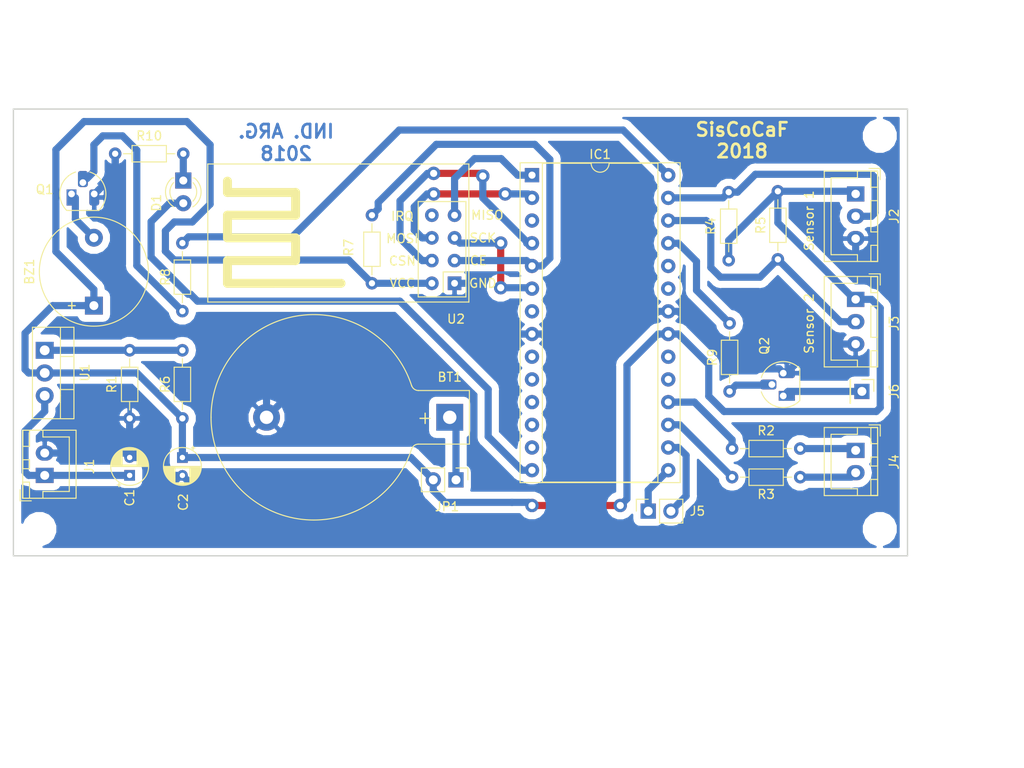
<source format=kicad_pcb>
(kicad_pcb (version 20171130) (host pcbnew "(5.0.0)")

  (general
    (thickness 1.6)
    (drawings 12)
    (tracks 235)
    (zones 0)
    (modules 31)
    (nets 39)
  )

  (page A4)
  (title_block
    (title "SisCoCaf - TP final Diseño de PCB (CESE 2018)")
    (date 2018-11-11)
    (rev 1.02)
    (company "Autor: Roberto Compañy")
    (comment 1 "Licencia Creative Commons")
    (comment 2 "PCB del componente 'Nodo'.")
    (comment 3 "Sistema para control sobre la cadena de frío de los medicamentos.")
  )

  (layers
    (0 F.Cu signal)
    (31 B.Cu signal)
    (32 B.Adhes user)
    (33 F.Adhes user)
    (34 B.Paste user)
    (35 F.Paste user)
    (36 B.SilkS user)
    (37 F.SilkS user)
    (38 B.Mask user)
    (39 F.Mask user)
    (40 Dwgs.User user)
    (41 Cmts.User user)
    (42 Eco1.User user)
    (43 Eco2.User user)
    (44 Edge.Cuts user)
    (45 Margin user)
    (46 B.CrtYd user)
    (47 F.CrtYd user)
    (48 B.Fab user)
    (49 F.Fab user)
  )

  (setup
    (last_trace_width 0.8)
    (user_trace_width 0.6)
    (user_trace_width 0.8)
    (user_trace_width 1)
    (user_trace_width 1.2)
    (trace_clearance 0.8)
    (zone_clearance 0.8)
    (zone_45_only no)
    (trace_min 0.6)
    (segment_width 0.2)
    (edge_width 0.15)
    (via_size 1.5)
    (via_drill 0.8)
    (via_min_size 1.5)
    (via_min_drill 0.8)
    (user_via 1.6 0.8)
    (uvia_size 0.3)
    (uvia_drill 0.1)
    (uvias_allowed no)
    (uvia_min_size 0.2)
    (uvia_min_drill 0.1)
    (pcb_text_width 0.3)
    (pcb_text_size 1.5 1.5)
    (mod_edge_width 0.15)
    (mod_text_size 1 1)
    (mod_text_width 0.15)
    (pad_size 0.65 0.65)
    (pad_drill 0.5)
    (pad_to_mask_clearance 0.2)
    (aux_axis_origin 0 0)
    (grid_origin 93.1 77)
    (visible_elements 7FFDFFFF)
    (pcbplotparams
      (layerselection 0x010fc_ffffffff)
      (usegerberextensions false)
      (usegerberattributes false)
      (usegerberadvancedattributes false)
      (creategerberjobfile false)
      (excludeedgelayer true)
      (linewidth 0.100000)
      (plotframeref false)
      (viasonmask false)
      (mode 1)
      (useauxorigin false)
      (hpglpennumber 1)
      (hpglpenspeed 20)
      (hpglpendiameter 15.000000)
      (psnegative false)
      (psa4output false)
      (plotreference true)
      (plotvalue true)
      (plotinvisibletext false)
      (padsonsilk false)
      (subtractmaskfromsilk false)
      (outputformat 1)
      (mirror false)
      (drillshape 1)
      (scaleselection 1)
      (outputdirectory ""))
  )

  (net 0 "")
  (net 1 "Net-(Q2-Pad2)")
  (net 2 "Net-(Q1-Pad2)")
  (net 3 "Net-(IC1-Pad5)")
  (net 4 VDD)
  (net 5 GND)
  (net 6 "Net-(D1-Pad1)")
  (net 7 "Net-(IC1-Pad4)")
  (net 8 "Net-(IC1-Pad6)")
  (net 9 "Net-(IC1-Pad2)")
  (net 10 "Net-(IC1-Pad1)")
  (net 11 "Net-(U2-Pad8)")
  (net 12 "Net-(BZ1-Pad2)")
  (net 13 +12V)
  (net 14 "Net-(IC1-Pad3)")
  (net 15 "Net-(IC1-Pad19)")
  (net 16 "Net-(IC1-Pad20)")
  (net 17 "Net-(IC1-Pad7)")
  (net 18 "Net-(IC1-Pad9)")
  (net 19 "Net-(IC1-Pad23)")
  (net 20 "Net-(IC1-Pad10)")
  (net 21 "Net-(IC1-Pad24)")
  (net 22 "Net-(IC1-Pad11)")
  (net 23 "Net-(IC1-Pad12)")
  (net 24 "Net-(IC1-Pad13)")
  (net 25 "Net-(BT1-Pad1)")
  (net 26 /EntradaD1)
  (net 27 /Sensor2)
  (net 28 /Sensor1)
  (net 29 /SalidaD1)
  (net 30 /BUZZER)
  (net 31 /EntradaD2)
  (net 32 "Net-(J4-Pad1)")
  (net 33 /RX)
  (net 34 /TX)
  (net 35 /LED)
  (net 36 "Net-(R1-Pad1)")
  (net 37 "Net-(J4-Pad2)")
  (net 38 "Net-(J6-Pad1)")

  (net_class Default "Esta es la clase de red por defecto."
    (clearance 0.8)
    (trace_width 0.8)
    (via_dia 1.5)
    (via_drill 0.8)
    (uvia_dia 0.3)
    (uvia_drill 0.1)
    (diff_pair_gap 0.25)
    (diff_pair_width 0.8)
    (add_net +12V)
    (add_net /BUZZER)
    (add_net /EntradaD1)
    (add_net /EntradaD2)
    (add_net /LED)
    (add_net /RX)
    (add_net /SalidaD1)
    (add_net /Sensor1)
    (add_net /Sensor2)
    (add_net /TX)
    (add_net GND)
    (add_net "Net-(BT1-Pad1)")
    (add_net "Net-(BZ1-Pad2)")
    (add_net "Net-(D1-Pad1)")
    (add_net "Net-(IC1-Pad1)")
    (add_net "Net-(IC1-Pad10)")
    (add_net "Net-(IC1-Pad11)")
    (add_net "Net-(IC1-Pad12)")
    (add_net "Net-(IC1-Pad13)")
    (add_net "Net-(IC1-Pad19)")
    (add_net "Net-(IC1-Pad2)")
    (add_net "Net-(IC1-Pad20)")
    (add_net "Net-(IC1-Pad23)")
    (add_net "Net-(IC1-Pad24)")
    (add_net "Net-(IC1-Pad3)")
    (add_net "Net-(IC1-Pad4)")
    (add_net "Net-(IC1-Pad5)")
    (add_net "Net-(IC1-Pad6)")
    (add_net "Net-(IC1-Pad7)")
    (add_net "Net-(IC1-Pad9)")
    (add_net "Net-(J4-Pad1)")
    (add_net "Net-(J4-Pad2)")
    (add_net "Net-(J6-Pad1)")
    (add_net "Net-(Q1-Pad2)")
    (add_net "Net-(Q2-Pad2)")
    (add_net "Net-(R1-Pad1)")
    (add_net "Net-(U2-Pad8)")
    (add_net VDD)
  )

  (module RF_Module:nRF24L01_Breakout_antena (layer F.Cu) (tedit 5BF589D9) (tstamp 5BFDEF28)
    (at 142.44 96.5 180)
    (descr "nRF24L01 breakout board")
    (tags "nRF24L01 adapter breakout")
    (path /5B91A2A4)
    (fp_text reference U2 (at -0.16 -4 180) (layer F.SilkS)
      (effects (font (size 1 1) (thickness 0.15)))
    )
    (fp_text value NRF24L01_Breakout (at 8.89 12.7 180) (layer F.Fab)
      (effects (font (size 1 1) (thickness 0.15)))
    )
    (fp_line (start -1.5 -2) (end 27.5 -2) (layer F.Fab) (width 0.1))
    (fp_line (start 27.5 -2) (end 27.5 13.25) (layer F.Fab) (width 0.1))
    (fp_line (start 27.5 13.25) (end -1.5 13.25) (layer F.Fab) (width 0.1))
    (fp_line (start -1.5 13.25) (end -1.5 -2) (layer F.Fab) (width 0.1))
    (fp_line (start -1.5 -2) (end -1.5 -2) (layer F.Fab) (width 0.1))
    (fp_line (start -1.27 -1.27) (end 3.81 -1.27) (layer F.Fab) (width 0.1))
    (fp_line (start 3.81 -1.27) (end 3.81 8.89) (layer F.Fab) (width 0.1))
    (fp_line (start 3.81 8.89) (end -1.27 8.89) (layer F.Fab) (width 0.1))
    (fp_line (start -1.27 8.89) (end -1.27 -1.27) (layer F.Fab) (width 0.1))
    (fp_line (start -1.27 -1.27) (end -1.27 -1.27) (layer F.Fab) (width 0.1))
    (fp_line (start -1.27 -1.524) (end 4.064 -1.524) (layer F.SilkS) (width 0.12))
    (fp_line (start 4.064 -1.524) (end 4.064 9.144) (layer F.SilkS) (width 0.12))
    (fp_line (start 4.064 9.144) (end -1.27 9.144) (layer F.SilkS) (width 0.12))
    (fp_line (start -1.27 9.144) (end -1.27 9.144) (layer F.SilkS) (width 0.12))
    (fp_line (start 1.27 -1.016) (end 1.27 1.27) (layer F.SilkS) (width 0.12))
    (fp_line (start 1.27 1.27) (end -1.016 1.27) (layer F.SilkS) (width 0.12))
    (fp_line (start -1.016 1.27) (end -1.016 1.27) (layer F.SilkS) (width 0.12))
    (fp_line (start -1.6 -2.1) (end 27.6 -2.1) (layer F.SilkS) (width 0.12))
    (fp_line (start 27.6 -2.1) (end 27.6 13.35) (layer F.SilkS) (width 0.12))
    (fp_line (start 27.6 13.35) (end -1.6 13.35) (layer F.SilkS) (width 0.12))
    (fp_line (start -1.6 13.35) (end -1.6 -2.1) (layer F.SilkS) (width 0.12))
    (fp_line (start -1.6 -2.1) (end -1.6 -2.1) (layer F.SilkS) (width 0.12))
    (fp_line (start -1.27 9.144) (end -1.27 -1.524) (layer F.SilkS) (width 0.12))
    (fp_line (start -1.27 -1.524) (end -1.27 -1.524) (layer F.SilkS) (width 0.12))
    (fp_line (start 27.75 -2.25) (end -1.75 -2.25) (layer F.CrtYd) (width 0.05))
    (fp_line (start -1.75 -2.25) (end -1.75 13.5) (layer F.CrtYd) (width 0.05))
    (fp_line (start -1.75 13.5) (end 27.75 13.5) (layer F.CrtYd) (width 0.05))
    (fp_line (start 27.75 13.5) (end 27.75 -2.25) (layer F.CrtYd) (width 0.05))
    (fp_line (start 27.75 -2.25) (end 27.75 -2.25) (layer F.CrtYd) (width 0.05))
    (fp_text user %R (at 8.89 11.43 180) (layer F.Fab)
      (effects (font (size 1 1) (thickness 0.15)))
    )
    (fp_line (start 25.4 11.43) (end 25.4 10.16) (layer F.SilkS) (width 1))
    (fp_line (start 25.4 10.16) (end 17.78 10.16) (layer F.SilkS) (width 1))
    (fp_line (start 17.78 10.16) (end 17.78 7.62) (layer F.SilkS) (width 1))
    (fp_line (start 17.78 7.62) (end 25.4 7.62) (layer F.SilkS) (width 1))
    (fp_line (start 25.4 7.62) (end 25.4 5.08) (layer F.SilkS) (width 1))
    (fp_line (start 25.4 5.08) (end 17.78 5.08) (layer F.SilkS) (width 1))
    (fp_line (start 17.78 5.08) (end 17.78 2.54) (layer F.SilkS) (width 1))
    (fp_line (start 17.78 2.54) (end 25.4 2.54) (layer F.SilkS) (width 1))
    (fp_line (start 25.4 2.54) (end 25.4 1.27) (layer F.SilkS) (width 1))
    (fp_line (start 25.4 1.27) (end 25.4 0) (layer F.SilkS) (width 1))
    (fp_line (start 25.4 0) (end 20.32 0) (layer F.SilkS) (width 1))
    (fp_line (start 21.59 0) (end 12.7 0) (layer F.SilkS) (width 1))
    (fp_text user VCC (at 5.84 0 180) (layer F.SilkS)
      (effects (font (size 1 1) (thickness 0.15)))
    )
    (fp_text user CSN (at 5.84 2.5 180) (layer F.SilkS)
      (effects (font (size 1 1) (thickness 0.15)))
    )
    (fp_text user MOSI (at 5.84 5 180) (layer F.SilkS)
      (effects (font (size 1 1) (thickness 0.15)))
    )
    (fp_text user IRQ (at 5.84 7.5 180) (layer F.SilkS)
      (effects (font (size 1 1) (thickness 0.15)))
    )
    (fp_text user GND (at -3.16 0 180) (layer F.SilkS)
      (effects (font (size 1 1) (thickness 0.15)))
    )
    (fp_text user CE (at -2.66 2.54 180) (layer F.SilkS)
      (effects (font (size 1 1) (thickness 0.15)))
    )
    (fp_text user SCK (at -3.16 5.08 180) (layer F.SilkS)
      (effects (font (size 1 1) (thickness 0.15)))
    )
    (fp_text user MISO (at -3.66 7.62 180) (layer F.SilkS)
      (effects (font (size 1 1) (thickness 0.15)))
    )
    (pad 1 thru_hole rect (at 0 0 180) (size 1.524 1.524) (drill 0.762) (layers *.Cu *.Mask)
      (net 5 GND))
    (pad 2 thru_hole circle (at 2.54 0 180) (size 1.524 1.524) (drill 0.762) (layers *.Cu *.Mask)
      (net 4 VDD))
    (pad 3 thru_hole circle (at 0 2.54 180) (size 1.524 1.524) (drill 0.762) (layers *.Cu *.Mask)
      (net 3 "Net-(IC1-Pad5)"))
    (pad 4 thru_hole circle (at 2.54 2.54 180) (size 1.524 1.524) (drill 0.762) (layers *.Cu *.Mask)
      (net 7 "Net-(IC1-Pad4)"))
    (pad 5 thru_hole circle (at 0 5.08 180) (size 1.524 1.524) (drill 0.762) (layers *.Cu *.Mask)
      (net 8 "Net-(IC1-Pad6)"))
    (pad 6 thru_hole circle (at 2.54 5.08 180) (size 1.524 1.524) (drill 0.762) (layers *.Cu *.Mask)
      (net 9 "Net-(IC1-Pad2)"))
    (pad 7 thru_hole circle (at 0 7.62 180) (size 1.524 1.524) (drill 0.762) (layers *.Cu *.Mask)
      (net 10 "Net-(IC1-Pad1)"))
    (pad 8 thru_hole circle (at 2.54 7.62 180) (size 1.524 1.524) (drill 0.762) (layers *.Cu *.Mask)
      (net 11 "Net-(U2-Pad8)"))
    (model ${KISYS3DMOD}/RF_Module.3dshapes/nRF24L01_Breakout.wrl
      (at (xyz 0 0 0))
      (scale (xyz 1 1 1))
      (rotate (xyz 0 0 0))
    )
  )

  (module LED_THT:LED_D3.0mm (layer F.Cu) (tedit 587A3A7B) (tstamp 5BFDF407)
    (at 112.1 85 270)
    (descr "LED, diameter 3.0mm, 2 pins")
    (tags "LED diameter 3.0mm 2 pins")
    (path /5B92E839)
    (clearance 0.6)
    (fp_text reference D1 (at 2.5 3 270) (layer F.SilkS)
      (effects (font (size 1 1) (thickness 0.15)))
    )
    (fp_text value LED (at 1.27 2.96 270) (layer F.Fab)
      (effects (font (size 1 1) (thickness 0.15)))
    )
    (fp_arc (start 1.27 0) (end -0.23 -1.16619) (angle 284.3) (layer F.Fab) (width 0.1))
    (fp_arc (start 1.27 0) (end -0.29 -1.235516) (angle 108.8) (layer F.SilkS) (width 0.12))
    (fp_arc (start 1.27 0) (end -0.29 1.235516) (angle -108.8) (layer F.SilkS) (width 0.12))
    (fp_arc (start 1.27 0) (end 0.229039 -1.08) (angle 87.9) (layer F.SilkS) (width 0.12))
    (fp_arc (start 1.27 0) (end 0.229039 1.08) (angle -87.9) (layer F.SilkS) (width 0.12))
    (fp_circle (center 1.27 0) (end 2.77 0) (layer F.Fab) (width 0.1))
    (fp_line (start -0.23 -1.16619) (end -0.23 1.16619) (layer F.Fab) (width 0.1))
    (fp_line (start -0.29 -1.236) (end -0.29 -1.08) (layer F.SilkS) (width 0.12))
    (fp_line (start -0.29 1.08) (end -0.29 1.236) (layer F.SilkS) (width 0.12))
    (fp_line (start -1.15 -2.25) (end -1.15 2.25) (layer F.CrtYd) (width 0.05))
    (fp_line (start -1.15 2.25) (end 3.7 2.25) (layer F.CrtYd) (width 0.05))
    (fp_line (start 3.7 2.25) (end 3.7 -2.25) (layer F.CrtYd) (width 0.05))
    (fp_line (start 3.7 -2.25) (end -1.15 -2.25) (layer F.CrtYd) (width 0.05))
    (pad 1 thru_hole rect (at 0 0 270) (size 1.8 1.8) (drill 0.9) (layers *.Cu *.Mask)
      (net 6 "Net-(D1-Pad1)"))
    (pad 2 thru_hole circle (at 2.54 0 270) (size 1.8 1.8) (drill 0.9) (layers *.Cu *.Mask)
      (net 35 /LED))
    (model ${KISYS3DMOD}/LED_THT.3dshapes/LED_D3.0mm.wrl
      (at (xyz 0 0 0))
      (scale (xyz 1 1 1))
      (rotate (xyz 0 0 0))
    )
  )

  (module Package_DIP:DIP-28_W15.24mm_Socket (layer F.Cu) (tedit 5A02E8C5) (tstamp 5BFDF387)
    (at 151.1 84.4)
    (descr "28-lead though-hole mounted DIP package, row spacing 15.24 mm (600 mils), Socket")
    (tags "THT DIP DIL PDIP 2.54mm 15.24mm 600mil Socket")
    (path /5B91A1A1)
    (fp_text reference IC1 (at 7.62 -2.33) (layer F.SilkS)
      (effects (font (size 1 1) (thickness 0.15)))
    )
    (fp_text value LPC111X_102 (at 7.62 35.35) (layer F.Fab)
      (effects (font (size 1 1) (thickness 0.15)))
    )
    (fp_arc (start 7.62 -1.33) (end 6.62 -1.33) (angle -180) (layer F.SilkS) (width 0.12))
    (fp_line (start 1.255 -1.27) (end 14.985 -1.27) (layer F.Fab) (width 0.1))
    (fp_line (start 14.985 -1.27) (end 14.985 34.29) (layer F.Fab) (width 0.1))
    (fp_line (start 14.985 34.29) (end 0.255 34.29) (layer F.Fab) (width 0.1))
    (fp_line (start 0.255 34.29) (end 0.255 -0.27) (layer F.Fab) (width 0.1))
    (fp_line (start 0.255 -0.27) (end 1.255 -1.27) (layer F.Fab) (width 0.1))
    (fp_line (start -1.27 -1.33) (end -1.27 34.35) (layer F.Fab) (width 0.1))
    (fp_line (start -1.27 34.35) (end 16.51 34.35) (layer F.Fab) (width 0.1))
    (fp_line (start 16.51 34.35) (end 16.51 -1.33) (layer F.Fab) (width 0.1))
    (fp_line (start 16.51 -1.33) (end -1.27 -1.33) (layer F.Fab) (width 0.1))
    (fp_line (start 6.62 -1.33) (end 1.16 -1.33) (layer F.SilkS) (width 0.12))
    (fp_line (start 1.16 -1.33) (end 1.16 34.35) (layer F.SilkS) (width 0.12))
    (fp_line (start 1.16 34.35) (end 14.08 34.35) (layer F.SilkS) (width 0.12))
    (fp_line (start 14.08 34.35) (end 14.08 -1.33) (layer F.SilkS) (width 0.12))
    (fp_line (start 14.08 -1.33) (end 8.62 -1.33) (layer F.SilkS) (width 0.12))
    (fp_line (start -1.33 -1.39) (end -1.33 34.41) (layer F.SilkS) (width 0.12))
    (fp_line (start -1.33 34.41) (end 16.57 34.41) (layer F.SilkS) (width 0.12))
    (fp_line (start 16.57 34.41) (end 16.57 -1.39) (layer F.SilkS) (width 0.12))
    (fp_line (start 16.57 -1.39) (end -1.33 -1.39) (layer F.SilkS) (width 0.12))
    (fp_line (start -1.55 -1.6) (end -1.55 34.65) (layer F.CrtYd) (width 0.05))
    (fp_line (start -1.55 34.65) (end 16.8 34.65) (layer F.CrtYd) (width 0.05))
    (fp_line (start 16.8 34.65) (end 16.8 -1.6) (layer F.CrtYd) (width 0.05))
    (fp_line (start 16.8 -1.6) (end -1.55 -1.6) (layer F.CrtYd) (width 0.05))
    (fp_text user %R (at 7.62 16.51) (layer F.Fab)
      (effects (font (size 1 1) (thickness 0.15)))
    )
    (pad 1 thru_hole rect (at 0 0) (size 1.6 1.6) (drill 0.8) (layers *.Cu *.Mask)
      (net 10 "Net-(IC1-Pad1)"))
    (pad 15 thru_hole oval (at 15.24 33.02) (size 1.6 1.6) (drill 0.8) (layers *.Cu *.Mask)
      (net 33 /RX))
    (pad 2 thru_hole oval (at 0 2.54) (size 1.6 1.6) (drill 0.8) (layers *.Cu *.Mask)
      (net 9 "Net-(IC1-Pad2)"))
    (pad 16 thru_hole oval (at 15.24 30.48) (size 1.6 1.6) (drill 0.8) (layers *.Cu *.Mask)
      (net 34 /TX))
    (pad 3 thru_hole oval (at 0 5.08) (size 1.6 1.6) (drill 0.8) (layers *.Cu *.Mask)
      (net 14 "Net-(IC1-Pad3)"))
    (pad 17 thru_hole oval (at 15.24 27.94) (size 1.6 1.6) (drill 0.8) (layers *.Cu *.Mask)
      (net 31 /EntradaD2))
    (pad 4 thru_hole oval (at 0 7.62) (size 1.6 1.6) (drill 0.8) (layers *.Cu *.Mask)
      (net 7 "Net-(IC1-Pad4)"))
    (pad 18 thru_hole oval (at 15.24 25.4) (size 1.6 1.6) (drill 0.8) (layers *.Cu *.Mask)
      (net 26 /EntradaD1))
    (pad 5 thru_hole oval (at 0 10.16) (size 1.6 1.6) (drill 0.8) (layers *.Cu *.Mask)
      (net 3 "Net-(IC1-Pad5)"))
    (pad 19 thru_hole oval (at 15.24 22.86) (size 1.6 1.6) (drill 0.8) (layers *.Cu *.Mask)
      (net 15 "Net-(IC1-Pad19)"))
    (pad 6 thru_hole oval (at 0 12.7) (size 1.6 1.6) (drill 0.8) (layers *.Cu *.Mask)
      (net 8 "Net-(IC1-Pad6)"))
    (pad 20 thru_hole oval (at 15.24 20.32) (size 1.6 1.6) (drill 0.8) (layers *.Cu *.Mask)
      (net 16 "Net-(IC1-Pad20)"))
    (pad 7 thru_hole oval (at 0 15.24) (size 1.6 1.6) (drill 0.8) (layers *.Cu *.Mask)
      (net 17 "Net-(IC1-Pad7)"))
    (pad 21 thru_hole oval (at 15.24 17.78) (size 1.6 1.6) (drill 0.8) (layers *.Cu *.Mask)
      (net 4 VDD))
    (pad 8 thru_hole oval (at 0 17.78) (size 1.6 1.6) (drill 0.8) (layers *.Cu *.Mask)
      (net 5 GND))
    (pad 22 thru_hole oval (at 15.24 15.24) (size 1.6 1.6) (drill 0.8) (layers *.Cu *.Mask)
      (net 5 GND))
    (pad 9 thru_hole oval (at 0 20.32) (size 1.6 1.6) (drill 0.8) (layers *.Cu *.Mask)
      (net 18 "Net-(IC1-Pad9)"))
    (pad 23 thru_hole oval (at 15.24 12.7) (size 1.6 1.6) (drill 0.8) (layers *.Cu *.Mask)
      (net 19 "Net-(IC1-Pad23)"))
    (pad 10 thru_hole oval (at 0 22.86) (size 1.6 1.6) (drill 0.8) (layers *.Cu *.Mask)
      (net 20 "Net-(IC1-Pad10)"))
    (pad 24 thru_hole oval (at 15.24 10.16) (size 1.6 1.6) (drill 0.8) (layers *.Cu *.Mask)
      (net 21 "Net-(IC1-Pad24)"))
    (pad 11 thru_hole oval (at 0 25.4) (size 1.6 1.6) (drill 0.8) (layers *.Cu *.Mask)
      (net 22 "Net-(IC1-Pad11)"))
    (pad 25 thru_hole oval (at 15.24 7.62) (size 1.6 1.6) (drill 0.8) (layers *.Cu *.Mask)
      (net 29 /SalidaD1))
    (pad 12 thru_hole oval (at 0 27.94) (size 1.6 1.6) (drill 0.8) (layers *.Cu *.Mask)
      (net 23 "Net-(IC1-Pad12)"))
    (pad 26 thru_hole oval (at 15.24 5.08) (size 1.6 1.6) (drill 0.8) (layers *.Cu *.Mask)
      (net 27 /Sensor2))
    (pad 13 thru_hole oval (at 0 30.48) (size 1.6 1.6) (drill 0.8) (layers *.Cu *.Mask)
      (net 24 "Net-(IC1-Pad13)"))
    (pad 27 thru_hole oval (at 15.24 2.54) (size 1.6 1.6) (drill 0.8) (layers *.Cu *.Mask)
      (net 28 /Sensor1))
    (pad 14 thru_hole oval (at 0 33.02) (size 1.6 1.6) (drill 0.8) (layers *.Cu *.Mask)
      (net 35 /LED))
    (pad 28 thru_hole oval (at 15.24 0) (size 1.6 1.6) (drill 0.8) (layers *.Cu *.Mask)
      (net 30 /BUZZER))
    (model ${KISYS3DMOD}/Package_DIP.3dshapes/DIP-28_W15.24mm_Socket.wrl
      (at (xyz 0 0 0))
      (scale (xyz 1 1 1))
      (rotate (xyz 0 0 0))
    )
  )

  (module Connector_JST:JST_XH_B03B-XH-A_1x03_P2.50mm_Vertical (layer F.Cu) (tedit 5A2731AA) (tstamp 5C02102A)
    (at 187.3 98.3 270)
    (descr "JST XH series connector, B03B-XH-A (http://www.jst-mfg.com/product/pdf/eng/eXH.pdf), generated with kicad-footprint-generator")
    (tags "connector JST XH side entry")
    (path /5C0345D1)
    (fp_text reference J3 (at 2.7 -4.3 270) (layer F.SilkS)
      (effects (font (size 1 1) (thickness 0.15)))
    )
    (fp_text value Conn_01x03_Male (at 2.5 4.6 270) (layer F.Fab)
      (effects (font (size 1 1) (thickness 0.15)))
    )
    (fp_line (start -2.45 -2.35) (end -2.45 3.4) (layer F.Fab) (width 0.1))
    (fp_line (start -2.45 3.4) (end 7.45 3.4) (layer F.Fab) (width 0.1))
    (fp_line (start 7.45 3.4) (end 7.45 -2.35) (layer F.Fab) (width 0.1))
    (fp_line (start 7.45 -2.35) (end -2.45 -2.35) (layer F.Fab) (width 0.1))
    (fp_line (start -2.56 -2.46) (end -2.56 3.51) (layer F.SilkS) (width 0.12))
    (fp_line (start -2.56 3.51) (end 7.56 3.51) (layer F.SilkS) (width 0.12))
    (fp_line (start 7.56 3.51) (end 7.56 -2.46) (layer F.SilkS) (width 0.12))
    (fp_line (start 7.56 -2.46) (end -2.56 -2.46) (layer F.SilkS) (width 0.12))
    (fp_line (start -2.95 -2.85) (end -2.95 3.9) (layer F.CrtYd) (width 0.05))
    (fp_line (start -2.95 3.9) (end 7.95 3.9) (layer F.CrtYd) (width 0.05))
    (fp_line (start 7.95 3.9) (end 7.95 -2.85) (layer F.CrtYd) (width 0.05))
    (fp_line (start 7.95 -2.85) (end -2.95 -2.85) (layer F.CrtYd) (width 0.05))
    (fp_line (start -0.625 -2.35) (end 0 -1.35) (layer F.Fab) (width 0.1))
    (fp_line (start 0 -1.35) (end 0.625 -2.35) (layer F.Fab) (width 0.1))
    (fp_line (start 0.75 -2.45) (end 0.75 -1.7) (layer F.SilkS) (width 0.12))
    (fp_line (start 0.75 -1.7) (end 4.25 -1.7) (layer F.SilkS) (width 0.12))
    (fp_line (start 4.25 -1.7) (end 4.25 -2.45) (layer F.SilkS) (width 0.12))
    (fp_line (start 4.25 -2.45) (end 0.75 -2.45) (layer F.SilkS) (width 0.12))
    (fp_line (start -2.55 -2.45) (end -2.55 -1.7) (layer F.SilkS) (width 0.12))
    (fp_line (start -2.55 -1.7) (end -0.75 -1.7) (layer F.SilkS) (width 0.12))
    (fp_line (start -0.75 -1.7) (end -0.75 -2.45) (layer F.SilkS) (width 0.12))
    (fp_line (start -0.75 -2.45) (end -2.55 -2.45) (layer F.SilkS) (width 0.12))
    (fp_line (start 5.75 -2.45) (end 5.75 -1.7) (layer F.SilkS) (width 0.12))
    (fp_line (start 5.75 -1.7) (end 7.55 -1.7) (layer F.SilkS) (width 0.12))
    (fp_line (start 7.55 -1.7) (end 7.55 -2.45) (layer F.SilkS) (width 0.12))
    (fp_line (start 7.55 -2.45) (end 5.75 -2.45) (layer F.SilkS) (width 0.12))
    (fp_line (start -2.55 -0.2) (end -1.8 -0.2) (layer F.SilkS) (width 0.12))
    (fp_line (start -1.8 -0.2) (end -1.8 2.75) (layer F.SilkS) (width 0.12))
    (fp_line (start -1.8 2.75) (end 2.5 2.75) (layer F.SilkS) (width 0.12))
    (fp_line (start 7.55 -0.2) (end 6.8 -0.2) (layer F.SilkS) (width 0.12))
    (fp_line (start 6.8 -0.2) (end 6.8 2.75) (layer F.SilkS) (width 0.12))
    (fp_line (start 6.8 2.75) (end 2.5 2.75) (layer F.SilkS) (width 0.12))
    (fp_line (start -1.6 -2.75) (end -2.85 -2.75) (layer F.SilkS) (width 0.12))
    (fp_line (start -2.85 -2.75) (end -2.85 -1.5) (layer F.SilkS) (width 0.12))
    (fp_text user %R (at 2.5 2.7 270) (layer F.Fab)
      (effects (font (size 1 1) (thickness 0.15)))
    )
    (pad 1 thru_hole rect (at 0 0 270) (size 1.7 1.95) (drill 0.95) (layers *.Cu *.Mask)
      (net 4 VDD))
    (pad 2 thru_hole oval (at 2.5 0 270) (size 1.7 1.95) (drill 0.95) (layers *.Cu *.Mask)
      (net 27 /Sensor2))
    (pad 3 thru_hole oval (at 5 0 270) (size 1.7 1.95) (drill 0.95) (layers *.Cu *.Mask)
      (net 5 GND))
    (model ${KISYS3DMOD}/Connector_JST.3dshapes/JST_XH_B03B-XH-A_1x03_P2.50mm_Vertical.wrl
      (at (xyz 0 0 0))
      (scale (xyz 1 1 1))
      (rotate (xyz 0 0 0))
    )
  )

  (module Resistor_THT:R_Axial_DIN0204_L3.6mm_D1.6mm_P7.62mm_Horizontal (layer F.Cu) (tedit 5AE5139B) (tstamp 5BFE1F47)
    (at 178.6 93.82 90)
    (descr "Resistor, Axial_DIN0204 series, Axial, Horizontal, pin pitch=7.62mm, 0.167W, length*diameter=3.6*1.6mm^2, http://cdn-reichelt.de/documents/datenblatt/B400/1_4W%23YAG.pdf")
    (tags "Resistor Axial_DIN0204 series Axial Horizontal pin pitch 7.62mm 0.167W length 3.6mm diameter 1.6mm")
    (path /5C0345E6)
    (fp_text reference R5 (at 3.81 -1.92 90) (layer F.SilkS)
      (effects (font (size 1 1) (thickness 0.15)))
    )
    (fp_text value 4k7 (at 3.81 1.92 90) (layer F.Fab)
      (effects (font (size 1 1) (thickness 0.15)))
    )
    (fp_text user %R (at 3.81 0 90) (layer F.Fab)
      (effects (font (size 0.72 0.72) (thickness 0.108)))
    )
    (fp_line (start 8.57 -1.05) (end -0.95 -1.05) (layer F.CrtYd) (width 0.05))
    (fp_line (start 8.57 1.05) (end 8.57 -1.05) (layer F.CrtYd) (width 0.05))
    (fp_line (start -0.95 1.05) (end 8.57 1.05) (layer F.CrtYd) (width 0.05))
    (fp_line (start -0.95 -1.05) (end -0.95 1.05) (layer F.CrtYd) (width 0.05))
    (fp_line (start 6.68 0) (end 5.73 0) (layer F.SilkS) (width 0.12))
    (fp_line (start 0.94 0) (end 1.89 0) (layer F.SilkS) (width 0.12))
    (fp_line (start 5.73 -0.92) (end 1.89 -0.92) (layer F.SilkS) (width 0.12))
    (fp_line (start 5.73 0.92) (end 5.73 -0.92) (layer F.SilkS) (width 0.12))
    (fp_line (start 1.89 0.92) (end 5.73 0.92) (layer F.SilkS) (width 0.12))
    (fp_line (start 1.89 -0.92) (end 1.89 0.92) (layer F.SilkS) (width 0.12))
    (fp_line (start 7.62 0) (end 5.61 0) (layer F.Fab) (width 0.1))
    (fp_line (start 0 0) (end 2.01 0) (layer F.Fab) (width 0.1))
    (fp_line (start 5.61 -0.8) (end 2.01 -0.8) (layer F.Fab) (width 0.1))
    (fp_line (start 5.61 0.8) (end 5.61 -0.8) (layer F.Fab) (width 0.1))
    (fp_line (start 2.01 0.8) (end 5.61 0.8) (layer F.Fab) (width 0.1))
    (fp_line (start 2.01 -0.8) (end 2.01 0.8) (layer F.Fab) (width 0.1))
    (pad 2 thru_hole oval (at 7.62 0 90) (size 1.4 1.4) (drill 0.7) (layers *.Cu *.Mask)
      (net 4 VDD))
    (pad 1 thru_hole circle (at 0 0 90) (size 1.4 1.4) (drill 0.7) (layers *.Cu *.Mask)
      (net 27 /Sensor2))
    (model ${KISYS3DMOD}/Resistor_THT.3dshapes/R_Axial_DIN0204_L3.6mm_D1.6mm_P7.62mm_Horizontal.wrl
      (at (xyz 0 0 0))
      (scale (xyz 1 1 1))
      (rotate (xyz 0 0 0))
    )
  )

  (module Capacitor_THT:CP_Radial_D4.0mm_P2.00mm (layer F.Cu) (tedit 5AE50EF0) (tstamp 5BFDF1F6)
    (at 106.1 118 90)
    (descr "CP, Radial series, Radial, pin pitch=2.00mm, , diameter=4mm, Electrolytic Capacitor")
    (tags "CP Radial series Radial pin pitch 2.00mm  diameter 4mm Electrolytic Capacitor")
    (path /5C0F93A9)
    (fp_text reference C1 (at -2.5 0 90) (layer F.SilkS)
      (effects (font (size 1 1) (thickness 0.15)))
    )
    (fp_text value 100uf (at 1 3.25 90) (layer F.Fab)
      (effects (font (size 1 1) (thickness 0.15)))
    )
    (fp_text user %R (at 1 0 90) (layer F.Fab)
      (effects (font (size 0.8 0.8) (thickness 0.12)))
    )
    (fp_line (start -1.069801 -1.395) (end -1.069801 -0.995) (layer F.SilkS) (width 0.12))
    (fp_line (start -1.269801 -1.195) (end -0.869801 -1.195) (layer F.SilkS) (width 0.12))
    (fp_line (start 3.081 -0.37) (end 3.081 0.37) (layer F.SilkS) (width 0.12))
    (fp_line (start 3.041 -0.537) (end 3.041 0.537) (layer F.SilkS) (width 0.12))
    (fp_line (start 3.001 -0.664) (end 3.001 0.664) (layer F.SilkS) (width 0.12))
    (fp_line (start 2.961 -0.768) (end 2.961 0.768) (layer F.SilkS) (width 0.12))
    (fp_line (start 2.921 -0.859) (end 2.921 0.859) (layer F.SilkS) (width 0.12))
    (fp_line (start 2.881 -0.94) (end 2.881 0.94) (layer F.SilkS) (width 0.12))
    (fp_line (start 2.841 -1.013) (end 2.841 1.013) (layer F.SilkS) (width 0.12))
    (fp_line (start 2.801 0.84) (end 2.801 1.08) (layer F.SilkS) (width 0.12))
    (fp_line (start 2.801 -1.08) (end 2.801 -0.84) (layer F.SilkS) (width 0.12))
    (fp_line (start 2.761 0.84) (end 2.761 1.142) (layer F.SilkS) (width 0.12))
    (fp_line (start 2.761 -1.142) (end 2.761 -0.84) (layer F.SilkS) (width 0.12))
    (fp_line (start 2.721 0.84) (end 2.721 1.2) (layer F.SilkS) (width 0.12))
    (fp_line (start 2.721 -1.2) (end 2.721 -0.84) (layer F.SilkS) (width 0.12))
    (fp_line (start 2.681 0.84) (end 2.681 1.254) (layer F.SilkS) (width 0.12))
    (fp_line (start 2.681 -1.254) (end 2.681 -0.84) (layer F.SilkS) (width 0.12))
    (fp_line (start 2.641 0.84) (end 2.641 1.304) (layer F.SilkS) (width 0.12))
    (fp_line (start 2.641 -1.304) (end 2.641 -0.84) (layer F.SilkS) (width 0.12))
    (fp_line (start 2.601 0.84) (end 2.601 1.351) (layer F.SilkS) (width 0.12))
    (fp_line (start 2.601 -1.351) (end 2.601 -0.84) (layer F.SilkS) (width 0.12))
    (fp_line (start 2.561 0.84) (end 2.561 1.396) (layer F.SilkS) (width 0.12))
    (fp_line (start 2.561 -1.396) (end 2.561 -0.84) (layer F.SilkS) (width 0.12))
    (fp_line (start 2.521 0.84) (end 2.521 1.438) (layer F.SilkS) (width 0.12))
    (fp_line (start 2.521 -1.438) (end 2.521 -0.84) (layer F.SilkS) (width 0.12))
    (fp_line (start 2.481 0.84) (end 2.481 1.478) (layer F.SilkS) (width 0.12))
    (fp_line (start 2.481 -1.478) (end 2.481 -0.84) (layer F.SilkS) (width 0.12))
    (fp_line (start 2.441 0.84) (end 2.441 1.516) (layer F.SilkS) (width 0.12))
    (fp_line (start 2.441 -1.516) (end 2.441 -0.84) (layer F.SilkS) (width 0.12))
    (fp_line (start 2.401 0.84) (end 2.401 1.552) (layer F.SilkS) (width 0.12))
    (fp_line (start 2.401 -1.552) (end 2.401 -0.84) (layer F.SilkS) (width 0.12))
    (fp_line (start 2.361 0.84) (end 2.361 1.587) (layer F.SilkS) (width 0.12))
    (fp_line (start 2.361 -1.587) (end 2.361 -0.84) (layer F.SilkS) (width 0.12))
    (fp_line (start 2.321 0.84) (end 2.321 1.619) (layer F.SilkS) (width 0.12))
    (fp_line (start 2.321 -1.619) (end 2.321 -0.84) (layer F.SilkS) (width 0.12))
    (fp_line (start 2.281 0.84) (end 2.281 1.65) (layer F.SilkS) (width 0.12))
    (fp_line (start 2.281 -1.65) (end 2.281 -0.84) (layer F.SilkS) (width 0.12))
    (fp_line (start 2.241 0.84) (end 2.241 1.68) (layer F.SilkS) (width 0.12))
    (fp_line (start 2.241 -1.68) (end 2.241 -0.84) (layer F.SilkS) (width 0.12))
    (fp_line (start 2.201 0.84) (end 2.201 1.708) (layer F.SilkS) (width 0.12))
    (fp_line (start 2.201 -1.708) (end 2.201 -0.84) (layer F.SilkS) (width 0.12))
    (fp_line (start 2.161 0.84) (end 2.161 1.735) (layer F.SilkS) (width 0.12))
    (fp_line (start 2.161 -1.735) (end 2.161 -0.84) (layer F.SilkS) (width 0.12))
    (fp_line (start 2.121 0.84) (end 2.121 1.76) (layer F.SilkS) (width 0.12))
    (fp_line (start 2.121 -1.76) (end 2.121 -0.84) (layer F.SilkS) (width 0.12))
    (fp_line (start 2.081 0.84) (end 2.081 1.785) (layer F.SilkS) (width 0.12))
    (fp_line (start 2.081 -1.785) (end 2.081 -0.84) (layer F.SilkS) (width 0.12))
    (fp_line (start 2.041 0.84) (end 2.041 1.808) (layer F.SilkS) (width 0.12))
    (fp_line (start 2.041 -1.808) (end 2.041 -0.84) (layer F.SilkS) (width 0.12))
    (fp_line (start 2.001 0.84) (end 2.001 1.83) (layer F.SilkS) (width 0.12))
    (fp_line (start 2.001 -1.83) (end 2.001 -0.84) (layer F.SilkS) (width 0.12))
    (fp_line (start 1.961 0.84) (end 1.961 1.851) (layer F.SilkS) (width 0.12))
    (fp_line (start 1.961 -1.851) (end 1.961 -0.84) (layer F.SilkS) (width 0.12))
    (fp_line (start 1.921 0.84) (end 1.921 1.87) (layer F.SilkS) (width 0.12))
    (fp_line (start 1.921 -1.87) (end 1.921 -0.84) (layer F.SilkS) (width 0.12))
    (fp_line (start 1.881 0.84) (end 1.881 1.889) (layer F.SilkS) (width 0.12))
    (fp_line (start 1.881 -1.889) (end 1.881 -0.84) (layer F.SilkS) (width 0.12))
    (fp_line (start 1.841 0.84) (end 1.841 1.907) (layer F.SilkS) (width 0.12))
    (fp_line (start 1.841 -1.907) (end 1.841 -0.84) (layer F.SilkS) (width 0.12))
    (fp_line (start 1.801 0.84) (end 1.801 1.924) (layer F.SilkS) (width 0.12))
    (fp_line (start 1.801 -1.924) (end 1.801 -0.84) (layer F.SilkS) (width 0.12))
    (fp_line (start 1.761 0.84) (end 1.761 1.94) (layer F.SilkS) (width 0.12))
    (fp_line (start 1.761 -1.94) (end 1.761 -0.84) (layer F.SilkS) (width 0.12))
    (fp_line (start 1.721 0.84) (end 1.721 1.954) (layer F.SilkS) (width 0.12))
    (fp_line (start 1.721 -1.954) (end 1.721 -0.84) (layer F.SilkS) (width 0.12))
    (fp_line (start 1.68 0.84) (end 1.68 1.968) (layer F.SilkS) (width 0.12))
    (fp_line (start 1.68 -1.968) (end 1.68 -0.84) (layer F.SilkS) (width 0.12))
    (fp_line (start 1.64 0.84) (end 1.64 1.982) (layer F.SilkS) (width 0.12))
    (fp_line (start 1.64 -1.982) (end 1.64 -0.84) (layer F.SilkS) (width 0.12))
    (fp_line (start 1.6 0.84) (end 1.6 1.994) (layer F.SilkS) (width 0.12))
    (fp_line (start 1.6 -1.994) (end 1.6 -0.84) (layer F.SilkS) (width 0.12))
    (fp_line (start 1.56 0.84) (end 1.56 2.005) (layer F.SilkS) (width 0.12))
    (fp_line (start 1.56 -2.005) (end 1.56 -0.84) (layer F.SilkS) (width 0.12))
    (fp_line (start 1.52 0.84) (end 1.52 2.016) (layer F.SilkS) (width 0.12))
    (fp_line (start 1.52 -2.016) (end 1.52 -0.84) (layer F.SilkS) (width 0.12))
    (fp_line (start 1.48 0.84) (end 1.48 2.025) (layer F.SilkS) (width 0.12))
    (fp_line (start 1.48 -2.025) (end 1.48 -0.84) (layer F.SilkS) (width 0.12))
    (fp_line (start 1.44 0.84) (end 1.44 2.034) (layer F.SilkS) (width 0.12))
    (fp_line (start 1.44 -2.034) (end 1.44 -0.84) (layer F.SilkS) (width 0.12))
    (fp_line (start 1.4 0.84) (end 1.4 2.042) (layer F.SilkS) (width 0.12))
    (fp_line (start 1.4 -2.042) (end 1.4 -0.84) (layer F.SilkS) (width 0.12))
    (fp_line (start 1.36 0.84) (end 1.36 2.05) (layer F.SilkS) (width 0.12))
    (fp_line (start 1.36 -2.05) (end 1.36 -0.84) (layer F.SilkS) (width 0.12))
    (fp_line (start 1.32 0.84) (end 1.32 2.056) (layer F.SilkS) (width 0.12))
    (fp_line (start 1.32 -2.056) (end 1.32 -0.84) (layer F.SilkS) (width 0.12))
    (fp_line (start 1.28 0.84) (end 1.28 2.062) (layer F.SilkS) (width 0.12))
    (fp_line (start 1.28 -2.062) (end 1.28 -0.84) (layer F.SilkS) (width 0.12))
    (fp_line (start 1.24 0.84) (end 1.24 2.067) (layer F.SilkS) (width 0.12))
    (fp_line (start 1.24 -2.067) (end 1.24 -0.84) (layer F.SilkS) (width 0.12))
    (fp_line (start 1.2 0.84) (end 1.2 2.071) (layer F.SilkS) (width 0.12))
    (fp_line (start 1.2 -2.071) (end 1.2 -0.84) (layer F.SilkS) (width 0.12))
    (fp_line (start 1.16 -2.074) (end 1.16 2.074) (layer F.SilkS) (width 0.12))
    (fp_line (start 1.12 -2.077) (end 1.12 2.077) (layer F.SilkS) (width 0.12))
    (fp_line (start 1.08 -2.079) (end 1.08 2.079) (layer F.SilkS) (width 0.12))
    (fp_line (start 1.04 -2.08) (end 1.04 2.08) (layer F.SilkS) (width 0.12))
    (fp_line (start 1 -2.08) (end 1 2.08) (layer F.SilkS) (width 0.12))
    (fp_line (start -0.502554 -1.0675) (end -0.502554 -0.6675) (layer F.Fab) (width 0.1))
    (fp_line (start -0.702554 -0.8675) (end -0.302554 -0.8675) (layer F.Fab) (width 0.1))
    (fp_circle (center 1 0) (end 3.25 0) (layer F.CrtYd) (width 0.05))
    (fp_circle (center 1 0) (end 3.12 0) (layer F.SilkS) (width 0.12))
    (fp_circle (center 1 0) (end 3 0) (layer F.Fab) (width 0.1))
    (pad 2 thru_hole circle (at 2 0 90) (size 1.2 1.2) (drill 0.6) (layers *.Cu *.Mask)
      (net 5 GND))
    (pad 1 thru_hole rect (at 0 0 90) (size 1.2 1.2) (drill 0.6) (layers *.Cu *.Mask)
      (net 13 +12V))
    (model ${KISYS3DMOD}/Capacitor_THT.3dshapes/CP_Radial_D4.0mm_P2.00mm.wrl
      (at (xyz 0 0 0))
      (scale (xyz 1 1 1))
      (rotate (xyz 0 0 0))
    )
  )

  (module Capacitor_THT:CP_Radial_D4.0mm_P2.00mm (layer F.Cu) (tedit 5AE50EF0) (tstamp 5BFDF082)
    (at 112 116 270)
    (descr "CP, Radial series, Radial, pin pitch=2.00mm, , diameter=4mm, Electrolytic Capacitor")
    (tags "CP Radial series Radial pin pitch 2.00mm  diameter 4mm Electrolytic Capacitor")
    (path /5C0A7CF4)
    (fp_text reference C2 (at 5 -0.1 270) (layer F.SilkS)
      (effects (font (size 1 1) (thickness 0.15)))
    )
    (fp_text value 220uf (at 1 3.25 270) (layer F.Fab)
      (effects (font (size 1 1) (thickness 0.15)))
    )
    (fp_circle (center 1 0) (end 3 0) (layer F.Fab) (width 0.1))
    (fp_circle (center 1 0) (end 3.12 0) (layer F.SilkS) (width 0.12))
    (fp_circle (center 1 0) (end 3.25 0) (layer F.CrtYd) (width 0.05))
    (fp_line (start -0.702554 -0.8675) (end -0.302554 -0.8675) (layer F.Fab) (width 0.1))
    (fp_line (start -0.502554 -1.0675) (end -0.502554 -0.6675) (layer F.Fab) (width 0.1))
    (fp_line (start 1 -2.08) (end 1 2.08) (layer F.SilkS) (width 0.12))
    (fp_line (start 1.04 -2.08) (end 1.04 2.08) (layer F.SilkS) (width 0.12))
    (fp_line (start 1.08 -2.079) (end 1.08 2.079) (layer F.SilkS) (width 0.12))
    (fp_line (start 1.12 -2.077) (end 1.12 2.077) (layer F.SilkS) (width 0.12))
    (fp_line (start 1.16 -2.074) (end 1.16 2.074) (layer F.SilkS) (width 0.12))
    (fp_line (start 1.2 -2.071) (end 1.2 -0.84) (layer F.SilkS) (width 0.12))
    (fp_line (start 1.2 0.84) (end 1.2 2.071) (layer F.SilkS) (width 0.12))
    (fp_line (start 1.24 -2.067) (end 1.24 -0.84) (layer F.SilkS) (width 0.12))
    (fp_line (start 1.24 0.84) (end 1.24 2.067) (layer F.SilkS) (width 0.12))
    (fp_line (start 1.28 -2.062) (end 1.28 -0.84) (layer F.SilkS) (width 0.12))
    (fp_line (start 1.28 0.84) (end 1.28 2.062) (layer F.SilkS) (width 0.12))
    (fp_line (start 1.32 -2.056) (end 1.32 -0.84) (layer F.SilkS) (width 0.12))
    (fp_line (start 1.32 0.84) (end 1.32 2.056) (layer F.SilkS) (width 0.12))
    (fp_line (start 1.36 -2.05) (end 1.36 -0.84) (layer F.SilkS) (width 0.12))
    (fp_line (start 1.36 0.84) (end 1.36 2.05) (layer F.SilkS) (width 0.12))
    (fp_line (start 1.4 -2.042) (end 1.4 -0.84) (layer F.SilkS) (width 0.12))
    (fp_line (start 1.4 0.84) (end 1.4 2.042) (layer F.SilkS) (width 0.12))
    (fp_line (start 1.44 -2.034) (end 1.44 -0.84) (layer F.SilkS) (width 0.12))
    (fp_line (start 1.44 0.84) (end 1.44 2.034) (layer F.SilkS) (width 0.12))
    (fp_line (start 1.48 -2.025) (end 1.48 -0.84) (layer F.SilkS) (width 0.12))
    (fp_line (start 1.48 0.84) (end 1.48 2.025) (layer F.SilkS) (width 0.12))
    (fp_line (start 1.52 -2.016) (end 1.52 -0.84) (layer F.SilkS) (width 0.12))
    (fp_line (start 1.52 0.84) (end 1.52 2.016) (layer F.SilkS) (width 0.12))
    (fp_line (start 1.56 -2.005) (end 1.56 -0.84) (layer F.SilkS) (width 0.12))
    (fp_line (start 1.56 0.84) (end 1.56 2.005) (layer F.SilkS) (width 0.12))
    (fp_line (start 1.6 -1.994) (end 1.6 -0.84) (layer F.SilkS) (width 0.12))
    (fp_line (start 1.6 0.84) (end 1.6 1.994) (layer F.SilkS) (width 0.12))
    (fp_line (start 1.64 -1.982) (end 1.64 -0.84) (layer F.SilkS) (width 0.12))
    (fp_line (start 1.64 0.84) (end 1.64 1.982) (layer F.SilkS) (width 0.12))
    (fp_line (start 1.68 -1.968) (end 1.68 -0.84) (layer F.SilkS) (width 0.12))
    (fp_line (start 1.68 0.84) (end 1.68 1.968) (layer F.SilkS) (width 0.12))
    (fp_line (start 1.721 -1.954) (end 1.721 -0.84) (layer F.SilkS) (width 0.12))
    (fp_line (start 1.721 0.84) (end 1.721 1.954) (layer F.SilkS) (width 0.12))
    (fp_line (start 1.761 -1.94) (end 1.761 -0.84) (layer F.SilkS) (width 0.12))
    (fp_line (start 1.761 0.84) (end 1.761 1.94) (layer F.SilkS) (width 0.12))
    (fp_line (start 1.801 -1.924) (end 1.801 -0.84) (layer F.SilkS) (width 0.12))
    (fp_line (start 1.801 0.84) (end 1.801 1.924) (layer F.SilkS) (width 0.12))
    (fp_line (start 1.841 -1.907) (end 1.841 -0.84) (layer F.SilkS) (width 0.12))
    (fp_line (start 1.841 0.84) (end 1.841 1.907) (layer F.SilkS) (width 0.12))
    (fp_line (start 1.881 -1.889) (end 1.881 -0.84) (layer F.SilkS) (width 0.12))
    (fp_line (start 1.881 0.84) (end 1.881 1.889) (layer F.SilkS) (width 0.12))
    (fp_line (start 1.921 -1.87) (end 1.921 -0.84) (layer F.SilkS) (width 0.12))
    (fp_line (start 1.921 0.84) (end 1.921 1.87) (layer F.SilkS) (width 0.12))
    (fp_line (start 1.961 -1.851) (end 1.961 -0.84) (layer F.SilkS) (width 0.12))
    (fp_line (start 1.961 0.84) (end 1.961 1.851) (layer F.SilkS) (width 0.12))
    (fp_line (start 2.001 -1.83) (end 2.001 -0.84) (layer F.SilkS) (width 0.12))
    (fp_line (start 2.001 0.84) (end 2.001 1.83) (layer F.SilkS) (width 0.12))
    (fp_line (start 2.041 -1.808) (end 2.041 -0.84) (layer F.SilkS) (width 0.12))
    (fp_line (start 2.041 0.84) (end 2.041 1.808) (layer F.SilkS) (width 0.12))
    (fp_line (start 2.081 -1.785) (end 2.081 -0.84) (layer F.SilkS) (width 0.12))
    (fp_line (start 2.081 0.84) (end 2.081 1.785) (layer F.SilkS) (width 0.12))
    (fp_line (start 2.121 -1.76) (end 2.121 -0.84) (layer F.SilkS) (width 0.12))
    (fp_line (start 2.121 0.84) (end 2.121 1.76) (layer F.SilkS) (width 0.12))
    (fp_line (start 2.161 -1.735) (end 2.161 -0.84) (layer F.SilkS) (width 0.12))
    (fp_line (start 2.161 0.84) (end 2.161 1.735) (layer F.SilkS) (width 0.12))
    (fp_line (start 2.201 -1.708) (end 2.201 -0.84) (layer F.SilkS) (width 0.12))
    (fp_line (start 2.201 0.84) (end 2.201 1.708) (layer F.SilkS) (width 0.12))
    (fp_line (start 2.241 -1.68) (end 2.241 -0.84) (layer F.SilkS) (width 0.12))
    (fp_line (start 2.241 0.84) (end 2.241 1.68) (layer F.SilkS) (width 0.12))
    (fp_line (start 2.281 -1.65) (end 2.281 -0.84) (layer F.SilkS) (width 0.12))
    (fp_line (start 2.281 0.84) (end 2.281 1.65) (layer F.SilkS) (width 0.12))
    (fp_line (start 2.321 -1.619) (end 2.321 -0.84) (layer F.SilkS) (width 0.12))
    (fp_line (start 2.321 0.84) (end 2.321 1.619) (layer F.SilkS) (width 0.12))
    (fp_line (start 2.361 -1.587) (end 2.361 -0.84) (layer F.SilkS) (width 0.12))
    (fp_line (start 2.361 0.84) (end 2.361 1.587) (layer F.SilkS) (width 0.12))
    (fp_line (start 2.401 -1.552) (end 2.401 -0.84) (layer F.SilkS) (width 0.12))
    (fp_line (start 2.401 0.84) (end 2.401 1.552) (layer F.SilkS) (width 0.12))
    (fp_line (start 2.441 -1.516) (end 2.441 -0.84) (layer F.SilkS) (width 0.12))
    (fp_line (start 2.441 0.84) (end 2.441 1.516) (layer F.SilkS) (width 0.12))
    (fp_line (start 2.481 -1.478) (end 2.481 -0.84) (layer F.SilkS) (width 0.12))
    (fp_line (start 2.481 0.84) (end 2.481 1.478) (layer F.SilkS) (width 0.12))
    (fp_line (start 2.521 -1.438) (end 2.521 -0.84) (layer F.SilkS) (width 0.12))
    (fp_line (start 2.521 0.84) (end 2.521 1.438) (layer F.SilkS) (width 0.12))
    (fp_line (start 2.561 -1.396) (end 2.561 -0.84) (layer F.SilkS) (width 0.12))
    (fp_line (start 2.561 0.84) (end 2.561 1.396) (layer F.SilkS) (width 0.12))
    (fp_line (start 2.601 -1.351) (end 2.601 -0.84) (layer F.SilkS) (width 0.12))
    (fp_line (start 2.601 0.84) (end 2.601 1.351) (layer F.SilkS) (width 0.12))
    (fp_line (start 2.641 -1.304) (end 2.641 -0.84) (layer F.SilkS) (width 0.12))
    (fp_line (start 2.641 0.84) (end 2.641 1.304) (layer F.SilkS) (width 0.12))
    (fp_line (start 2.681 -1.254) (end 2.681 -0.84) (layer F.SilkS) (width 0.12))
    (fp_line (start 2.681 0.84) (end 2.681 1.254) (layer F.SilkS) (width 0.12))
    (fp_line (start 2.721 -1.2) (end 2.721 -0.84) (layer F.SilkS) (width 0.12))
    (fp_line (start 2.721 0.84) (end 2.721 1.2) (layer F.SilkS) (width 0.12))
    (fp_line (start 2.761 -1.142) (end 2.761 -0.84) (layer F.SilkS) (width 0.12))
    (fp_line (start 2.761 0.84) (end 2.761 1.142) (layer F.SilkS) (width 0.12))
    (fp_line (start 2.801 -1.08) (end 2.801 -0.84) (layer F.SilkS) (width 0.12))
    (fp_line (start 2.801 0.84) (end 2.801 1.08) (layer F.SilkS) (width 0.12))
    (fp_line (start 2.841 -1.013) (end 2.841 1.013) (layer F.SilkS) (width 0.12))
    (fp_line (start 2.881 -0.94) (end 2.881 0.94) (layer F.SilkS) (width 0.12))
    (fp_line (start 2.921 -0.859) (end 2.921 0.859) (layer F.SilkS) (width 0.12))
    (fp_line (start 2.961 -0.768) (end 2.961 0.768) (layer F.SilkS) (width 0.12))
    (fp_line (start 3.001 -0.664) (end 3.001 0.664) (layer F.SilkS) (width 0.12))
    (fp_line (start 3.041 -0.537) (end 3.041 0.537) (layer F.SilkS) (width 0.12))
    (fp_line (start 3.081 -0.37) (end 3.081 0.37) (layer F.SilkS) (width 0.12))
    (fp_line (start -1.269801 -1.195) (end -0.869801 -1.195) (layer F.SilkS) (width 0.12))
    (fp_line (start -1.069801 -1.395) (end -1.069801 -0.995) (layer F.SilkS) (width 0.12))
    (fp_text user %R (at 1 0 270) (layer F.Fab)
      (effects (font (size 0.8 0.8) (thickness 0.12)))
    )
    (pad 1 thru_hole rect (at 0 0 270) (size 1.2 1.2) (drill 0.6) (layers *.Cu *.Mask)
      (net 4 VDD))
    (pad 2 thru_hole circle (at 2 0 270) (size 1.2 1.2) (drill 0.6) (layers *.Cu *.Mask)
      (net 5 GND))
    (model ${KISYS3DMOD}/Capacitor_THT.3dshapes/CP_Radial_D4.0mm_P2.00mm.wrl
      (at (xyz 0 0 0))
      (scale (xyz 1 1 1))
      (rotate (xyz 0 0 0))
    )
  )

  (module Connector_JST:JST_XH_B02B-XH-A_1x02_P2.50mm_Vertical (layer F.Cu) (tedit 5A2731AA) (tstamp 5C021054)
    (at 187.3 115.2 270)
    (descr "JST XH series connector, B02B-XH-A (http://www.jst-mfg.com/product/pdf/eng/eXH.pdf), generated with kicad-footprint-generator")
    (tags "connector JST XH side entry")
    (path /5B95DA8D)
    (fp_text reference J4 (at 1.3 -4.3 270) (layer F.SilkS)
      (effects (font (size 1 1) (thickness 0.15)))
    )
    (fp_text value Conn_01x02_Male (at 1.25 4.6 270) (layer F.Fab)
      (effects (font (size 1 1) (thickness 0.15)))
    )
    (fp_line (start -2.45 -2.35) (end -2.45 3.4) (layer F.Fab) (width 0.1))
    (fp_line (start -2.45 3.4) (end 4.95 3.4) (layer F.Fab) (width 0.1))
    (fp_line (start 4.95 3.4) (end 4.95 -2.35) (layer F.Fab) (width 0.1))
    (fp_line (start 4.95 -2.35) (end -2.45 -2.35) (layer F.Fab) (width 0.1))
    (fp_line (start -2.56 -2.46) (end -2.56 3.51) (layer F.SilkS) (width 0.12))
    (fp_line (start -2.56 3.51) (end 5.06 3.51) (layer F.SilkS) (width 0.12))
    (fp_line (start 5.06 3.51) (end 5.06 -2.46) (layer F.SilkS) (width 0.12))
    (fp_line (start 5.06 -2.46) (end -2.56 -2.46) (layer F.SilkS) (width 0.12))
    (fp_line (start -2.95 -2.85) (end -2.95 3.9) (layer F.CrtYd) (width 0.05))
    (fp_line (start -2.95 3.9) (end 5.45 3.9) (layer F.CrtYd) (width 0.05))
    (fp_line (start 5.45 3.9) (end 5.45 -2.85) (layer F.CrtYd) (width 0.05))
    (fp_line (start 5.45 -2.85) (end -2.95 -2.85) (layer F.CrtYd) (width 0.05))
    (fp_line (start -0.625 -2.35) (end 0 -1.35) (layer F.Fab) (width 0.1))
    (fp_line (start 0 -1.35) (end 0.625 -2.35) (layer F.Fab) (width 0.1))
    (fp_line (start 0.75 -2.45) (end 0.75 -1.7) (layer F.SilkS) (width 0.12))
    (fp_line (start 0.75 -1.7) (end 1.75 -1.7) (layer F.SilkS) (width 0.12))
    (fp_line (start 1.75 -1.7) (end 1.75 -2.45) (layer F.SilkS) (width 0.12))
    (fp_line (start 1.75 -2.45) (end 0.75 -2.45) (layer F.SilkS) (width 0.12))
    (fp_line (start -2.55 -2.45) (end -2.55 -1.7) (layer F.SilkS) (width 0.12))
    (fp_line (start -2.55 -1.7) (end -0.75 -1.7) (layer F.SilkS) (width 0.12))
    (fp_line (start -0.75 -1.7) (end -0.75 -2.45) (layer F.SilkS) (width 0.12))
    (fp_line (start -0.75 -2.45) (end -2.55 -2.45) (layer F.SilkS) (width 0.12))
    (fp_line (start 3.25 -2.45) (end 3.25 -1.7) (layer F.SilkS) (width 0.12))
    (fp_line (start 3.25 -1.7) (end 5.05 -1.7) (layer F.SilkS) (width 0.12))
    (fp_line (start 5.05 -1.7) (end 5.05 -2.45) (layer F.SilkS) (width 0.12))
    (fp_line (start 5.05 -2.45) (end 3.25 -2.45) (layer F.SilkS) (width 0.12))
    (fp_line (start -2.55 -0.2) (end -1.8 -0.2) (layer F.SilkS) (width 0.12))
    (fp_line (start -1.8 -0.2) (end -1.8 2.75) (layer F.SilkS) (width 0.12))
    (fp_line (start -1.8 2.75) (end 1.25 2.75) (layer F.SilkS) (width 0.12))
    (fp_line (start 5.05 -0.2) (end 4.3 -0.2) (layer F.SilkS) (width 0.12))
    (fp_line (start 4.3 -0.2) (end 4.3 2.75) (layer F.SilkS) (width 0.12))
    (fp_line (start 4.3 2.75) (end 1.25 2.75) (layer F.SilkS) (width 0.12))
    (fp_line (start -1.6 -2.75) (end -2.85 -2.75) (layer F.SilkS) (width 0.12))
    (fp_line (start -2.85 -2.75) (end -2.85 -1.5) (layer F.SilkS) (width 0.12))
    (fp_text user %R (at 1.25 2.7 270) (layer F.Fab)
      (effects (font (size 1 1) (thickness 0.15)))
    )
    (pad 1 thru_hole rect (at 0 0 270) (size 1.7 2) (drill 1) (layers *.Cu *.Mask)
      (net 32 "Net-(J4-Pad1)"))
    (pad 2 thru_hole oval (at 2.5 0 270) (size 1.7 2) (drill 1) (layers *.Cu *.Mask)
      (net 37 "Net-(J4-Pad2)"))
    (model ${KISYS3DMOD}/Connector_JST.3dshapes/JST_XH_B02B-XH-A_1x02_P2.50mm_Vertical.wrl
      (at (xyz 0 0 0))
      (scale (xyz 1 1 1))
      (rotate (xyz 0 0 0))
    )
  )

  (module Connector_JST:JST_XH_B03B-XH-A_1x03_P2.50mm_Vertical (layer F.Cu) (tedit 5A2731AA) (tstamp 5BFE1F9C)
    (at 187.3 86.5 270)
    (descr "JST XH series connector, B03B-XH-A (http://www.jst-mfg.com/product/pdf/eng/eXH.pdf), generated with kicad-footprint-generator")
    (tags "connector JST XH side entry")
    (path /5B95300E)
    (fp_text reference J2 (at 2.5 -4.3 270) (layer F.SilkS)
      (effects (font (size 1 1) (thickness 0.15)))
    )
    (fp_text value Conn_01x03_Male (at 2.5 4.6 270) (layer F.Fab)
      (effects (font (size 1 1) (thickness 0.15)))
    )
    (fp_text user %R (at 2.5 2.7 270) (layer F.Fab)
      (effects (font (size 1 1) (thickness 0.15)))
    )
    (fp_line (start -2.85 -2.75) (end -2.85 -1.5) (layer F.SilkS) (width 0.12))
    (fp_line (start -1.6 -2.75) (end -2.85 -2.75) (layer F.SilkS) (width 0.12))
    (fp_line (start 6.8 2.75) (end 2.5 2.75) (layer F.SilkS) (width 0.12))
    (fp_line (start 6.8 -0.2) (end 6.8 2.75) (layer F.SilkS) (width 0.12))
    (fp_line (start 7.55 -0.2) (end 6.8 -0.2) (layer F.SilkS) (width 0.12))
    (fp_line (start -1.8 2.75) (end 2.5 2.75) (layer F.SilkS) (width 0.12))
    (fp_line (start -1.8 -0.2) (end -1.8 2.75) (layer F.SilkS) (width 0.12))
    (fp_line (start -2.55 -0.2) (end -1.8 -0.2) (layer F.SilkS) (width 0.12))
    (fp_line (start 7.55 -2.45) (end 5.75 -2.45) (layer F.SilkS) (width 0.12))
    (fp_line (start 7.55 -1.7) (end 7.55 -2.45) (layer F.SilkS) (width 0.12))
    (fp_line (start 5.75 -1.7) (end 7.55 -1.7) (layer F.SilkS) (width 0.12))
    (fp_line (start 5.75 -2.45) (end 5.75 -1.7) (layer F.SilkS) (width 0.12))
    (fp_line (start -0.75 -2.45) (end -2.55 -2.45) (layer F.SilkS) (width 0.12))
    (fp_line (start -0.75 -1.7) (end -0.75 -2.45) (layer F.SilkS) (width 0.12))
    (fp_line (start -2.55 -1.7) (end -0.75 -1.7) (layer F.SilkS) (width 0.12))
    (fp_line (start -2.55 -2.45) (end -2.55 -1.7) (layer F.SilkS) (width 0.12))
    (fp_line (start 4.25 -2.45) (end 0.75 -2.45) (layer F.SilkS) (width 0.12))
    (fp_line (start 4.25 -1.7) (end 4.25 -2.45) (layer F.SilkS) (width 0.12))
    (fp_line (start 0.75 -1.7) (end 4.25 -1.7) (layer F.SilkS) (width 0.12))
    (fp_line (start 0.75 -2.45) (end 0.75 -1.7) (layer F.SilkS) (width 0.12))
    (fp_line (start 0 -1.35) (end 0.625 -2.35) (layer F.Fab) (width 0.1))
    (fp_line (start -0.625 -2.35) (end 0 -1.35) (layer F.Fab) (width 0.1))
    (fp_line (start 7.95 -2.85) (end -2.95 -2.85) (layer F.CrtYd) (width 0.05))
    (fp_line (start 7.95 3.9) (end 7.95 -2.85) (layer F.CrtYd) (width 0.05))
    (fp_line (start -2.95 3.9) (end 7.95 3.9) (layer F.CrtYd) (width 0.05))
    (fp_line (start -2.95 -2.85) (end -2.95 3.9) (layer F.CrtYd) (width 0.05))
    (fp_line (start 7.56 -2.46) (end -2.56 -2.46) (layer F.SilkS) (width 0.12))
    (fp_line (start 7.56 3.51) (end 7.56 -2.46) (layer F.SilkS) (width 0.12))
    (fp_line (start -2.56 3.51) (end 7.56 3.51) (layer F.SilkS) (width 0.12))
    (fp_line (start -2.56 -2.46) (end -2.56 3.51) (layer F.SilkS) (width 0.12))
    (fp_line (start 7.45 -2.35) (end -2.45 -2.35) (layer F.Fab) (width 0.1))
    (fp_line (start 7.45 3.4) (end 7.45 -2.35) (layer F.Fab) (width 0.1))
    (fp_line (start -2.45 3.4) (end 7.45 3.4) (layer F.Fab) (width 0.1))
    (fp_line (start -2.45 -2.35) (end -2.45 3.4) (layer F.Fab) (width 0.1))
    (pad 3 thru_hole oval (at 5 0 270) (size 1.7 1.95) (drill 0.95) (layers *.Cu *.Mask)
      (net 5 GND))
    (pad 2 thru_hole oval (at 2.5 0 270) (size 1.7 1.95) (drill 0.95) (layers *.Cu *.Mask)
      (net 28 /Sensor1))
    (pad 1 thru_hole rect (at 0 0 270) (size 1.7 1.95) (drill 0.95) (layers *.Cu *.Mask)
      (net 4 VDD))
    (model ${KISYS3DMOD}/Connector_JST.3dshapes/JST_XH_B03B-XH-A_1x03_P2.50mm_Vertical.wrl
      (at (xyz 0 0 0))
      (scale (xyz 1 1 1))
      (rotate (xyz 0 0 0))
    )
  )

  (module Connector_PinHeader_2.54mm:PinHeader_1x01_P2.54mm_Vertical (layer F.Cu) (tedit 59FED5CC) (tstamp 5BFDEEC3)
    (at 188 108.6 270)
    (descr "Through hole straight pin header, 1x01, 2.54mm pitch, single row")
    (tags "Through hole pin header THT 1x01 2.54mm single row")
    (path /5B94AEFD)
    (fp_text reference J6 (at 0 -3.6 270) (layer F.SilkS)
      (effects (font (size 1 1) (thickness 0.15)))
    )
    (fp_text value Conn_01x01_Male (at 0 2.33 270) (layer F.Fab)
      (effects (font (size 1 1) (thickness 0.15)))
    )
    (fp_line (start -0.635 -1.27) (end 1.27 -1.27) (layer F.Fab) (width 0.1))
    (fp_line (start 1.27 -1.27) (end 1.27 1.27) (layer F.Fab) (width 0.1))
    (fp_line (start 1.27 1.27) (end -1.27 1.27) (layer F.Fab) (width 0.1))
    (fp_line (start -1.27 1.27) (end -1.27 -0.635) (layer F.Fab) (width 0.1))
    (fp_line (start -1.27 -0.635) (end -0.635 -1.27) (layer F.Fab) (width 0.1))
    (fp_line (start -1.33 1.33) (end 1.33 1.33) (layer F.SilkS) (width 0.12))
    (fp_line (start -1.33 1.27) (end -1.33 1.33) (layer F.SilkS) (width 0.12))
    (fp_line (start 1.33 1.27) (end 1.33 1.33) (layer F.SilkS) (width 0.12))
    (fp_line (start -1.33 1.27) (end 1.33 1.27) (layer F.SilkS) (width 0.12))
    (fp_line (start -1.33 0) (end -1.33 -1.33) (layer F.SilkS) (width 0.12))
    (fp_line (start -1.33 -1.33) (end 0 -1.33) (layer F.SilkS) (width 0.12))
    (fp_line (start -1.8 -1.8) (end -1.8 1.8) (layer F.CrtYd) (width 0.05))
    (fp_line (start -1.8 1.8) (end 1.8 1.8) (layer F.CrtYd) (width 0.05))
    (fp_line (start 1.8 1.8) (end 1.8 -1.8) (layer F.CrtYd) (width 0.05))
    (fp_line (start 1.8 -1.8) (end -1.8 -1.8) (layer F.CrtYd) (width 0.05))
    (fp_text user %R (at 0 0) (layer F.Fab)
      (effects (font (size 1 1) (thickness 0.15)))
    )
    (pad 1 thru_hole rect (at 0 0 270) (size 1.7 1.7) (drill 1) (layers *.Cu *.Mask)
      (net 38 "Net-(J6-Pad1)"))
    (model ${KISYS3DMOD}/Connector_PinHeader_2.54mm.3dshapes/PinHeader_1x01_P2.54mm_Vertical.wrl
      (at (xyz 0 0 0))
      (scale (xyz 1 1 1))
      (rotate (xyz 0 0 0))
    )
  )

  (module Connector_PinSocket_2.54mm:PinSocket_1x02_P2.54mm_Vertical (layer F.Cu) (tedit 5A19A420) (tstamp 5C020FAE)
    (at 164.1 122 90)
    (descr "Through hole straight socket strip, 1x02, 2.54mm pitch, single row (from Kicad 4.0.7), script generated")
    (tags "Through hole socket strip THT 1x02 2.54mm single row")
    (path /5BF6AEA7)
    (fp_text reference J5 (at 0 5.5 180) (layer F.SilkS)
      (effects (font (size 1 1) (thickness 0.15)))
    )
    (fp_text value Conn_01x02_Female (at 0 5.31 90) (layer F.Fab)
      (effects (font (size 1 1) (thickness 0.15)))
    )
    (fp_line (start -1.27 -1.27) (end 0.635 -1.27) (layer F.Fab) (width 0.1))
    (fp_line (start 0.635 -1.27) (end 1.27 -0.635) (layer F.Fab) (width 0.1))
    (fp_line (start 1.27 -0.635) (end 1.27 3.81) (layer F.Fab) (width 0.1))
    (fp_line (start 1.27 3.81) (end -1.27 3.81) (layer F.Fab) (width 0.1))
    (fp_line (start -1.27 3.81) (end -1.27 -1.27) (layer F.Fab) (width 0.1))
    (fp_line (start -1.33 1.27) (end 1.33 1.27) (layer F.SilkS) (width 0.12))
    (fp_line (start -1.33 1.27) (end -1.33 3.87) (layer F.SilkS) (width 0.12))
    (fp_line (start -1.33 3.87) (end 1.33 3.87) (layer F.SilkS) (width 0.12))
    (fp_line (start 1.33 1.27) (end 1.33 3.87) (layer F.SilkS) (width 0.12))
    (fp_line (start 1.33 -1.33) (end 1.33 0) (layer F.SilkS) (width 0.12))
    (fp_line (start 0 -1.33) (end 1.33 -1.33) (layer F.SilkS) (width 0.12))
    (fp_line (start -1.8 -1.8) (end 1.75 -1.8) (layer F.CrtYd) (width 0.05))
    (fp_line (start 1.75 -1.8) (end 1.75 4.3) (layer F.CrtYd) (width 0.05))
    (fp_line (start 1.75 4.3) (end -1.8 4.3) (layer F.CrtYd) (width 0.05))
    (fp_line (start -1.8 4.3) (end -1.8 -1.8) (layer F.CrtYd) (width 0.05))
    (fp_text user %R (at 0 1.27 180) (layer F.Fab)
      (effects (font (size 1 1) (thickness 0.15)))
    )
    (pad 1 thru_hole rect (at 0 0 90) (size 1.7 1.7) (drill 1) (layers *.Cu *.Mask)
      (net 33 /RX))
    (pad 2 thru_hole oval (at 0 2.54 90) (size 1.7 1.7) (drill 1) (layers *.Cu *.Mask)
      (net 34 /TX))
    (model ${KISYS3DMOD}/Connector_PinSocket_2.54mm.3dshapes/PinSocket_1x02_P2.54mm_Vertical.wrl
      (at (xyz 0 0 0))
      (scale (xyz 1 1 1))
      (rotate (xyz 0 0 0))
    )
  )

  (module Package_TO_SOT_THT:TO-92_HandSolder (layer F.Cu) (tedit 5A282C46) (tstamp 5BFE7C9A)
    (at 99.6 86.5)
    (descr "TO-92 leads molded, narrow, drill 0.75mm, handsoldering variant with enlarged pads (see NXP sot054_po.pdf)")
    (tags "to-92 sc-43 sc-43a sot54 PA33 transistor")
    (path /5B93F2EB)
    (solder_mask_margin 0.2)
    (clearance 0.2)
    (fp_text reference Q1 (at -3 -0.5) (layer F.SilkS)
      (effects (font (size 1 1) (thickness 0.15)))
    )
    (fp_text value BC547 (at 1.27 2.79) (layer F.Fab)
      (effects (font (size 1 1) (thickness 0.15)))
    )
    (fp_arc (start 1.27 0) (end 2.05 -2.45) (angle 117.6433766) (layer F.SilkS) (width 0.12))
    (fp_arc (start 1.27 0) (end 1.27 -2.48) (angle -135) (layer F.Fab) (width 0.1))
    (fp_arc (start 1.27 0) (end 0.45 -2.45) (angle -116.9632683) (layer F.SilkS) (width 0.12))
    (fp_arc (start 1.27 0) (end 1.27 -2.48) (angle 135) (layer F.Fab) (width 0.1))
    (fp_line (start 4 2.01) (end -1.46 2.01) (layer F.CrtYd) (width 0.05))
    (fp_line (start 4 2.01) (end 4 -3.05) (layer F.CrtYd) (width 0.05))
    (fp_line (start -1.45 -3.05) (end -1.46 2.01) (layer F.CrtYd) (width 0.05))
    (fp_line (start -1.46 -3.05) (end 4 -3.05) (layer F.CrtYd) (width 0.05))
    (fp_line (start -0.5 1.75) (end 3 1.75) (layer F.Fab) (width 0.1))
    (fp_line (start -0.53 1.85) (end 3.07 1.85) (layer F.SilkS) (width 0.12))
    (fp_text user %R (at 3 -2) (layer F.Fab)
      (effects (font (size 1 1) (thickness 0.15)))
    )
    (pad 1 thru_hole rect (at 0 0) (size 1.1 1.8) (drill 0.75 (offset 0 0.4)) (layers *.Cu *.Mask)
      (net 12 "Net-(BZ1-Pad2)"))
    (pad 3 thru_hole roundrect (at 2.54 0) (size 1.1 1.8) (drill 0.75 (offset 0 0.4)) (layers *.Cu *.Mask) (roundrect_rratio 0.25)
      (net 5 GND))
    (pad 2 thru_hole roundrect (at 1.27 -1.27) (size 1.1 1.8) (drill 0.75 (offset 0 -0.4)) (layers *.Cu *.Mask) (roundrect_rratio 0.25)
      (net 2 "Net-(Q1-Pad2)"))
    (model ${KISYS3DMOD}/Package_TO_SOT_THT.3dshapes/TO-92.wrl
      (at (xyz 0 0 0))
      (scale (xyz 1 1 1))
      (rotate (xyz 0 0 0))
    )
  )

  (module Package_TO_SOT_THT:TO-92_HandSolder (layer F.Cu) (tedit 5A282C46) (tstamp 5BFDEFF5)
    (at 179.2 109.1 90)
    (descr "TO-92 leads molded, narrow, drill 0.75mm, handsoldering variant with enlarged pads (see NXP sot054_po.pdf)")
    (tags "to-92 sc-43 sc-43a sot54 PA33 transistor")
    (path /5B94C627)
    (solder_mask_margin 0.2)
    (clearance 0.2)
    (fp_text reference Q2 (at 5.6 -2.1 90) (layer F.SilkS)
      (effects (font (size 1 1) (thickness 0.15)))
    )
    (fp_text value BC547 (at 1.27 2.79 90) (layer F.Fab)
      (effects (font (size 1 1) (thickness 0.15)))
    )
    (fp_text user %R (at 3 -2 90) (layer F.Fab)
      (effects (font (size 1 1) (thickness 0.15)))
    )
    (fp_line (start -0.53 1.85) (end 3.07 1.85) (layer F.SilkS) (width 0.12))
    (fp_line (start -0.5 1.75) (end 3 1.75) (layer F.Fab) (width 0.1))
    (fp_line (start -1.46 -3.05) (end 4 -3.05) (layer F.CrtYd) (width 0.05))
    (fp_line (start -1.45 -3.05) (end -1.46 2.01) (layer F.CrtYd) (width 0.05))
    (fp_line (start 4 2.01) (end 4 -3.05) (layer F.CrtYd) (width 0.05))
    (fp_line (start 4 2.01) (end -1.46 2.01) (layer F.CrtYd) (width 0.05))
    (fp_arc (start 1.27 0) (end 1.27 -2.48) (angle 135) (layer F.Fab) (width 0.1))
    (fp_arc (start 1.27 0) (end 0.45 -2.45) (angle -116.9632683) (layer F.SilkS) (width 0.12))
    (fp_arc (start 1.27 0) (end 1.27 -2.48) (angle -135) (layer F.Fab) (width 0.1))
    (fp_arc (start 1.27 0) (end 2.05 -2.45) (angle 117.6433766) (layer F.SilkS) (width 0.12))
    (pad 2 thru_hole roundrect (at 1.27 -1.27 90) (size 1.1 1.8) (drill 0.75 (offset 0 -0.4)) (layers *.Cu *.Mask) (roundrect_rratio 0.25)
      (net 1 "Net-(Q2-Pad2)"))
    (pad 3 thru_hole roundrect (at 2.54 0 90) (size 1.1 1.8) (drill 0.75 (offset 0 0.4)) (layers *.Cu *.Mask) (roundrect_rratio 0.25)
      (net 5 GND))
    (pad 1 thru_hole rect (at 0 0 90) (size 1.1 1.8) (drill 0.75 (offset 0 0.4)) (layers *.Cu *.Mask)
      (net 38 "Net-(J6-Pad1)"))
    (model ${KISYS3DMOD}/Package_TO_SOT_THT.3dshapes/TO-92.wrl
      (at (xyz 0 0 0))
      (scale (xyz 1 1 1))
      (rotate (xyz 0 0 0))
    )
  )

  (module MountingHole:MountingHole_2.2mm_M2 (layer F.Cu) (tedit 5BEB0E4C) (tstamp 5BF5921E)
    (at 96 124)
    (descr "Mounting Hole 2.2mm, no annular, M2")
    (tags "mounting hole 2.2mm no annular m2")
    (path /5BE97C53)
    (attr virtual)
    (fp_text reference MH1 (at 4 2) (layer F.SilkS) hide
      (effects (font (size 1 1) (thickness 0.15)))
    )
    (fp_text value MountingHole (at 0 3.2) (layer F.Fab)
      (effects (font (size 1 1) (thickness 0.15)))
    )
    (fp_circle (center 0 0) (end 2.45 0) (layer F.CrtYd) (width 0.05))
    (fp_circle (center 0 0) (end 2.2 0) (layer Cmts.User) (width 0.15))
    (fp_text user %R (at 0.3 0) (layer F.Fab)
      (effects (font (size 1 1) (thickness 0.15)))
    )
    (pad 1 np_thru_hole circle (at 0 0) (size 2.2 2.2) (drill 2.2) (layers *.Cu *.Mask))
  )

  (module MountingHole:MountingHole_2.2mm_M2 (layer F.Cu) (tedit 5BEB0E59) (tstamp 5BF59217)
    (at 190 80)
    (descr "Mounting Hole 2.2mm, no annular, M2")
    (tags "mounting hole 2.2mm no annular m2")
    (path /5BE97D35)
    (attr virtual)
    (fp_text reference MH2 (at -4 -2) (layer F.SilkS) hide
      (effects (font (size 1 1) (thickness 0.15)))
    )
    (fp_text value MountingHole (at 0 3.2) (layer F.Fab)
      (effects (font (size 1 1) (thickness 0.15)))
    )
    (fp_text user %R (at 0.3 0) (layer F.Fab)
      (effects (font (size 1 1) (thickness 0.15)))
    )
    (fp_circle (center 0 0) (end 2.2 0) (layer Cmts.User) (width 0.15))
    (fp_circle (center 0 0) (end 2.45 0) (layer F.CrtYd) (width 0.05))
    (pad 1 np_thru_hole circle (at 0 0) (size 2.2 2.2) (drill 2.2) (layers *.Cu *.Mask))
  )

  (module MountingHole:MountingHole_2.2mm_M2 (layer F.Cu) (tedit 5BEB0E53) (tstamp 5BF59210)
    (at 190 124)
    (descr "Mounting Hole 2.2mm, no annular, M2")
    (tags "mounting hole 2.2mm no annular m2")
    (path /5BE97CE3)
    (attr virtual)
    (fp_text reference MH3 (at -4 2) (layer F.SilkS) hide
      (effects (font (size 1 1) (thickness 0.15)))
    )
    (fp_text value MountingHole (at 0 3.2) (layer F.Fab)
      (effects (font (size 1 1) (thickness 0.15)))
    )
    (fp_circle (center 0 0) (end 2.45 0) (layer F.CrtYd) (width 0.05))
    (fp_circle (center 0 0) (end 2.2 0) (layer Cmts.User) (width 0.15))
    (fp_text user %R (at 0.3 0) (layer F.Fab)
      (effects (font (size 1 1) (thickness 0.15)))
    )
    (pad 1 np_thru_hole circle (at 0 0) (size 2.2 2.2) (drill 2.2) (layers *.Cu *.Mask))
  )

  (module MountingHole:MountingHole_2.2mm_M2 (layer F.Cu) (tedit 5BEB0DF6) (tstamp 5BFDE9B6)
    (at 96 80)
    (descr "Mounting Hole 2.2mm, no annular, M2")
    (tags "mounting hole 2.2mm no annular m2")
    (path /5BE97D83)
    (attr virtual)
    (fp_text reference MH4 (at 4 -2) (layer F.SilkS) hide
      (effects (font (size 1 1) (thickness 0.15)))
    )
    (fp_text value MountingHole (at 0 3.2) (layer F.Fab)
      (effects (font (size 1 1) (thickness 0.15)))
    )
    (fp_text user %R (at 0.3 0) (layer F.Fab)
      (effects (font (size 1 1) (thickness 0.15)))
    )
    (fp_circle (center 0 0) (end 2.2 0) (layer Cmts.User) (width 0.15))
    (fp_circle (center 0 0) (end 2.45 0) (layer F.CrtYd) (width 0.05))
    (pad 1 np_thru_hole circle (at 0 0) (size 2.2 2.2) (drill 2.2) (layers *.Cu *.Mask))
  )

  (module Connector_PinHeader_2.54mm:PinHeader_1x02_P2.54mm_Vertical (layer F.Cu) (tedit 59FED5CC) (tstamp 5BFDF482)
    (at 142.6 118.5 270)
    (descr "Through hole straight pin header, 1x02, 2.54mm pitch, single row")
    (tags "Through hole pin header THT 1x02 2.54mm single row")
    (path /5BF0B891)
    (clearance 0.6)
    (fp_text reference JP1 (at 3 1) (layer F.SilkS)
      (effects (font (size 1 1) (thickness 0.15)))
    )
    (fp_text value Jumper (at 0 4.87 270) (layer F.Fab)
      (effects (font (size 1 1) (thickness 0.15)))
    )
    (fp_line (start -0.635 -1.27) (end 1.27 -1.27) (layer F.Fab) (width 0.1))
    (fp_line (start 1.27 -1.27) (end 1.27 3.81) (layer F.Fab) (width 0.1))
    (fp_line (start 1.27 3.81) (end -1.27 3.81) (layer F.Fab) (width 0.1))
    (fp_line (start -1.27 3.81) (end -1.27 -0.635) (layer F.Fab) (width 0.1))
    (fp_line (start -1.27 -0.635) (end -0.635 -1.27) (layer F.Fab) (width 0.1))
    (fp_line (start -1.33 3.87) (end 1.33 3.87) (layer F.SilkS) (width 0.12))
    (fp_line (start -1.33 1.27) (end -1.33 3.87) (layer F.SilkS) (width 0.12))
    (fp_line (start 1.33 1.27) (end 1.33 3.87) (layer F.SilkS) (width 0.12))
    (fp_line (start -1.33 1.27) (end 1.33 1.27) (layer F.SilkS) (width 0.12))
    (fp_line (start -1.33 0) (end -1.33 -1.33) (layer F.SilkS) (width 0.12))
    (fp_line (start -1.33 -1.33) (end 0 -1.33) (layer F.SilkS) (width 0.12))
    (fp_line (start -1.8 -1.8) (end -1.8 4.35) (layer F.CrtYd) (width 0.05))
    (fp_line (start -1.8 4.35) (end 1.8 4.35) (layer F.CrtYd) (width 0.05))
    (fp_line (start 1.8 4.35) (end 1.8 -1.8) (layer F.CrtYd) (width 0.05))
    (fp_line (start 1.8 -1.8) (end -1.8 -1.8) (layer F.CrtYd) (width 0.05))
    (fp_text user %R (at 0 1.27) (layer F.Fab)
      (effects (font (size 1 1) (thickness 0.15)))
    )
    (pad 1 thru_hole rect (at 0 0 270) (size 1.7 1.7) (drill 1) (layers *.Cu *.Mask)
      (net 25 "Net-(BT1-Pad1)"))
    (pad 2 thru_hole oval (at 0 2.54 270) (size 1.7 1.7) (drill 1) (layers *.Cu *.Mask)
      (net 4 VDD))
    (model ${KISYS3DMOD}/Connector_PinHeader_2.54mm.3dshapes/PinHeader_1x02_P2.54mm_Vertical.wrl
      (at (xyz 0 0 0))
      (scale (xyz 1 1 1))
      (rotate (xyz 0 0 0))
    )
  )

  (module Package_TO_SOT_THT:TO-220-3_Vertical (layer F.Cu) (tedit 5AC8BA0D) (tstamp 5BFDF4C5)
    (at 96.6 104 270)
    (descr "TO-220-3, Vertical, RM 2.54mm, see https://www.vishay.com/docs/66542/to-220-1.pdf")
    (tags "TO-220-3 Vertical RM 2.54mm")
    (path /5B91F3F7)
    (clearance 0.6)
    (fp_text reference U1 (at 2.5 -4.5 270) (layer F.SilkS)
      (effects (font (size 1 1) (thickness 0.15)))
    )
    (fp_text value LM317_TO39 (at 2.54 2.5 270) (layer F.Fab)
      (effects (font (size 1 1) (thickness 0.15)))
    )
    (fp_line (start -2.46 -3.15) (end -2.46 1.25) (layer F.Fab) (width 0.1))
    (fp_line (start -2.46 1.25) (end 7.54 1.25) (layer F.Fab) (width 0.1))
    (fp_line (start 7.54 1.25) (end 7.54 -3.15) (layer F.Fab) (width 0.1))
    (fp_line (start 7.54 -3.15) (end -2.46 -3.15) (layer F.Fab) (width 0.1))
    (fp_line (start -2.46 -1.88) (end 7.54 -1.88) (layer F.Fab) (width 0.1))
    (fp_line (start 0.69 -3.15) (end 0.69 -1.88) (layer F.Fab) (width 0.1))
    (fp_line (start 4.39 -3.15) (end 4.39 -1.88) (layer F.Fab) (width 0.1))
    (fp_line (start -2.58 -3.27) (end 7.66 -3.27) (layer F.SilkS) (width 0.12))
    (fp_line (start -2.58 1.371) (end 7.66 1.371) (layer F.SilkS) (width 0.12))
    (fp_line (start -2.58 -3.27) (end -2.58 1.371) (layer F.SilkS) (width 0.12))
    (fp_line (start 7.66 -3.27) (end 7.66 1.371) (layer F.SilkS) (width 0.12))
    (fp_line (start -2.58 -1.76) (end 7.66 -1.76) (layer F.SilkS) (width 0.12))
    (fp_line (start 0.69 -3.27) (end 0.69 -1.76) (layer F.SilkS) (width 0.12))
    (fp_line (start 4.391 -3.27) (end 4.391 -1.76) (layer F.SilkS) (width 0.12))
    (fp_line (start -2.71 -3.4) (end -2.71 1.51) (layer F.CrtYd) (width 0.05))
    (fp_line (start -2.71 1.51) (end 7.79 1.51) (layer F.CrtYd) (width 0.05))
    (fp_line (start 7.79 1.51) (end 7.79 -3.4) (layer F.CrtYd) (width 0.05))
    (fp_line (start 7.79 -3.4) (end -2.71 -3.4) (layer F.CrtYd) (width 0.05))
    (fp_text user %R (at 2.54 -3 270) (layer F.Fab)
      (effects (font (size 1 1) (thickness 0.15)))
    )
    (pad 1 thru_hole rect (at 0 0 270) (size 1.905 2) (drill 1.1) (layers *.Cu *.Mask)
      (net 36 "Net-(R1-Pad1)"))
    (pad 2 thru_hole oval (at 2.54 0 270) (size 1.905 2) (drill 1.1) (layers *.Cu *.Mask)
      (net 4 VDD))
    (pad 3 thru_hole oval (at 5.08 0 270) (size 1.905 2) (drill 1.1) (layers *.Cu *.Mask)
      (net 13 +12V))
    (model ${KISYS3DMOD}/Package_TO_SOT_THT.3dshapes/TO-220-3_Vertical.wrl
      (at (xyz 0 0 0))
      (scale (xyz 1 1 1))
      (rotate (xyz 0 0 0))
    )
  )

  (module Battery:BatteryHolder_Keystone_103_1x20mm (layer F.Cu) (tedit 5787C32C) (tstamp 5BE8B916)
    (at 141.9 111.5 180)
    (descr http://www.keyelco.com/product-pdf.cfm?p=719)
    (tags "Keystone type 103 battery holder")
    (path /5BCA9018)
    (fp_text reference BT1 (at 0 4.5 180) (layer F.SilkS)
      (effects (font (size 1 1) (thickness 0.15)))
    )
    (fp_text value Battery_Cell (at 15 13 180) (layer F.Fab)
      (effects (font (size 1 1) (thickness 0.15)))
    )
    (fp_text user + (at 2.75 0 180) (layer F.SilkS)
      (effects (font (size 1.5 1.5) (thickness 0.15)))
    )
    (fp_text user %R (at 0 0 180) (layer F.Fab)
      (effects (font (size 1 1) (thickness 0.15)))
    )
    (fp_arc (start 15.2 0) (end 4.01 3.6) (angle -162.5) (layer F.CrtYd) (width 0.05))
    (fp_arc (start 15.2 0) (end 4.01 -3.6) (angle 162.5) (layer F.CrtYd) (width 0.05))
    (fp_arc (start 3.5 3.8) (end 3.5 3.25) (angle 70) (layer F.CrtYd) (width 0.05))
    (fp_arc (start 3.5 -3.8) (end 3.5 -3.25) (angle -70) (layer F.CrtYd) (width 0.05))
    (fp_arc (start 15.2 0) (end 4.25 3.5) (angle -162.5) (layer F.SilkS) (width 0.12))
    (fp_arc (start 3.5 3.8) (end 3.5 3) (angle 70) (layer F.SilkS) (width 0.12))
    (fp_arc (start 15.2 0) (end 4.25 -3.5) (angle 162.5) (layer F.SilkS) (width 0.12))
    (fp_arc (start 3.5 -3.8) (end 3.5 -3) (angle -70) (layer F.SilkS) (width 0.12))
    (fp_arc (start 3.5 3.8) (end 3.5 2.9) (angle 70) (layer F.Fab) (width 0.1))
    (fp_arc (start 15.2 0) (end 4.35 3.5) (angle -162.5) (layer F.Fab) (width 0.1))
    (fp_arc (start 15.2 0) (end 4.35 -3.5) (angle 162.5) (layer F.Fab) (width 0.1))
    (fp_arc (start 15.2 0) (end 5.2 1.3) (angle -180) (layer F.Fab) (width 0.1))
    (fp_line (start -2.45 -3.25) (end 3.5 -3.25) (layer F.CrtYd) (width 0.05))
    (fp_line (start -2.45 3.25) (end 3.5 3.25) (layer F.CrtYd) (width 0.05))
    (fp_line (start -2.45 3.25) (end -2.45 -3.25) (layer F.CrtYd) (width 0.05))
    (fp_line (start -2.2 -3) (end 3.5 -3) (layer F.SilkS) (width 0.12))
    (fp_line (start -2.2 3) (end -2.2 -3) (layer F.SilkS) (width 0.12))
    (fp_line (start -2.2 3) (end 3.5 3) (layer F.SilkS) (width 0.12))
    (fp_arc (start 15.2 0) (end 9 1.3) (angle -170) (layer F.Fab) (width 0.1))
    (fp_arc (start 15.2 0) (end 13.3 1.3) (angle -150) (layer F.Fab) (width 0.1))
    (fp_line (start 23.5712 7.7216) (end 22.6568 6.8834) (layer F.Fab) (width 0.1))
    (fp_line (start 23.5712 -7.7216) (end 22.6314 -6.858) (layer F.Fab) (width 0.1))
    (fp_arc (start 15.2 0) (end 13.3 -1.3) (angle 150) (layer F.Fab) (width 0.1))
    (fp_arc (start 15.2 0) (end 9 -1.3) (angle 170) (layer F.Fab) (width 0.1))
    (fp_arc (start 15.2 0) (end 5.2 -1.3) (angle 180) (layer F.Fab) (width 0.1))
    (fp_line (start 3.5306 -2.9) (end -1.7 -2.9) (layer F.Fab) (width 0.1))
    (fp_line (start -1.7 2.9) (end 3.5306 2.9) (layer F.Fab) (width 0.1))
    (fp_line (start -2.1 -2.5) (end -2.1 2.5) (layer F.Fab) (width 0.1))
    (fp_line (start 0 1.3) (end 16.2 1.3) (layer F.Fab) (width 0.1))
    (fp_line (start 16.2 -1.3) (end 0 -1.3) (layer F.Fab) (width 0.1))
    (fp_arc (start 3.5 -3.8) (end 3.5 -2.9) (angle -70) (layer F.Fab) (width 0.1))
    (fp_arc (start 16.2 0) (end 16.2 -1.3) (angle 180) (layer F.Fab) (width 0.1))
    (fp_line (start 0 -1.3) (end 0 1.3) (layer F.Fab) (width 0.1))
    (fp_arc (start -1.7 2.5) (end -2.1 2.5) (angle -90) (layer F.Fab) (width 0.1))
    (fp_arc (start -1.7 -2.5) (end -2.1 -2.5) (angle 90) (layer F.Fab) (width 0.1))
    (pad 2 thru_hole circle (at 20.49 0 180) (size 3 3) (drill 1.5) (layers *.Cu *.Mask)
      (net 5 GND))
    (pad 1 thru_hole rect (at 0 0 180) (size 3 3) (drill 1.5) (layers *.Cu *.Mask)
      (net 25 "Net-(BT1-Pad1)"))
    (model ${KISYS3DMOD}/Battery.3dshapes/BatteryHolder_Keystone_103_1x20mm.wrl
      (at (xyz 0 0 0))
      (scale (xyz 1 1 1))
      (rotate (xyz 0 0 0))
    )
    (model ${KIPRJMOD}/Mod3D/battery_holders/keystone_103.wrl
      (offset (xyz 15.5 0 -1.5))
      (scale (xyz 1 1 1))
      (rotate (xyz 0 0 180))
    )
  )

  (module Buzzer_Beeper:Buzzer_12x9.5RM7.6 (layer F.Cu) (tedit 5A030281) (tstamp 5BFC0D1F)
    (at 102.1 99 90)
    (descr "Generic Buzzer, D12mm height 9.5mm with RM7.6mm")
    (tags buzzer)
    (path /5B9317BD)
    (fp_text reference BZ1 (at 3.8 -7.2 90) (layer F.SilkS)
      (effects (font (size 1 1) (thickness 0.15)))
    )
    (fp_text value Buzzer (at 3.8 7.4 90) (layer F.Fab)
      (effects (font (size 1 1) (thickness 0.15)))
    )
    (fp_text user + (at -0.01 -2.54 90) (layer F.Fab)
      (effects (font (size 1 1) (thickness 0.15)))
    )
    (fp_text user + (at -0.01 -2.54 90) (layer F.SilkS)
      (effects (font (size 1 1) (thickness 0.15)))
    )
    (fp_text user %R (at 3.8 -4 90) (layer F.Fab)
      (effects (font (size 1 1) (thickness 0.15)))
    )
    (fp_circle (center 3.8 0) (end 10.05 0) (layer F.CrtYd) (width 0.05))
    (fp_circle (center 3.8 0) (end 9.8 0) (layer F.Fab) (width 0.1))
    (fp_circle (center 3.8 0) (end 4.8 0) (layer F.Fab) (width 0.1))
    (fp_circle (center 3.8 0) (end 9.9 0) (layer F.SilkS) (width 0.12))
    (pad 1 thru_hole rect (at 0 0 90) (size 2 2) (drill 1) (layers *.Cu *.Mask)
      (net 4 VDD))
    (pad 2 thru_hole circle (at 7.6 0 90) (size 2 2) (drill 1) (layers *.Cu *.Mask)
      (net 12 "Net-(BZ1-Pad2)"))
    (model ${KISYS3DMOD}/Buzzer_Beeper.3dshapes/Buzzer_12x9.5RM7.6.wrl
      (at (xyz 0 0 0))
      (scale (xyz 1 1 1))
      (rotate (xyz 0 0 0))
    )
    (model ${KIPRJMOD}/Mod3D/Buzzer/misc_comp/buzzer_tmb.wrl
      (offset (xyz 4 0 -0.5))
      (scale (xyz 1 1 1))
      (rotate (xyz 0 0 0))
    )
  )

  (module Resistor_THT:R_Axial_DIN0204_L3.6mm_D1.6mm_P7.62mm_Horizontal (layer F.Cu) (tedit 5AE5139B) (tstamp 5BFDF441)
    (at 173.2 108.6 90)
    (descr "Resistor, Axial_DIN0204 series, Axial, Horizontal, pin pitch=7.62mm, 0.167W, length*diameter=3.6*1.6mm^2, http://cdn-reichelt.de/documents/datenblatt/B400/1_4W%23YAG.pdf")
    (tags "Resistor Axial_DIN0204 series Axial Horizontal pin pitch 7.62mm 0.167W length 3.6mm diameter 1.6mm")
    (path /5B94C61A)
    (fp_text reference R9 (at 3.81 -1.92 90) (layer F.SilkS)
      (effects (font (size 1 1) (thickness 0.15)))
    )
    (fp_text value 220 (at 3.81 1.92 90) (layer F.Fab)
      (effects (font (size 1 1) (thickness 0.15)))
    )
    (fp_text user %R (at 3.81 0 -90) (layer F.Fab)
      (effects (font (size 0.72 0.72) (thickness 0.108)))
    )
    (fp_line (start 8.57 -1.05) (end -0.95 -1.05) (layer F.CrtYd) (width 0.05))
    (fp_line (start 8.57 1.05) (end 8.57 -1.05) (layer F.CrtYd) (width 0.05))
    (fp_line (start -0.95 1.05) (end 8.57 1.05) (layer F.CrtYd) (width 0.05))
    (fp_line (start -0.95 -1.05) (end -0.95 1.05) (layer F.CrtYd) (width 0.05))
    (fp_line (start 6.68 0) (end 5.73 0) (layer F.SilkS) (width 0.12))
    (fp_line (start 0.94 0) (end 1.89 0) (layer F.SilkS) (width 0.12))
    (fp_line (start 5.73 -0.92) (end 1.89 -0.92) (layer F.SilkS) (width 0.12))
    (fp_line (start 5.73 0.92) (end 5.73 -0.92) (layer F.SilkS) (width 0.12))
    (fp_line (start 1.89 0.92) (end 5.73 0.92) (layer F.SilkS) (width 0.12))
    (fp_line (start 1.89 -0.92) (end 1.89 0.92) (layer F.SilkS) (width 0.12))
    (fp_line (start 7.62 0) (end 5.61 0) (layer F.Fab) (width 0.1))
    (fp_line (start 0 0) (end 2.01 0) (layer F.Fab) (width 0.1))
    (fp_line (start 5.61 -0.8) (end 2.01 -0.8) (layer F.Fab) (width 0.1))
    (fp_line (start 5.61 0.8) (end 5.61 -0.8) (layer F.Fab) (width 0.1))
    (fp_line (start 2.01 0.8) (end 5.61 0.8) (layer F.Fab) (width 0.1))
    (fp_line (start 2.01 -0.8) (end 2.01 0.8) (layer F.Fab) (width 0.1))
    (pad 2 thru_hole oval (at 7.62 0 90) (size 1.4 1.4) (drill 0.7) (layers *.Cu *.Mask)
      (net 29 /SalidaD1))
    (pad 1 thru_hole circle (at 0 0 90) (size 1.4 1.4) (drill 0.7) (layers *.Cu *.Mask)
      (net 1 "Net-(Q2-Pad2)"))
    (model ${KISYS3DMOD}/Resistor_THT.3dshapes/R_Axial_DIN0204_L3.6mm_D1.6mm_P7.62mm_Horizontal.wrl
      (at (xyz 0 0 0))
      (scale (xyz 1 1 1))
      (rotate (xyz 0 0 0))
    )
  )

  (module Resistor_THT:R_Axial_DIN0204_L3.6mm_D1.6mm_P7.62mm_Horizontal (layer F.Cu) (tedit 5AE5139B) (tstamp 5BFDF54F)
    (at 112.1 82 180)
    (descr "Resistor, Axial_DIN0204 series, Axial, Horizontal, pin pitch=7.62mm, 0.167W, length*diameter=3.6*1.6mm^2, http://cdn-reichelt.de/documents/datenblatt/B400/1_4W%23YAG.pdf")
    (tags "Resistor Axial_DIN0204 series Axial Horizontal pin pitch 7.62mm 0.167W length 3.6mm diameter 1.6mm")
    (path /5B92C715)
    (fp_text reference R10 (at 3.81 2 180) (layer F.SilkS)
      (effects (font (size 1 1) (thickness 0.15)))
    )
    (fp_text value 220 (at 3.81 1.92 180) (layer F.Fab)
      (effects (font (size 1 1) (thickness 0.15)))
    )
    (fp_line (start 2.01 -0.8) (end 2.01 0.8) (layer F.Fab) (width 0.1))
    (fp_line (start 2.01 0.8) (end 5.61 0.8) (layer F.Fab) (width 0.1))
    (fp_line (start 5.61 0.8) (end 5.61 -0.8) (layer F.Fab) (width 0.1))
    (fp_line (start 5.61 -0.8) (end 2.01 -0.8) (layer F.Fab) (width 0.1))
    (fp_line (start 0 0) (end 2.01 0) (layer F.Fab) (width 0.1))
    (fp_line (start 7.62 0) (end 5.61 0) (layer F.Fab) (width 0.1))
    (fp_line (start 1.89 -0.92) (end 1.89 0.92) (layer F.SilkS) (width 0.12))
    (fp_line (start 1.89 0.92) (end 5.73 0.92) (layer F.SilkS) (width 0.12))
    (fp_line (start 5.73 0.92) (end 5.73 -0.92) (layer F.SilkS) (width 0.12))
    (fp_line (start 5.73 -0.92) (end 1.89 -0.92) (layer F.SilkS) (width 0.12))
    (fp_line (start 0.94 0) (end 1.89 0) (layer F.SilkS) (width 0.12))
    (fp_line (start 6.68 0) (end 5.73 0) (layer F.SilkS) (width 0.12))
    (fp_line (start -0.95 -1.05) (end -0.95 1.05) (layer F.CrtYd) (width 0.05))
    (fp_line (start -0.95 1.05) (end 8.57 1.05) (layer F.CrtYd) (width 0.05))
    (fp_line (start 8.57 1.05) (end 8.57 -1.05) (layer F.CrtYd) (width 0.05))
    (fp_line (start 8.57 -1.05) (end -0.95 -1.05) (layer F.CrtYd) (width 0.05))
    (fp_text user %R (at 3.81 0 180) (layer F.Fab)
      (effects (font (size 0.72 0.72) (thickness 0.108)))
    )
    (pad 1 thru_hole circle (at 0 0 180) (size 1.4 1.4) (drill 0.7) (layers *.Cu *.Mask)
      (net 6 "Net-(D1-Pad1)"))
    (pad 2 thru_hole oval (at 7.62 0 180) (size 1.4 1.4) (drill 0.7) (layers *.Cu *.Mask)
      (net 5 GND))
    (model ${KISYS3DMOD}/Resistor_THT.3dshapes/R_Axial_DIN0204_L3.6mm_D1.6mm_P7.62mm_Horizontal.wrl
      (at (xyz 0 0 0))
      (scale (xyz 1 1 1))
      (rotate (xyz 0 0 0))
    )
  )

  (module Connector_JST:JST_XH_B02B-XH-A_1x02_P2.50mm_Vertical (layer F.Cu) (tedit 5A2731AA) (tstamp 5BD92634)
    (at 96.6 118 90)
    (descr "JST XH series connector, B02B-XH-A (http://www.jst-mfg.com/product/pdf/eng/eXH.pdf), generated with kicad-footprint-generator")
    (tags "connector JST XH side entry")
    (path /5BDAE9E5)
    (fp_text reference J1 (at 1 5 270) (layer F.SilkS)
      (effects (font (size 1 1) (thickness 0.15)))
    )
    (fp_text value Entrada (at 1.25 4.6 90) (layer F.Fab)
      (effects (font (size 1 1) (thickness 0.15)))
    )
    (fp_line (start -2.45 -2.35) (end -2.45 3.4) (layer F.Fab) (width 0.1))
    (fp_line (start -2.45 3.4) (end 4.95 3.4) (layer F.Fab) (width 0.1))
    (fp_line (start 4.95 3.4) (end 4.95 -2.35) (layer F.Fab) (width 0.1))
    (fp_line (start 4.95 -2.35) (end -2.45 -2.35) (layer F.Fab) (width 0.1))
    (fp_line (start -2.56 -2.46) (end -2.56 3.51) (layer F.SilkS) (width 0.12))
    (fp_line (start -2.56 3.51) (end 5.06 3.51) (layer F.SilkS) (width 0.12))
    (fp_line (start 5.06 3.51) (end 5.06 -2.46) (layer F.SilkS) (width 0.12))
    (fp_line (start 5.06 -2.46) (end -2.56 -2.46) (layer F.SilkS) (width 0.12))
    (fp_line (start -2.95 -2.85) (end -2.95 3.9) (layer F.CrtYd) (width 0.05))
    (fp_line (start -2.95 3.9) (end 5.45 3.9) (layer F.CrtYd) (width 0.05))
    (fp_line (start 5.45 3.9) (end 5.45 -2.85) (layer F.CrtYd) (width 0.05))
    (fp_line (start 5.45 -2.85) (end -2.95 -2.85) (layer F.CrtYd) (width 0.05))
    (fp_line (start -0.625 -2.35) (end 0 -1.35) (layer F.Fab) (width 0.1))
    (fp_line (start 0 -1.35) (end 0.625 -2.35) (layer F.Fab) (width 0.1))
    (fp_line (start 0.75 -2.45) (end 0.75 -1.7) (layer F.SilkS) (width 0.12))
    (fp_line (start 0.75 -1.7) (end 1.75 -1.7) (layer F.SilkS) (width 0.12))
    (fp_line (start 1.75 -1.7) (end 1.75 -2.45) (layer F.SilkS) (width 0.12))
    (fp_line (start 1.75 -2.45) (end 0.75 -2.45) (layer F.SilkS) (width 0.12))
    (fp_line (start -2.55 -2.45) (end -2.55 -1.7) (layer F.SilkS) (width 0.12))
    (fp_line (start -2.55 -1.7) (end -0.75 -1.7) (layer F.SilkS) (width 0.12))
    (fp_line (start -0.75 -1.7) (end -0.75 -2.45) (layer F.SilkS) (width 0.12))
    (fp_line (start -0.75 -2.45) (end -2.55 -2.45) (layer F.SilkS) (width 0.12))
    (fp_line (start 3.25 -2.45) (end 3.25 -1.7) (layer F.SilkS) (width 0.12))
    (fp_line (start 3.25 -1.7) (end 5.05 -1.7) (layer F.SilkS) (width 0.12))
    (fp_line (start 5.05 -1.7) (end 5.05 -2.45) (layer F.SilkS) (width 0.12))
    (fp_line (start 5.05 -2.45) (end 3.25 -2.45) (layer F.SilkS) (width 0.12))
    (fp_line (start -2.55 -0.2) (end -1.8 -0.2) (layer F.SilkS) (width 0.12))
    (fp_line (start -1.8 -0.2) (end -1.8 2.75) (layer F.SilkS) (width 0.12))
    (fp_line (start -1.8 2.75) (end 1.25 2.75) (layer F.SilkS) (width 0.12))
    (fp_line (start 5.05 -0.2) (end 4.3 -0.2) (layer F.SilkS) (width 0.12))
    (fp_line (start 4.3 -0.2) (end 4.3 2.75) (layer F.SilkS) (width 0.12))
    (fp_line (start 4.3 2.75) (end 1.25 2.75) (layer F.SilkS) (width 0.12))
    (fp_line (start -1.6 -2.75) (end -2.85 -2.75) (layer F.SilkS) (width 0.12))
    (fp_line (start -2.85 -2.75) (end -2.85 -1.5) (layer F.SilkS) (width 0.12))
    (fp_text user %R (at 1.25 2.7 90) (layer F.Fab)
      (effects (font (size 1 1) (thickness 0.15)))
    )
    (pad 1 thru_hole rect (at 0 0 90) (size 1.7 2) (drill 1) (layers *.Cu *.Mask)
      (net 13 +12V))
    (pad 2 thru_hole oval (at 2.5 0 90) (size 1.7 2) (drill 1) (layers *.Cu *.Mask)
      (net 5 GND))
    (model ${KISYS3DMOD}/Connector_JST.3dshapes/JST_XH_B02B-XH-A_1x02_P2.50mm_Vertical.wrl
      (at (xyz 0 0 0))
      (scale (xyz 1 1 1))
      (rotate (xyz 0 0 0))
    )
  )

  (module Resistor_THT:R_Axial_DIN0204_L3.6mm_D1.6mm_P7.62mm_Horizontal (layer F.Cu) (tedit 5AE5139B) (tstamp 5BFDF50D)
    (at 133.2 96.5 90)
    (descr "Resistor, Axial_DIN0204 series, Axial, Horizontal, pin pitch=7.62mm, 0.167W, length*diameter=3.6*1.6mm^2, http://cdn-reichelt.de/documents/datenblatt/B400/1_4W%23YAG.pdf")
    (tags "Resistor Axial_DIN0204 series Axial Horizontal pin pitch 7.62mm 0.167W length 3.6mm diameter 1.6mm")
    (path /5B927BA6)
    (fp_text reference R7 (at 4 -2.6 90) (layer F.SilkS)
      (effects (font (size 1 1) (thickness 0.15)))
    )
    (fp_text value 5k6 (at 3.81 1.92 90) (layer F.Fab)
      (effects (font (size 1 1) (thickness 0.15)))
    )
    (fp_text user %R (at 3.81 0 90) (layer F.Fab)
      (effects (font (size 0.72 0.72) (thickness 0.108)))
    )
    (fp_line (start 8.57 -1.05) (end -0.95 -1.05) (layer F.CrtYd) (width 0.05))
    (fp_line (start 8.57 1.05) (end 8.57 -1.05) (layer F.CrtYd) (width 0.05))
    (fp_line (start -0.95 1.05) (end 8.57 1.05) (layer F.CrtYd) (width 0.05))
    (fp_line (start -0.95 -1.05) (end -0.95 1.05) (layer F.CrtYd) (width 0.05))
    (fp_line (start 6.68 0) (end 5.73 0) (layer F.SilkS) (width 0.12))
    (fp_line (start 0.94 0) (end 1.89 0) (layer F.SilkS) (width 0.12))
    (fp_line (start 5.73 -0.92) (end 1.89 -0.92) (layer F.SilkS) (width 0.12))
    (fp_line (start 5.73 0.92) (end 5.73 -0.92) (layer F.SilkS) (width 0.12))
    (fp_line (start 1.89 0.92) (end 5.73 0.92) (layer F.SilkS) (width 0.12))
    (fp_line (start 1.89 -0.92) (end 1.89 0.92) (layer F.SilkS) (width 0.12))
    (fp_line (start 7.62 0) (end 5.61 0) (layer F.Fab) (width 0.1))
    (fp_line (start 0 0) (end 2.01 0) (layer F.Fab) (width 0.1))
    (fp_line (start 5.61 -0.8) (end 2.01 -0.8) (layer F.Fab) (width 0.1))
    (fp_line (start 5.61 0.8) (end 5.61 -0.8) (layer F.Fab) (width 0.1))
    (fp_line (start 2.01 0.8) (end 5.61 0.8) (layer F.Fab) (width 0.1))
    (fp_line (start 2.01 -0.8) (end 2.01 0.8) (layer F.Fab) (width 0.1))
    (pad 2 thru_hole oval (at 7.62 0 90) (size 1.4 1.4) (drill 0.7) (layers *.Cu *.Mask)
      (net 3 "Net-(IC1-Pad5)"))
    (pad 1 thru_hole circle (at 0 0 90) (size 1.4 1.4) (drill 0.7) (layers *.Cu *.Mask)
      (net 4 VDD))
    (model ${KISYS3DMOD}/Resistor_THT.3dshapes/R_Axial_DIN0204_L3.6mm_D1.6mm_P7.62mm_Horizontal.wrl
      (at (xyz 0 0 0))
      (scale (xyz 1 1 1))
      (rotate (xyz 0 0 0))
    )
  )

  (module Resistor_THT:R_Axial_DIN0204_L3.6mm_D1.6mm_P7.62mm_Horizontal (layer F.Cu) (tedit 5AE5139B) (tstamp 5BFDF324)
    (at 112 99.62 90)
    (descr "Resistor, Axial_DIN0204 series, Axial, Horizontal, pin pitch=7.62mm, 0.167W, length*diameter=3.6*1.6mm^2, http://cdn-reichelt.de/documents/datenblatt/B400/1_4W%23YAG.pdf")
    (tags "Resistor Axial_DIN0204 series Axial Horizontal pin pitch 7.62mm 0.167W length 3.6mm diameter 1.6mm")
    (path /5B936BA2)
    (fp_text reference R8 (at 3.81 -1.9 90) (layer F.SilkS)
      (effects (font (size 1 1) (thickness 0.15)))
    )
    (fp_text value 220 (at 3.81 1.92 90) (layer F.Fab)
      (effects (font (size 1 1) (thickness 0.15)))
    )
    (fp_line (start 2.01 -0.8) (end 2.01 0.8) (layer F.Fab) (width 0.1))
    (fp_line (start 2.01 0.8) (end 5.61 0.8) (layer F.Fab) (width 0.1))
    (fp_line (start 5.61 0.8) (end 5.61 -0.8) (layer F.Fab) (width 0.1))
    (fp_line (start 5.61 -0.8) (end 2.01 -0.8) (layer F.Fab) (width 0.1))
    (fp_line (start 0 0) (end 2.01 0) (layer F.Fab) (width 0.1))
    (fp_line (start 7.62 0) (end 5.61 0) (layer F.Fab) (width 0.1))
    (fp_line (start 1.89 -0.92) (end 1.89 0.92) (layer F.SilkS) (width 0.12))
    (fp_line (start 1.89 0.92) (end 5.73 0.92) (layer F.SilkS) (width 0.12))
    (fp_line (start 5.73 0.92) (end 5.73 -0.92) (layer F.SilkS) (width 0.12))
    (fp_line (start 5.73 -0.92) (end 1.89 -0.92) (layer F.SilkS) (width 0.12))
    (fp_line (start 0.94 0) (end 1.89 0) (layer F.SilkS) (width 0.12))
    (fp_line (start 6.68 0) (end 5.73 0) (layer F.SilkS) (width 0.12))
    (fp_line (start -0.95 -1.05) (end -0.95 1.05) (layer F.CrtYd) (width 0.05))
    (fp_line (start -0.95 1.05) (end 8.57 1.05) (layer F.CrtYd) (width 0.05))
    (fp_line (start 8.57 1.05) (end 8.57 -1.05) (layer F.CrtYd) (width 0.05))
    (fp_line (start 8.57 -1.05) (end -0.95 -1.05) (layer F.CrtYd) (width 0.05))
    (fp_text user %R (at 3.81 0 90) (layer F.Fab)
      (effects (font (size 0.72 0.72) (thickness 0.108)))
    )
    (pad 1 thru_hole circle (at 0 0 90) (size 1.4 1.4) (drill 0.7) (layers *.Cu *.Mask)
      (net 2 "Net-(Q1-Pad2)"))
    (pad 2 thru_hole oval (at 7.62 0 90) (size 1.4 1.4) (drill 0.7) (layers *.Cu *.Mask)
      (net 30 /BUZZER))
    (model ${KISYS3DMOD}/Resistor_THT.3dshapes/R_Axial_DIN0204_L3.6mm_D1.6mm_P7.62mm_Horizontal.wrl
      (at (xyz 0 0 0))
      (scale (xyz 1 1 1))
      (rotate (xyz 0 0 0))
    )
  )

  (module Resistor_THT:R_Axial_DIN0204_L3.6mm_D1.6mm_P7.62mm_Horizontal (layer F.Cu) (tedit 5AE5139B) (tstamp 5BFDF2E2)
    (at 106.1 104 270)
    (descr "Resistor, Axial_DIN0204 series, Axial, Horizontal, pin pitch=7.62mm, 0.167W, length*diameter=3.6*1.6mm^2, http://cdn-reichelt.de/documents/datenblatt/B400/1_4W%23YAG.pdf")
    (tags "Resistor Axial_DIN0204 series Axial Horizontal pin pitch 7.62mm 0.167W length 3.6mm diameter 1.6mm")
    (path /5B91F800)
    (fp_text reference R1 (at 3.81 2 270) (layer F.SilkS)
      (effects (font (size 1 1) (thickness 0.15)))
    )
    (fp_text value 1k (at 3.81 1.92 270) (layer F.Fab)
      (effects (font (size 1 1) (thickness 0.15)))
    )
    (fp_text user %R (at 3.81 0 270) (layer F.Fab)
      (effects (font (size 0.72 0.72) (thickness 0.108)))
    )
    (fp_line (start 8.57 -1.05) (end -0.95 -1.05) (layer F.CrtYd) (width 0.05))
    (fp_line (start 8.57 1.05) (end 8.57 -1.05) (layer F.CrtYd) (width 0.05))
    (fp_line (start -0.95 1.05) (end 8.57 1.05) (layer F.CrtYd) (width 0.05))
    (fp_line (start -0.95 -1.05) (end -0.95 1.05) (layer F.CrtYd) (width 0.05))
    (fp_line (start 6.68 0) (end 5.73 0) (layer F.SilkS) (width 0.12))
    (fp_line (start 0.94 0) (end 1.89 0) (layer F.SilkS) (width 0.12))
    (fp_line (start 5.73 -0.92) (end 1.89 -0.92) (layer F.SilkS) (width 0.12))
    (fp_line (start 5.73 0.92) (end 5.73 -0.92) (layer F.SilkS) (width 0.12))
    (fp_line (start 1.89 0.92) (end 5.73 0.92) (layer F.SilkS) (width 0.12))
    (fp_line (start 1.89 -0.92) (end 1.89 0.92) (layer F.SilkS) (width 0.12))
    (fp_line (start 7.62 0) (end 5.61 0) (layer F.Fab) (width 0.1))
    (fp_line (start 0 0) (end 2.01 0) (layer F.Fab) (width 0.1))
    (fp_line (start 5.61 -0.8) (end 2.01 -0.8) (layer F.Fab) (width 0.1))
    (fp_line (start 5.61 0.8) (end 5.61 -0.8) (layer F.Fab) (width 0.1))
    (fp_line (start 2.01 0.8) (end 5.61 0.8) (layer F.Fab) (width 0.1))
    (fp_line (start 2.01 -0.8) (end 2.01 0.8) (layer F.Fab) (width 0.1))
    (pad 2 thru_hole oval (at 7.62 0 270) (size 1.4 1.4) (drill 0.7) (layers *.Cu *.Mask)
      (net 5 GND))
    (pad 1 thru_hole circle (at 0 0 270) (size 1.4 1.4) (drill 0.7) (layers *.Cu *.Mask)
      (net 36 "Net-(R1-Pad1)"))
    (model ${KISYS3DMOD}/Resistor_THT.3dshapes/R_Axial_DIN0204_L3.6mm_D1.6mm_P7.62mm_Horizontal.wrl
      (at (xyz 0 0 0))
      (scale (xyz 1 1 1))
      (rotate (xyz 0 0 0))
    )
  )

  (module Resistor_THT:R_Axial_DIN0204_L3.6mm_D1.6mm_P7.62mm_Horizontal (layer F.Cu) (tedit 5AE5139B) (tstamp 5BFDF657)
    (at 181.1 115 180)
    (descr "Resistor, Axial_DIN0204 series, Axial, Horizontal, pin pitch=7.62mm, 0.167W, length*diameter=3.6*1.6mm^2, http://cdn-reichelt.de/documents/datenblatt/B400/1_4W%23YAG.pdf")
    (tags "Resistor Axial_DIN0204 series Axial Horizontal pin pitch 7.62mm 0.167W length 3.6mm diameter 1.6mm")
    (path /5B961E5F)
    (fp_text reference R2 (at 3.81 2 180) (layer F.SilkS)
      (effects (font (size 1 1) (thickness 0.15)))
    )
    (fp_text value 220 (at 3.81 1.92 180) (layer F.Fab)
      (effects (font (size 1 1) (thickness 0.15)))
    )
    (fp_line (start 2.01 -0.8) (end 2.01 0.8) (layer F.Fab) (width 0.1))
    (fp_line (start 2.01 0.8) (end 5.61 0.8) (layer F.Fab) (width 0.1))
    (fp_line (start 5.61 0.8) (end 5.61 -0.8) (layer F.Fab) (width 0.1))
    (fp_line (start 5.61 -0.8) (end 2.01 -0.8) (layer F.Fab) (width 0.1))
    (fp_line (start 0 0) (end 2.01 0) (layer F.Fab) (width 0.1))
    (fp_line (start 7.62 0) (end 5.61 0) (layer F.Fab) (width 0.1))
    (fp_line (start 1.89 -0.92) (end 1.89 0.92) (layer F.SilkS) (width 0.12))
    (fp_line (start 1.89 0.92) (end 5.73 0.92) (layer F.SilkS) (width 0.12))
    (fp_line (start 5.73 0.92) (end 5.73 -0.92) (layer F.SilkS) (width 0.12))
    (fp_line (start 5.73 -0.92) (end 1.89 -0.92) (layer F.SilkS) (width 0.12))
    (fp_line (start 0.94 0) (end 1.89 0) (layer F.SilkS) (width 0.12))
    (fp_line (start 6.68 0) (end 5.73 0) (layer F.SilkS) (width 0.12))
    (fp_line (start -0.95 -1.05) (end -0.95 1.05) (layer F.CrtYd) (width 0.05))
    (fp_line (start -0.95 1.05) (end 8.57 1.05) (layer F.CrtYd) (width 0.05))
    (fp_line (start 8.57 1.05) (end 8.57 -1.05) (layer F.CrtYd) (width 0.05))
    (fp_line (start 8.57 -1.05) (end -0.95 -1.05) (layer F.CrtYd) (width 0.05))
    (fp_text user %R (at 3.81 0 180) (layer F.Fab)
      (effects (font (size 0.72 0.72) (thickness 0.108)))
    )
    (pad 1 thru_hole circle (at 0 0 180) (size 1.4 1.4) (drill 0.7) (layers *.Cu *.Mask)
      (net 32 "Net-(J4-Pad1)"))
    (pad 2 thru_hole oval (at 7.62 0 180) (size 1.4 1.4) (drill 0.7) (layers *.Cu *.Mask)
      (net 26 /EntradaD1))
    (model ${KISYS3DMOD}/Resistor_THT.3dshapes/R_Axial_DIN0204_L3.6mm_D1.6mm_P7.62mm_Horizontal.wrl
      (at (xyz 0 0 0))
      (scale (xyz 1 1 1))
      (rotate (xyz 0 0 0))
    )
  )

  (module Resistor_THT:R_Axial_DIN0204_L3.6mm_D1.6mm_P7.62mm_Horizontal (layer F.Cu) (tedit 5AE5139B) (tstamp 5BFDF615)
    (at 181.1 118.2 180)
    (descr "Resistor, Axial_DIN0204 series, Axial, Horizontal, pin pitch=7.62mm, 0.167W, length*diameter=3.6*1.6mm^2, http://cdn-reichelt.de/documents/datenblatt/B400/1_4W%23YAG.pdf")
    (tags "Resistor Axial_DIN0204 series Axial Horizontal pin pitch 7.62mm 0.167W length 3.6mm diameter 1.6mm")
    (path /5B962E3B)
    (fp_text reference R3 (at 3.81 -1.92 180) (layer F.SilkS)
      (effects (font (size 1 1) (thickness 0.15)))
    )
    (fp_text value 220 (at 3.81 1.92 180) (layer F.Fab)
      (effects (font (size 1 1) (thickness 0.15)))
    )
    (fp_text user %R (at 3.81 0 180) (layer F.Fab)
      (effects (font (size 0.72 0.72) (thickness 0.108)))
    )
    (fp_line (start 8.57 -1.05) (end -0.95 -1.05) (layer F.CrtYd) (width 0.05))
    (fp_line (start 8.57 1.05) (end 8.57 -1.05) (layer F.CrtYd) (width 0.05))
    (fp_line (start -0.95 1.05) (end 8.57 1.05) (layer F.CrtYd) (width 0.05))
    (fp_line (start -0.95 -1.05) (end -0.95 1.05) (layer F.CrtYd) (width 0.05))
    (fp_line (start 6.68 0) (end 5.73 0) (layer F.SilkS) (width 0.12))
    (fp_line (start 0.94 0) (end 1.89 0) (layer F.SilkS) (width 0.12))
    (fp_line (start 5.73 -0.92) (end 1.89 -0.92) (layer F.SilkS) (width 0.12))
    (fp_line (start 5.73 0.92) (end 5.73 -0.92) (layer F.SilkS) (width 0.12))
    (fp_line (start 1.89 0.92) (end 5.73 0.92) (layer F.SilkS) (width 0.12))
    (fp_line (start 1.89 -0.92) (end 1.89 0.92) (layer F.SilkS) (width 0.12))
    (fp_line (start 7.62 0) (end 5.61 0) (layer F.Fab) (width 0.1))
    (fp_line (start 0 0) (end 2.01 0) (layer F.Fab) (width 0.1))
    (fp_line (start 5.61 -0.8) (end 2.01 -0.8) (layer F.Fab) (width 0.1))
    (fp_line (start 5.61 0.8) (end 5.61 -0.8) (layer F.Fab) (width 0.1))
    (fp_line (start 2.01 0.8) (end 5.61 0.8) (layer F.Fab) (width 0.1))
    (fp_line (start 2.01 -0.8) (end 2.01 0.8) (layer F.Fab) (width 0.1))
    (pad 2 thru_hole oval (at 7.62 0 180) (size 1.4 1.4) (drill 0.7) (layers *.Cu *.Mask)
      (net 31 /EntradaD2))
    (pad 1 thru_hole circle (at 0 0 180) (size 1.4 1.4) (drill 0.7) (layers *.Cu *.Mask)
      (net 37 "Net-(J4-Pad2)"))
    (model ${KISYS3DMOD}/Resistor_THT.3dshapes/R_Axial_DIN0204_L3.6mm_D1.6mm_P7.62mm_Horizontal.wrl
      (at (xyz 0 0 0))
      (scale (xyz 1 1 1))
      (rotate (xyz 0 0 0))
    )
  )

  (module Resistor_THT:R_Axial_DIN0204_L3.6mm_D1.6mm_P7.62mm_Horizontal (layer F.Cu) (tedit 5AE5139B) (tstamp 5BFE2004)
    (at 173.1 86.3 270)
    (descr "Resistor, Axial_DIN0204 series, Axial, Horizontal, pin pitch=7.62mm, 0.167W, length*diameter=3.6*1.6mm^2, http://cdn-reichelt.de/documents/datenblatt/B400/1_4W%23YAG.pdf")
    (tags "Resistor Axial_DIN0204 series Axial Horizontal pin pitch 7.62mm 0.167W length 3.6mm diameter 1.6mm")
    (path /5BEC1038)
    (fp_text reference R4 (at 3.81 2 270) (layer F.SilkS)
      (effects (font (size 1 1) (thickness 0.15)))
    )
    (fp_text value 4k7 (at 3.81 1.92 270) (layer F.Fab)
      (effects (font (size 1 1) (thickness 0.15)))
    )
    (fp_line (start 2.01 -0.8) (end 2.01 0.8) (layer F.Fab) (width 0.1))
    (fp_line (start 2.01 0.8) (end 5.61 0.8) (layer F.Fab) (width 0.1))
    (fp_line (start 5.61 0.8) (end 5.61 -0.8) (layer F.Fab) (width 0.1))
    (fp_line (start 5.61 -0.8) (end 2.01 -0.8) (layer F.Fab) (width 0.1))
    (fp_line (start 0 0) (end 2.01 0) (layer F.Fab) (width 0.1))
    (fp_line (start 7.62 0) (end 5.61 0) (layer F.Fab) (width 0.1))
    (fp_line (start 1.89 -0.92) (end 1.89 0.92) (layer F.SilkS) (width 0.12))
    (fp_line (start 1.89 0.92) (end 5.73 0.92) (layer F.SilkS) (width 0.12))
    (fp_line (start 5.73 0.92) (end 5.73 -0.92) (layer F.SilkS) (width 0.12))
    (fp_line (start 5.73 -0.92) (end 1.89 -0.92) (layer F.SilkS) (width 0.12))
    (fp_line (start 0.94 0) (end 1.89 0) (layer F.SilkS) (width 0.12))
    (fp_line (start 6.68 0) (end 5.73 0) (layer F.SilkS) (width 0.12))
    (fp_line (start -0.95 -1.05) (end -0.95 1.05) (layer F.CrtYd) (width 0.05))
    (fp_line (start -0.95 1.05) (end 8.57 1.05) (layer F.CrtYd) (width 0.05))
    (fp_line (start 8.57 1.05) (end 8.57 -1.05) (layer F.CrtYd) (width 0.05))
    (fp_line (start 8.57 -1.05) (end -0.95 -1.05) (layer F.CrtYd) (width 0.05))
    (fp_text user %R (at 4 0 270) (layer F.Fab)
      (effects (font (size 0.72 0.72) (thickness 0.108)))
    )
    (pad 1 thru_hole circle (at 0 0 270) (size 1.4 1.4) (drill 0.7) (layers *.Cu *.Mask)
      (net 28 /Sensor1))
    (pad 2 thru_hole oval (at 7.62 0 270) (size 1.4 1.4) (drill 0.7) (layers *.Cu *.Mask)
      (net 4 VDD))
    (model ${KISYS3DMOD}/Resistor_THT.3dshapes/R_Axial_DIN0204_L3.6mm_D1.6mm_P7.62mm_Horizontal.wrl
      (at (xyz 0 0 0))
      (scale (xyz 1 1 1))
      (rotate (xyz 0 0 0))
    )
  )

  (module Resistor_THT:R_Axial_DIN0204_L3.6mm_D1.6mm_P7.62mm_Horizontal (layer F.Cu) (tedit 5AE5139B) (tstamp 5BFDF591)
    (at 112 111.62 90)
    (descr "Resistor, Axial_DIN0204 series, Axial, Horizontal, pin pitch=7.62mm, 0.167W, length*diameter=3.6*1.6mm^2, http://cdn-reichelt.de/documents/datenblatt/B400/1_4W%23YAG.pdf")
    (tags "Resistor Axial_DIN0204 series Axial Horizontal pin pitch 7.62mm 0.167W length 3.6mm diameter 1.6mm")
    (path /5B921B88)
    (fp_text reference R6 (at 3.81 -1.92 90) (layer F.SilkS)
      (effects (font (size 1 1) (thickness 0.15)))
    )
    (fp_text value 1k (at 3.81 1.92 90) (layer F.Fab)
      (effects (font (size 1 1) (thickness 0.15)))
    )
    (fp_line (start 2.01 -0.8) (end 2.01 0.8) (layer F.Fab) (width 0.1))
    (fp_line (start 2.01 0.8) (end 5.61 0.8) (layer F.Fab) (width 0.1))
    (fp_line (start 5.61 0.8) (end 5.61 -0.8) (layer F.Fab) (width 0.1))
    (fp_line (start 5.61 -0.8) (end 2.01 -0.8) (layer F.Fab) (width 0.1))
    (fp_line (start 0 0) (end 2.01 0) (layer F.Fab) (width 0.1))
    (fp_line (start 7.62 0) (end 5.61 0) (layer F.Fab) (width 0.1))
    (fp_line (start 1.89 -0.92) (end 1.89 0.92) (layer F.SilkS) (width 0.12))
    (fp_line (start 1.89 0.92) (end 5.73 0.92) (layer F.SilkS) (width 0.12))
    (fp_line (start 5.73 0.92) (end 5.73 -0.92) (layer F.SilkS) (width 0.12))
    (fp_line (start 5.73 -0.92) (end 1.89 -0.92) (layer F.SilkS) (width 0.12))
    (fp_line (start 0.94 0) (end 1.89 0) (layer F.SilkS) (width 0.12))
    (fp_line (start 6.68 0) (end 5.73 0) (layer F.SilkS) (width 0.12))
    (fp_line (start -0.95 -1.05) (end -0.95 1.05) (layer F.CrtYd) (width 0.05))
    (fp_line (start -0.95 1.05) (end 8.57 1.05) (layer F.CrtYd) (width 0.05))
    (fp_line (start 8.57 1.05) (end 8.57 -1.05) (layer F.CrtYd) (width 0.05))
    (fp_line (start 8.57 -1.05) (end -0.95 -1.05) (layer F.CrtYd) (width 0.05))
    (fp_text user %R (at 3.81 0 90) (layer F.Fab)
      (effects (font (size 0.72 0.72) (thickness 0.108)))
    )
    (pad 1 thru_hole circle (at 0 0 90) (size 1.4 1.4) (drill 0.7) (layers *.Cu *.Mask)
      (net 4 VDD))
    (pad 2 thru_hole oval (at 7.62 0 90) (size 1.4 1.4) (drill 0.7) (layers *.Cu *.Mask)
      (net 36 "Net-(R1-Pad1)"))
    (model ${KISYS3DMOD}/Resistor_THT.3dshapes/R_Axial_DIN0204_L3.6mm_D1.6mm_P7.62mm_Horizontal.wrl
      (at (xyz 0 0 0))
      (scale (xyz 1 1 1))
      (rotate (xyz 0 0 0))
    )
  )

  (dimension 100 (width 0.3) (layer Dwgs.User) (tstamp 5BFEBBCB)
    (gr_text "100,000 mm" (at 143.1 65.9) (layer Dwgs.User) (tstamp 5BFEBBCB)
      (effects (font (size 1.5 1.5) (thickness 0.3)))
    )
    (feature1 (pts (xy 193.1 77) (xy 193.1 67.413579)))
    (feature2 (pts (xy 93.1 77) (xy 93.1 67.413579)))
    (crossbar (pts (xy 93.1 68) (xy 193.1 68)))
    (arrow1a (pts (xy 193.1 68) (xy 191.973496 68.586421)))
    (arrow1b (pts (xy 193.1 68) (xy 191.973496 67.413579)))
    (arrow2a (pts (xy 93.1 68) (xy 94.226504 68.586421)))
    (arrow2b (pts (xy 93.1 68) (xy 94.226504 67.413579)))
  )
  (dimension 50 (width 0.3) (layer Dwgs.User)
    (gr_text "50,000 mm" (at 204.2 102 270) (layer Dwgs.User)
      (effects (font (size 1.5 1.5) (thickness 0.3)))
    )
    (feature1 (pts (xy 193.1 127) (xy 202.686421 127)))
    (feature2 (pts (xy 193.1 77) (xy 202.686421 77)))
    (crossbar (pts (xy 202.1 77) (xy 202.1 127)))
    (arrow1a (pts (xy 202.1 127) (xy 201.513579 125.873496)))
    (arrow1b (pts (xy 202.1 127) (xy 202.686421 125.873496)))
    (arrow2a (pts (xy 202.1 77) (xy 201.513579 78.126504)))
    (arrow2b (pts (xy 202.1 77) (xy 202.686421 78.126504)))
  )
  (gr_line (start 93.1 127) (end 93.1 77) (layer Edge.Cuts) (width 0.15))
  (gr_line (start 193.1 127) (end 93.1 127) (layer Edge.Cuts) (width 0.15))
  (gr_line (start 193.1 77) (end 193.1 127) (layer Edge.Cuts) (width 0.15))
  (gr_line (start 93.1 77) (end 193.1 77) (layer Edge.Cuts) (width 0.15))
  (gr_text "Sensor 1" (at 182.1 89.5 90) (layer F.SilkS) (tstamp 5BEB1C8B)
    (effects (font (size 1 1) (thickness 0.15)))
  )
  (gr_text "Sensor 2" (at 182.1 101 90) (layer F.SilkS) (tstamp 5BEB1C7B)
    (effects (font (size 1 1) (thickness 0.15)))
  )
  (gr_text "Grilla: 1 mm.\nPista: 0.8 mm.\nMargen: 0,8 mm.\nVías: 0,8 mm\nAgujeros fijación: 2,2 mm\nTransferencia por técnica del planchado en una capa.\n\n" (at 93 142) (layer Cmts.User)
    (effects (font (size 1.5 1.5) (thickness 0.375)) (justify left))
  )
  (gr_text "IND. ARG." (at 123.6 79.5) (layer B.Cu) (tstamp 5BFEBBC4)
    (effects (font (size 1.5 1.5) (thickness 0.3)) (justify mirror))
  )
  (gr_text 2018 (at 123.6 82) (layer B.Cu) (tstamp 5BFEBBC7)
    (effects (font (size 1.5 1.5) (thickness 0.3)) (justify mirror))
  )
  (gr_text "SisCoCaF\n2018" (at 174.6 80.5) (layer F.SilkS)
    (effects (font (size 1.5 1.5) (thickness 0.3)))
  )

  (segment (start 173.899999 107.900001) (end 177.499999 107.900001) (width 0.8) (layer B.Cu) (net 1))
  (segment (start 173.2 108.6) (end 173.899999 107.900001) (width 0.8) (layer B.Cu) (net 1))
  (segment (start 105.292002 80) (end 103.1 80) (width 0.8) (layer B.Cu) (net 2))
  (segment (start 106.899979 81.607977) (end 105.292002 80) (width 0.8) (layer B.Cu) (net 2))
  (segment (start 112 99.62) (end 106.899979 94.519979) (width 0.8) (layer B.Cu) (net 2))
  (segment (start 106.899979 94.519979) (end 106.899979 81.607977) (width 0.8) (layer B.Cu) (net 2))
  (segment (start 102.1 84) (end 101.30001 84.79999) (width 0.8) (layer B.Cu) (net 2))
  (segment (start 102.1 81) (end 102.1 84) (width 0.8) (layer B.Cu) (net 2))
  (segment (start 103.1 80) (end 102.1 81) (width 0.8) (layer B.Cu) (net 2))
  (segment (start 150.5 93.96) (end 151.1 94.56) (width 0.8) (layer B.Cu) (net 3))
  (segment (start 142.44 93.96) (end 150.5 93.96) (width 0.8) (layer B.Cu) (net 3))
  (segment (start 152.23137 94.56) (end 151.1 94.56) (width 0.8) (layer B.Cu) (net 3))
  (segment (start 153.100001 93.691369) (end 152.23137 94.56) (width 0.8) (layer B.Cu) (net 3))
  (segment (start 151.409991 80.949989) (end 140.40074 80.949989) (width 0.8) (layer B.Cu) (net 3))
  (segment (start 153.100001 82.639999) (end 151.409991 80.949989) (width 0.8) (layer B.Cu) (net 3))
  (segment (start 153.100001 93.691369) (end 153.100001 82.639999) (width 0.8) (layer B.Cu) (net 3))
  (segment (start 133.899999 88.180001) (end 133.2 88.88) (width 0.8) (layer B.Cu) (net 3))
  (segment (start 133.899999 87.45073) (end 133.899999 88.180001) (width 0.8) (layer B.Cu) (net 3))
  (segment (start 140.40074 80.949989) (end 133.899999 87.45073) (width 0.8) (layer B.Cu) (net 3))
  (segment (start 187 86.2) (end 187.3 86.5) (width 0.8) (layer B.Cu) (net 4))
  (segment (start 178.6 86.2) (end 187 86.2) (width 0.8) (layer B.Cu) (net 4))
  (segment (start 173.1 91.7) (end 178.6 86.2) (width 0.8) (layer B.Cu) (net 4))
  (segment (start 173.1 93.92) (end 173.1 91.7) (width 0.8) (layer B.Cu) (net 4))
  (segment (start 187.175 98.3) (end 187.3 98.3) (width 0.8) (layer B.Cu) (net 4))
  (segment (start 178.6 89.725) (end 187.175 98.3) (width 0.8) (layer B.Cu) (net 4))
  (segment (start 178.6 86.2) (end 178.6 89.725) (width 0.8) (layer B.Cu) (net 4))
  (segment (start 189.075 98.3) (end 187.3 98.3) (width 0.8) (layer B.Cu) (net 4))
  (segment (start 190.050001 110.410001) (end 190.050001 99.275001) (width 0.8) (layer B.Cu) (net 4))
  (segment (start 172.582704 110.850001) (end 189.610001 110.850001) (width 0.8) (layer B.Cu) (net 4))
  (segment (start 190.050001 99.275001) (end 189.075 98.3) (width 0.8) (layer B.Cu) (net 4))
  (segment (start 170.869959 109.137256) (end 172.582704 110.850001) (width 0.8) (layer B.Cu) (net 4))
  (segment (start 170.869959 105.578589) (end 170.869959 109.137256) (width 0.8) (layer B.Cu) (net 4))
  (segment (start 167.47137 102.18) (end 170.869959 105.578589) (width 0.8) (layer B.Cu) (net 4))
  (segment (start 189.610001 110.850001) (end 190.050001 110.410001) (width 0.8) (layer B.Cu) (net 4))
  (segment (start 166.34 102.18) (end 167.47137 102.18) (width 0.8) (layer B.Cu) (net 4))
  (segment (start 133.2 96.5) (end 139.9 96.5) (width 0.8) (layer B.Cu) (net 4))
  (segment (start 137.56 116) (end 140.06 118.5) (width 0.8) (layer B.Cu) (net 4))
  (segment (start 112 116) (end 137.56 116) (width 0.8) (layer B.Cu) (net 4))
  (segment (start 112 111.62) (end 112 116) (width 0.8) (layer B.Cu) (net 4))
  (segment (start 110.099999 92.912001) (end 110.099999 92.912002) (width 0.8) (layer B.Cu) (net 4))
  (segment (start 111.087999 93.900001) (end 110.099999 92.912001) (width 0.8) (layer B.Cu) (net 4))
  (segment (start 130.600001 93.900001) (end 111.087999 93.900001) (width 0.8) (layer B.Cu) (net 4))
  (segment (start 133.2 96.5) (end 130.600001 93.900001) (width 0.8) (layer B.Cu) (net 4))
  (segment (start 94.8 106.54) (end 96.6 106.54) (width 0.8) (layer B.Cu) (net 4))
  (segment (start 94.399999 106.139999) (end 94.8 106.54) (width 0.8) (layer B.Cu) (net 4))
  (segment (start 94.399999 102.087499) (end 94.399999 106.139999) (width 0.8) (layer B.Cu) (net 4))
  (segment (start 97.487498 99) (end 94.399999 102.087499) (width 0.8) (layer B.Cu) (net 4))
  (segment (start 115.1 81) (end 112.49999 78.39999) (width 0.8) (layer B.Cu) (net 4))
  (segment (start 115.1 87.648002) (end 115.1 81) (width 0.8) (layer B.Cu) (net 4))
  (segment (start 101.1 99) (end 97.487498 99) (width 0.8) (layer B.Cu) (net 4))
  (segment (start 102.1 99) (end 101.1 99) (width 0.8) (layer B.Cu) (net 4))
  (segment (start 110.099999 90.632001) (end 111.091999 89.640001) (width 0.8) (layer B.Cu) (net 4))
  (segment (start 110.099999 92.912001) (end 110.099999 90.632001) (width 0.8) (layer B.Cu) (net 4))
  (segment (start 111.091999 89.640001) (end 113.108001 89.640001) (width 0.8) (layer B.Cu) (net 4))
  (segment (start 113.108001 89.640001) (end 115.1 87.648002) (width 0.8) (layer B.Cu) (net 4))
  (segment (start 106.92 106.54) (end 112 111.62) (width 0.8) (layer B.Cu) (net 4))
  (segment (start 96.6 106.54) (end 106.92 106.54) (width 0.8) (layer B.Cu) (net 4))
  (segment (start 141.37793 121.020011) (end 148.857256 121.020011) (width 0.8) (layer B.Cu) (net 4))
  (segment (start 140.06 118.5) (end 140.06 119.702081) (width 0.8) (layer B.Cu) (net 4))
  (segment (start 140.06 119.702081) (end 141.37793 121.020011) (width 0.8) (layer B.Cu) (net 4))
  (via (at 151.1 121.370001) (size 1.5) (drill 0.8) (layers F.Cu B.Cu) (net 4))
  (segment (start 148.857256 121.020011) (end 150.75001 121.020011) (width 0.8) (layer B.Cu) (net 4))
  (segment (start 150.75001 121.020011) (end 151.1 121.370001) (width 0.8) (layer B.Cu) (net 4))
  (segment (start 151.1 121.370001) (end 160.970001 121.370001) (width 0.8) (layer F.Cu) (net 4))
  (via (at 160.970001 121.370001) (size 1.5) (drill 0.8) (layers F.Cu B.Cu) (net 4))
  (segment (start 165.20863 102.18) (end 166.34 102.18) (width 0.8) (layer B.Cu) (net 4))
  (segment (start 161.72 105.66863) (end 165.20863 102.18) (width 0.8) (layer B.Cu) (net 4))
  (segment (start 161.72 120.620002) (end 161.72 105.66863) (width 0.8) (layer B.Cu) (net 4))
  (segment (start 160.970001 121.370001) (end 161.72 120.620002) (width 0.8) (layer B.Cu) (net 4))
  (segment (start 102.1 97.2) (end 102.1 99) (width 0.8) (layer B.Cu) (net 4))
  (segment (start 97.849999 92.949999) (end 102.1 97.2) (width 0.8) (layer B.Cu) (net 4))
  (segment (start 97.849999 81.554003) (end 97.849999 92.949999) (width 0.8) (layer B.Cu) (net 4))
  (segment (start 101.004012 78.39999) (end 97.849999 81.554003) (width 0.8) (layer B.Cu) (net 4))
  (segment (start 112.49999 78.39999) (end 101.004012 78.39999) (width 0.8) (layer B.Cu) (net 4))
  (segment (start 166.34 99.64) (end 167.47137 99.64) (width 0.8) (layer B.Cu) (net 5))
  (segment (start 182.8 103.3) (end 187.3 103.3) (width 0.8) (layer B.Cu) (net 5))
  (segment (start 167.47137 99.64) (end 173.91136 106.07999) (width 0.8) (layer B.Cu) (net 5))
  (segment (start 173.91136 106.07999) (end 178.76597 106.07999) (width 0.8) (layer B.Cu) (net 5))
  (segment (start 178.76597 106.07999) (end 179.24598 106.56) (width 0.8) (layer B.Cu) (net 5))
  (segment (start 179.24598 106.56) (end 179.54 106.56) (width 0.8) (layer B.Cu) (net 5))
  (segment (start 179.54 106.56) (end 182.8 103.3) (width 0.8) (layer B.Cu) (net 5))
  (segment (start 149.96863 102.18) (end 151.1 102.18) (width 0.8) (layer B.Cu) (net 5))
  (segment (start 149.682 102.18) (end 149.96863 102.18) (width 0.8) (layer B.Cu) (net 5))
  (segment (start 144.002 96.5) (end 149.682 102.18) (width 0.8) (layer B.Cu) (net 5))
  (segment (start 142.44 96.5) (end 144.002 96.5) (width 0.8) (layer B.Cu) (net 5))
  (segment (start 105.6 115.5) (end 106.1 116) (width 0.8) (layer B.Cu) (net 5))
  (segment (start 97 115.5) (end 105.6 115.5) (width 0.8) (layer B.Cu) (net 5))
  (segment (start 106.1 116) (end 106.1 111.62) (width 0.8) (layer B.Cu) (net 5))
  (segment (start 111.151472 118) (end 112 118) (width 0.8) (layer B.Cu) (net 5))
  (segment (start 110.639998 118) (end 111.151472 118) (width 0.8) (layer B.Cu) (net 5))
  (segment (start 108.639998 116) (end 110.639998 118) (width 0.8) (layer B.Cu) (net 5))
  (segment (start 106.1 116) (end 108.639998 116) (width 0.8) (layer B.Cu) (net 5))
  (segment (start 121.41 109.37868) (end 121.41 111.5) (width 0.8) (layer B.Cu) (net 5))
  (segment (start 114.131319 102.099999) (end 121.41 109.37868) (width 0.8) (layer B.Cu) (net 5))
  (segment (start 110.317255 102.099999) (end 114.131319 102.099999) (width 0.8) (layer B.Cu) (net 5))
  (segment (start 144.600001 109.039999) (end 144.360001 108.799999) (width 0.8) (layer B.Cu) (net 5))
  (segment (start 152.060001 119.420001) (end 149.520001 119.420001) (width 0.8) (layer B.Cu) (net 5))
  (segment (start 124.110001 108.799999) (end 122.909999 110.000001) (width 0.8) (layer B.Cu) (net 5))
  (segment (start 149.520001 119.420001) (end 144.600001 114.500001) (width 0.8) (layer B.Cu) (net 5))
  (segment (start 153.100001 118.380001) (end 152.060001 119.420001) (width 0.8) (layer B.Cu) (net 5))
  (segment (start 144.360001 108.799999) (end 124.110001 108.799999) (width 0.8) (layer B.Cu) (net 5))
  (segment (start 144.600001 114.500001) (end 144.600001 109.039999) (width 0.8) (layer B.Cu) (net 5))
  (segment (start 152.23137 102.18) (end 153.100001 103.048631) (width 0.8) (layer B.Cu) (net 5))
  (segment (start 122.909999 110.000001) (end 121.41 111.5) (width 0.8) (layer B.Cu) (net 5))
  (segment (start 151.1 102.18) (end 152.23137 102.18) (width 0.8) (layer B.Cu) (net 5))
  (segment (start 161.34863 103.5) (end 153.100001 103.5) (width 0.8) (layer B.Cu) (net 5))
  (segment (start 165.20863 99.64) (end 161.34863 103.5) (width 0.8) (layer B.Cu) (net 5))
  (segment (start 166.34 99.64) (end 165.20863 99.64) (width 0.8) (layer B.Cu) (net 5))
  (segment (start 153.100001 103.048631) (end 153.100001 103.5) (width 0.8) (layer B.Cu) (net 5))
  (segment (start 153.100001 103.5) (end 153.100001 118.380001) (width 0.8) (layer B.Cu) (net 5))
  (segment (start 153.100001 122.256002) (end 153.100001 118.380001) (width 0.8) (layer B.Cu) (net 5))
  (segment (start 152.036001 123.320002) (end 153.100001 122.256002) (width 0.8) (layer B.Cu) (net 5))
  (segment (start 117.320002 123.320002) (end 152.036001 123.320002) (width 0.8) (layer B.Cu) (net 5))
  (segment (start 112 118) (end 117.320002 123.320002) (width 0.8) (layer B.Cu) (net 5))
  (segment (start 154.894 124.050001) (end 153.100001 122.256002) (width 0.8) (layer B.Cu) (net 5))
  (segment (start 183.99915 124.050001) (end 154.894 124.050001) (width 0.8) (layer B.Cu) (net 5))
  (segment (start 191.650011 116.39914) (end 183.99915 124.050001) (width 0.8) (layer B.Cu) (net 5))
  (segment (start 191.650011 97.500011) (end 191.650011 116.39914) (width 0.8) (layer B.Cu) (net 5))
  (segment (start 187.3 93.15) (end 191.650011 97.500011) (width 0.8) (layer B.Cu) (net 5))
  (segment (start 187.3 91.5) (end 187.3 93.15) (width 0.8) (layer B.Cu) (net 5))
  (segment (start 104.48 96.262744) (end 104.48 82) (width 0.8) (layer B.Cu) (net 5))
  (segment (start 110.317255 102.099999) (end 104.48 96.262744) (width 0.8) (layer B.Cu) (net 5))
  (segment (start 104.48 82) (end 104.48 82.989949) (width 0.8) (layer B.Cu) (net 5))
  (segment (start 102.62001 86.06597) (end 102.16299 86.52299) (width 0.8) (layer B.Cu) (net 5))
  (segment (start 104.48 84.20598) (end 102.62001 86.06597) (width 0.8) (layer B.Cu) (net 5))
  (segment (start 104.48 82) (end 104.48 84.20598) (width 0.8) (layer B.Cu) (net 5))
  (segment (start 112.1 82) (end 112.1 85) (width 0.8) (layer B.Cu) (net 6))
  (via (at 140.1 84.199997) (size 1.5) (drill 0.8) (layers F.Cu B.Cu) (net 7))
  (segment (start 139.413486 84.199997) (end 140.1 84.199997) (width 0.8) (layer B.Cu) (net 7))
  (segment (start 136.337989 87.275494) (end 139.413486 84.199997) (width 0.8) (layer B.Cu) (net 7))
  (segment (start 136.337989 91.475619) (end 136.337989 87.275494) (width 0.8) (layer B.Cu) (net 7))
  (segment (start 139.9 93.96) (end 138.82237 93.96) (width 0.8) (layer B.Cu) (net 7))
  (segment (start 138.82237 93.96) (end 136.337989 91.475619) (width 0.8) (layer B.Cu) (net 7))
  (via (at 145.6 84.5) (size 1.5) (drill 0.8) (layers F.Cu B.Cu) (net 7))
  (segment (start 140.1 84.199997) (end 145.299997 84.199997) (width 0.8) (layer F.Cu) (net 7))
  (segment (start 145.299997 84.199997) (end 145.6 84.5) (width 0.8) (layer F.Cu) (net 7))
  (segment (start 150.506002 92.02) (end 151.1 92.02) (width 0.8) (layer B.Cu) (net 7))
  (segment (start 150.679998 92.02) (end 151.1 92.02) (width 0.8) (layer B.Cu) (net 7))
  (segment (start 145.6 86.940002) (end 150.679998 92.02) (width 0.8) (layer B.Cu) (net 7))
  (segment (start 145.6 84.5) (end 145.6 86.940002) (width 0.8) (layer B.Cu) (net 7))
  (via (at 147.6 92) (size 1.5) (drill 0.8) (layers F.Cu B.Cu) (net 8))
  (via (at 147.6 97) (size 1.5) (drill 0.8) (layers F.Cu B.Cu) (net 8))
  (segment (start 151 97) (end 151.1 97.1) (width 0.8) (layer B.Cu) (net 8))
  (segment (start 147.6 97) (end 151 97) (width 0.8) (layer B.Cu) (net 8))
  (segment (start 147.6 92) (end 147.6 97) (width 0.8) (layer F.Cu) (net 8))
  (segment (start 143.02 92) (end 142.44 91.42) (width 0.8) (layer B.Cu) (net 8))
  (segment (start 147.6 92) (end 143.02 92) (width 0.8) (layer B.Cu) (net 8))
  (segment (start 137.937999 87.938239) (end 139.376238 86.5) (width 0.8) (layer B.Cu) (net 9))
  (segment (start 137.937999 90.535629) (end 137.937999 87.938239) (width 0.8) (layer B.Cu) (net 9))
  (segment (start 139.9 91.42) (end 138.82237 91.42) (width 0.8) (layer B.Cu) (net 9))
  (segment (start 138.82237 91.42) (end 137.937999 90.535629) (width 0.8) (layer B.Cu) (net 9))
  (via (at 140.1 86.5) (size 1.5) (drill 0.8) (layers F.Cu B.Cu) (net 9))
  (segment (start 139.376238 86.5) (end 140.1 86.5) (width 0.8) (layer B.Cu) (net 9))
  (segment (start 150.66 86.5) (end 151.1 86.94) (width 0.8) (layer B.Cu) (net 9))
  (segment (start 148.1 86.5) (end 150.66 86.5) (width 0.8) (layer B.Cu) (net 9))
  (via (at 148.1 86.5) (size 1.5) (drill 0.8) (layers F.Cu B.Cu) (net 9))
  (segment (start 140.1 86.5) (end 148.1 86.5) (width 0.8) (layer F.Cu) (net 9))
  (segment (start 149.5 84.4) (end 151.1 84.4) (width 0.8) (layer B.Cu) (net 10))
  (segment (start 147.649999 82.549999) (end 149.5 84.4) (width 0.8) (layer B.Cu) (net 10))
  (segment (start 144.663999 82.549999) (end 147.649999 82.549999) (width 0.8) (layer B.Cu) (net 10))
  (segment (start 142.44 84.773998) (end 144.663999 82.549999) (width 0.8) (layer B.Cu) (net 10))
  (segment (start 142.44 88.88) (end 142.44 84.773998) (width 0.8) (layer B.Cu) (net 10))
  (segment (start 100.03001 89.33001) (end 100.03001 86.93001) (width 0.8) (layer B.Cu) (net 12))
  (segment (start 102.1 91.4) (end 100.03001 89.33001) (width 0.8) (layer B.Cu) (net 12))
  (segment (start 97 118) (end 106.1 118) (width 0.8) (layer B.Cu) (net 13))
  (segment (start 94.8 118) (end 96.6 118) (width 0.8) (layer B.Cu) (net 13))
  (segment (start 94.39999 117.59999) (end 94.8 118) (width 0.8) (layer B.Cu) (net 13))
  (segment (start 94.39999 113.03251) (end 94.39999 117.59999) (width 0.8) (layer B.Cu) (net 13))
  (segment (start 96.6 110.8325) (end 94.39999 113.03251) (width 0.8) (layer B.Cu) (net 13))
  (segment (start 96.6 109.08) (end 96.6 110.8325) (width 0.8) (layer B.Cu) (net 13))
  (segment (start 142.6 112.2) (end 141.9 111.5) (width 0.8) (layer B.Cu) (net 25))
  (segment (start 142.6 118.5) (end 142.6 112.2) (width 0.8) (layer B.Cu) (net 25))
  (segment (start 167.47137 109.8) (end 166.34 109.8) (width 0.8) (layer B.Cu) (net 26))
  (segment (start 169.269949 109.8) (end 167.47137 109.8) (width 0.8) (layer B.Cu) (net 26))
  (segment (start 173.48 114.010051) (end 169.269949 109.8) (width 0.8) (layer B.Cu) (net 26))
  (segment (start 173.48 115) (end 173.48 114.010051) (width 0.8) (layer B.Cu) (net 26))
  (segment (start 172.187999 95.820001) (end 171.1 94.732002) (width 0.8) (layer B.Cu) (net 27))
  (segment (start 178.6 93.82) (end 176.599999 95.820001) (width 0.8) (layer B.Cu) (net 27))
  (segment (start 176.599999 95.820001) (end 172.187999 95.820001) (width 0.8) (layer B.Cu) (net 27))
  (segment (start 171.1 94.732002) (end 171.1 90) (width 0.8) (layer B.Cu) (net 27))
  (segment (start 170.58 89.48) (end 166.34 89.48) (width 0.8) (layer B.Cu) (net 27))
  (segment (start 171.1 90) (end 170.58 89.48) (width 0.8) (layer B.Cu) (net 27))
  (segment (start 185.58 100.8) (end 187.3 100.8) (width 0.8) (layer B.Cu) (net 27))
  (segment (start 178.6 93.82) (end 185.58 100.8) (width 0.8) (layer B.Cu) (net 27))
  (segment (start 172.46 86.94) (end 173.1 86.3) (width 0.8) (layer B.Cu) (net 28))
  (segment (start 166.34 86.94) (end 172.46 86.94) (width 0.8) (layer B.Cu) (net 28))
  (segment (start 189.075 89) (end 187.3 89) (width 0.8) (layer B.Cu) (net 28))
  (segment (start 189.475001 88.599999) (end 189.075 89) (width 0.8) (layer B.Cu) (net 28))
  (segment (start 189.085001 84.299999) (end 189.475001 84.689999) (width 0.8) (layer B.Cu) (net 28))
  (segment (start 189.475001 84.689999) (end 189.475001 88.599999) (width 0.8) (layer B.Cu) (net 28))
  (segment (start 176.08995 84.299999) (end 189.085001 84.299999) (width 0.8) (layer B.Cu) (net 28))
  (segment (start 174.089949 86.3) (end 176.08995 84.299999) (width 0.8) (layer B.Cu) (net 28))
  (segment (start 173.1 86.3) (end 174.089949 86.3) (width 0.8) (layer B.Cu) (net 28))
  (segment (start 172.500001 100.280001) (end 173.2 100.98) (width 0.8) (layer B.Cu) (net 29))
  (segment (start 169.49999 97.27999) (end 172.500001 100.280001) (width 0.8) (layer B.Cu) (net 29))
  (segment (start 169.49999 94.04862) (end 169.49999 97.27999) (width 0.8) (layer B.Cu) (net 29))
  (segment (start 167.47137 92.02) (end 169.49999 94.04862) (width 0.8) (layer B.Cu) (net 29))
  (segment (start 166.34 92.02) (end 167.47137 92.02) (width 0.8) (layer B.Cu) (net 29))
  (segment (start 165.540001 83.600001) (end 166.34 84.4) (width 0.8) (layer B.Cu) (net 30))
  (segment (start 161.289979 79.349979) (end 165.540001 83.600001) (width 0.8) (layer B.Cu) (net 30))
  (segment (start 136.250021 79.349979) (end 161.289979 79.349979) (width 0.8) (layer B.Cu) (net 30))
  (segment (start 124.299999 91.300001) (end 136.250021 79.349979) (width 0.8) (layer B.Cu) (net 30))
  (segment (start 112.699999 91.300001) (end 124.299999 91.300001) (width 0.8) (layer B.Cu) (net 30))
  (segment (start 112 92) (end 112.699999 91.300001) (width 0.8) (layer B.Cu) (net 30))
  (segment (start 167.62 112.34) (end 173.48 118.2) (width 0.8) (layer B.Cu) (net 31))
  (segment (start 166.34 112.34) (end 167.62 112.34) (width 0.8) (layer B.Cu) (net 31))
  (segment (start 187.1 115) (end 187.3 115.2) (width 0.8) (layer B.Cu) (net 32))
  (segment (start 181.1 115) (end 187.1 115) (width 0.8) (layer B.Cu) (net 32))
  (segment (start 164.1 119.66) (end 164.1 122) (width 0.8) (layer B.Cu) (net 33))
  (segment (start 166.34 117.42) (end 164.1 119.66) (width 0.8) (layer B.Cu) (net 33))
  (segment (start 167.489999 121.150001) (end 166.64 122) (width 0.8) (layer B.Cu) (net 34))
  (segment (start 168.340001 120.299999) (end 167.489999 121.150001) (width 0.8) (layer B.Cu) (net 34))
  (segment (start 168.340001 115.748631) (end 168.340001 120.299999) (width 0.8) (layer B.Cu) (net 34))
  (segment (start 167.47137 114.88) (end 168.340001 115.748631) (width 0.8) (layer B.Cu) (net 34))
  (segment (start 166.34 114.88) (end 167.47137 114.88) (width 0.8) (layer B.Cu) (net 34))
  (segment (start 146.200011 108.377254) (end 136.322757 98.5) (width 0.8) (layer B.Cu) (net 35))
  (segment (start 136.322757 98.5) (end 113.692002 98.5) (width 0.8) (layer B.Cu) (net 35))
  (segment (start 146.200011 113.651381) (end 146.200011 108.377254) (width 0.8) (layer B.Cu) (net 35))
  (segment (start 149.96863 117.42) (end 146.200011 113.651381) (width 0.8) (layer B.Cu) (net 35))
  (segment (start 151.1 117.42) (end 149.96863 117.42) (width 0.8) (layer B.Cu) (net 35))
  (segment (start 110.56 87.54) (end 110.827208 87.54) (width 0.8) (layer B.Cu) (net 35))
  (segment (start 108.499989 89.600011) (end 110.56 87.54) (width 0.8) (layer B.Cu) (net 35))
  (segment (start 110.827208 87.54) (end 112.1 87.54) (width 0.8) (layer B.Cu) (net 35))
  (segment (start 108.499989 93.574746) (end 108.499989 89.600011) (width 0.8) (layer B.Cu) (net 35))
  (segment (start 112.645242 97.719999) (end 108.499989 93.574746) (width 0.8) (layer B.Cu) (net 35))
  (segment (start 112.912001 97.719999) (end 112.645242 97.719999) (width 0.8) (layer B.Cu) (net 35))
  (segment (start 113.692002 98.5) (end 112.912001 97.719999) (width 0.8) (layer B.Cu) (net 35))
  (segment (start 106.1 104) (end 112 104) (width 0.8) (layer B.Cu) (net 36))
  (segment (start 98.4 104) (end 106.1 104) (width 0.8) (layer B.Cu) (net 36))
  (segment (start 96.6 104) (end 98.4 104) (width 0.8) (layer B.Cu) (net 36))
  (segment (start 186.8 118.2) (end 187.3 117.7) (width 0.8) (layer B.Cu) (net 37))
  (segment (start 181.1 118.2) (end 186.8 118.2) (width 0.8) (layer B.Cu) (net 37))
  (segment (start 179.63001 108.71597) (end 179.22299 109.12299) (width 0.8) (layer B.Cu) (net 38))
  (segment (start 179.74598 108.6) (end 179.63001 108.71597) (width 0.8) (layer B.Cu) (net 38))
  (segment (start 188 108.6) (end 179.74598 108.6) (width 0.8) (layer B.Cu) (net 38))

  (zone (net 5) (net_name GND) (layer B.Cu) (tstamp 5BFEAA68) (hatch edge 0.508)
    (connect_pads (clearance 0.8))
    (min_thickness 0.254)
    (fill yes (arc_segments 16) (thermal_gap 0.508) (thermal_bridge_width 0.508))
    (polygon
      (pts
        (xy 91.6 75.5) (xy 194.6 75.5) (xy 194.6 129) (xy 91.6 129)
      )
    )
    (filled_polygon
      (pts
        (xy 188.851797 78.281593) (xy 188.281593 78.851797) (xy 187.973 79.596805) (xy 187.973 80.403195) (xy 188.281593 81.148203)
        (xy 188.851797 81.718407) (xy 189.596805 82.027) (xy 190.403195 82.027) (xy 191.148203 81.718407) (xy 191.718407 81.148203)
        (xy 192.027 80.403195) (xy 192.027 79.596805) (xy 191.718407 78.851797) (xy 191.148203 78.281593) (xy 190.473207 78.002)
        (xy 192.098 78.002) (xy 192.098001 125.998) (xy 190.473207 125.998) (xy 191.148203 125.718407) (xy 191.718407 125.148203)
        (xy 192.027 124.403195) (xy 192.027 123.596805) (xy 191.718407 122.851797) (xy 191.148203 122.281593) (xy 190.403195 121.973)
        (xy 189.596805 121.973) (xy 188.851797 122.281593) (xy 188.281593 122.851797) (xy 187.973 123.596805) (xy 187.973 124.403195)
        (xy 188.281593 125.148203) (xy 188.851797 125.718407) (xy 189.526793 125.998) (xy 96.473207 125.998) (xy 97.148203 125.718407)
        (xy 97.718407 125.148203) (xy 98.027 124.403195) (xy 98.027 123.596805) (xy 97.718407 122.851797) (xy 97.148203 122.281593)
        (xy 96.403195 121.973) (xy 95.596805 121.973) (xy 94.851797 122.281593) (xy 94.281593 122.851797) (xy 94.102 123.285372)
        (xy 94.102 119.12958) (xy 94.28223 119.250006) (xy 94.669304 119.327) (xy 94.669309 119.327) (xy 94.8 119.352996)
        (xy 94.818711 119.349274) (xy 94.93167 119.51833) (xy 95.238303 119.723215) (xy 95.6 119.795161) (xy 97.6 119.795161)
        (xy 97.961697 119.723215) (xy 98.26833 119.51833) (xy 98.396172 119.327) (xy 104.919476 119.327) (xy 105.138303 119.473215)
        (xy 105.5 119.545161) (xy 106.7 119.545161) (xy 107.061697 119.473215) (xy 107.36833 119.26833) (xy 107.573215 118.961697)
        (xy 107.592899 118.862735) (xy 111.31687 118.862735) (xy 111.366383 119.088164) (xy 111.831036 119.247807) (xy 112.321413 119.217482)
        (xy 112.633617 119.088164) (xy 112.68313 118.862735) (xy 112 118.179605) (xy 111.31687 118.862735) (xy 107.592899 118.862735)
        (xy 107.645161 118.6) (xy 107.645161 117.4) (xy 107.573215 117.038303) (xy 107.36833 116.73167) (xy 107.194404 116.615456)
        (xy 107.347807 116.168964) (xy 107.317482 115.678587) (xy 107.188164 115.366383) (xy 106.962735 115.31687) (xy 106.279605 116)
        (xy 106.293748 116.014143) (xy 106.114143 116.193748) (xy 106.1 116.179605) (xy 106.085858 116.193748) (xy 105.906253 116.014143)
        (xy 105.920395 116) (xy 105.237265 115.31687) (xy 105.011836 115.366383) (xy 104.852193 115.831036) (xy 104.882518 116.321413)
        (xy 105.004592 116.616128) (xy 104.919476 116.673) (xy 98.396172 116.673) (xy 98.26833 116.48167) (xy 97.98614 116.293117)
        (xy 98.189553 115.86926) (xy 98.191476 115.85689) (xy 98.070155 115.627) (xy 96.727 115.627) (xy 96.727 115.647)
        (xy 96.473 115.647) (xy 96.473 115.627) (xy 96.453 115.627) (xy 96.453 115.373) (xy 96.473 115.373)
        (xy 96.473 114.172769) (xy 96.727 114.172769) (xy 96.727 115.373) (xy 98.070155 115.373) (xy 98.191476 115.14311)
        (xy 98.190568 115.137265) (xy 105.41687 115.137265) (xy 106.1 115.820395) (xy 106.78313 115.137265) (xy 106.733617 114.911836)
        (xy 106.268964 114.752193) (xy 105.778587 114.782518) (xy 105.466383 114.911836) (xy 105.41687 115.137265) (xy 98.190568 115.137265)
        (xy 98.189553 115.13074) (xy 97.938664 114.607955) (xy 97.506812 114.220976) (xy 96.959742 114.028716) (xy 96.727 114.172769)
        (xy 96.473 114.172769) (xy 96.240258 114.028716) (xy 95.72699 114.209097) (xy 95.72699 113.58217) (xy 97.355829 111.953331)
        (xy 104.807273 111.953331) (xy 105.033236 112.422663) (xy 105.421604 112.769797) (xy 105.766671 112.912716) (xy 105.973 112.789374)
        (xy 105.973 111.747) (xy 106.227 111.747) (xy 106.227 112.789374) (xy 106.433329 112.912716) (xy 106.778396 112.769797)
        (xy 107.166764 112.422663) (xy 107.392727 111.953331) (xy 107.270206 111.747) (xy 106.227 111.747) (xy 105.973 111.747)
        (xy 104.929794 111.747) (xy 104.807273 111.953331) (xy 97.355829 111.953331) (xy 97.445915 111.863246) (xy 97.556713 111.789213)
        (xy 97.850006 111.35027) (xy 97.862657 111.286669) (xy 104.807273 111.286669) (xy 104.929794 111.493) (xy 105.973 111.493)
        (xy 105.973 110.450626) (xy 106.227 110.450626) (xy 106.227 111.493) (xy 107.270206 111.493) (xy 107.392727 111.286669)
        (xy 107.166764 110.817337) (xy 106.778396 110.470203) (xy 106.433329 110.327284) (xy 106.227 110.450626) (xy 105.973 110.450626)
        (xy 105.766671 110.327284) (xy 105.421604 110.470203) (xy 105.033236 110.817337) (xy 104.807273 111.286669) (xy 97.862657 111.286669)
        (xy 97.927 110.963196) (xy 97.927 110.963192) (xy 97.952996 110.8325) (xy 97.927 110.701808) (xy 97.927 110.485521)
        (xy 98.002544 110.435044) (xy 98.41795 109.813344) (xy 98.563821 109.08) (xy 98.41795 108.346656) (xy 98.097455 107.867)
        (xy 106.37034 107.867) (xy 110.373 111.869661) (xy 110.373 111.94363) (xy 110.620696 112.541622) (xy 110.673 112.593926)
        (xy 110.673001 114.819475) (xy 110.526785 115.038303) (xy 110.454839 115.4) (xy 110.454839 116.6) (xy 110.526785 116.961697)
        (xy 110.73167 117.26833) (xy 110.905596 117.384544) (xy 110.752193 117.831036) (xy 110.782518 118.321413) (xy 110.911836 118.633617)
        (xy 111.137265 118.68313) (xy 111.820395 118) (xy 111.806253 117.985858) (xy 111.985858 117.806253) (xy 112 117.820395)
        (xy 112.014143 117.806253) (xy 112.193748 117.985858) (xy 112.179605 118) (xy 112.862735 118.68313) (xy 113.088164 118.633617)
        (xy 113.247807 118.168964) (xy 113.217482 117.678587) (xy 113.095408 117.383872) (xy 113.180524 117.327) (xy 137.01034 117.327)
        (xy 138.264289 118.580949) (xy 138.386103 119.193351) (xy 138.711368 119.680143) (xy 138.707004 119.702081) (xy 138.733 119.832773)
        (xy 138.733 119.832777) (xy 138.809994 120.219851) (xy 139.103288 120.658794) (xy 139.214085 120.732827) (xy 140.347185 121.865928)
        (xy 140.421217 121.976724) (xy 140.532012 122.050755) (xy 140.532014 122.050757) (xy 140.726558 122.180747) (xy 140.86016 122.270017)
        (xy 141.247234 122.347011) (xy 141.247237 122.347011) (xy 141.377929 122.373007) (xy 141.508621 122.347011) (xy 149.705374 122.347011)
        (xy 150.150056 122.791693) (xy 150.766424 123.047001) (xy 151.433576 123.047001) (xy 152.049944 122.791693) (xy 152.521692 122.319945)
        (xy 152.777 121.703577) (xy 152.777 121.036425) (xy 152.521692 120.420057) (xy 152.049944 119.948309) (xy 151.433576 119.693001)
        (xy 150.880651 119.693001) (xy 150.75001 119.667015) (xy 150.619318 119.693011) (xy 144.326932 119.693011) (xy 144.395161 119.35)
        (xy 144.395161 117.65) (xy 144.323215 117.288303) (xy 144.11833 116.98167) (xy 143.927 116.853828) (xy 143.927 113.762763)
        (xy 144.06833 113.66833) (xy 144.273215 113.361697) (xy 144.345161 113) (xy 144.345161 110) (xy 144.273215 109.638303)
        (xy 144.06833 109.33167) (xy 143.761697 109.126785) (xy 143.4 109.054839) (xy 140.4 109.054839) (xy 140.038303 109.126785)
        (xy 139.73167 109.33167) (xy 139.526785 109.638303) (xy 139.454839 110) (xy 139.454839 113) (xy 139.526785 113.361697)
        (xy 139.73167 113.66833) (xy 140.038303 113.873215) (xy 140.4 113.945161) (xy 141.273001 113.945161) (xy 141.273 116.853828)
        (xy 141.08167 116.98167) (xy 141.052194 117.025784) (xy 140.753351 116.826103) (xy 140.235017 116.723) (xy 140.159661 116.723)
        (xy 138.590748 115.154088) (xy 138.516713 115.043287) (xy 138.07777 114.749994) (xy 137.690696 114.673) (xy 137.690692 114.673)
        (xy 137.56 114.647004) (xy 137.429308 114.673) (xy 113.327 114.673) (xy 113.327 113.01397) (xy 120.075635 113.01397)
        (xy 120.235418 113.332739) (xy 121.026187 113.642723) (xy 121.875387 113.626497) (xy 122.584582 113.332739) (xy 122.744365 113.01397)
        (xy 121.41 111.679605) (xy 120.075635 113.01397) (xy 113.327 113.01397) (xy 113.327 112.593926) (xy 113.379304 112.541622)
        (xy 113.627 111.94363) (xy 113.627 111.29637) (xy 113.552366 111.116187) (xy 119.267277 111.116187) (xy 119.283503 111.965387)
        (xy 119.577261 112.674582) (xy 119.89603 112.834365) (xy 121.230395 111.5) (xy 121.589605 111.5) (xy 122.92397 112.834365)
        (xy 123.242739 112.674582) (xy 123.552723 111.883813) (xy 123.536497 111.034613) (xy 123.242739 110.325418) (xy 122.92397 110.165635)
        (xy 121.589605 111.5) (xy 121.230395 111.5) (xy 119.89603 110.165635) (xy 119.577261 110.325418) (xy 119.267277 111.116187)
        (xy 113.552366 111.116187) (xy 113.379304 110.698378) (xy 112.921622 110.240696) (xy 112.32363 109.993) (xy 112.249661 109.993)
        (xy 112.242691 109.98603) (xy 120.075635 109.98603) (xy 121.41 111.320395) (xy 122.744365 109.98603) (xy 122.584582 109.667261)
        (xy 121.793813 109.357277) (xy 120.944613 109.373503) (xy 120.235418 109.667261) (xy 120.075635 109.98603) (xy 112.242691 109.98603)
        (xy 107.950748 105.694088) (xy 107.876713 105.583287) (xy 107.493153 105.327) (xy 111.057474 105.327) (xy 111.365176 105.5326)
        (xy 111.839758 105.627) (xy 112.160242 105.627) (xy 112.634824 105.5326) (xy 113.173001 105.173001) (xy 113.5326 104.634824)
        (xy 113.658874 104) (xy 113.5326 103.365176) (xy 113.173001 102.826999) (xy 112.634824 102.4674) (xy 112.160242 102.373)
        (xy 111.839758 102.373) (xy 111.365176 102.4674) (xy 111.057474 102.673) (xy 107.073926 102.673) (xy 107.021622 102.620696)
        (xy 106.42363 102.373) (xy 105.77637 102.373) (xy 105.178378 102.620696) (xy 105.126074 102.673) (xy 98.46466 102.673)
        (xy 98.26833 102.37917) (xy 97.961697 102.174285) (xy 97.6 102.102339) (xy 96.261819 102.102339) (xy 98.037159 100.327)
        (xy 100.219883 100.327) (xy 100.226785 100.361697) (xy 100.43167 100.66833) (xy 100.738303 100.873215) (xy 101.1 100.945161)
        (xy 103.1 100.945161) (xy 103.461697 100.873215) (xy 103.76833 100.66833) (xy 103.973215 100.361697) (xy 104.045161 100)
        (xy 104.045161 98) (xy 103.973215 97.638303) (xy 103.76833 97.33167) (xy 103.461697 97.126785) (xy 103.437475 97.121967)
        (xy 103.427 97.069305) (xy 103.427 97.069304) (xy 103.350006 96.68223) (xy 103.313102 96.627) (xy 103.130746 96.354085)
        (xy 103.130744 96.354083) (xy 103.056712 96.243287) (xy 102.945917 96.169256) (xy 99.176999 92.400339) (xy 99.176999 90.356014)
        (xy 99.184096 90.360756) (xy 100.173 91.349661) (xy 100.173 91.783304) (xy 100.466368 92.491558) (xy 101.008442 93.033632)
        (xy 101.716696 93.327) (xy 102.483304 93.327) (xy 103.191558 93.033632) (xy 103.733632 92.491558) (xy 104.027 91.783304)
        (xy 104.027 91.016696) (xy 103.733632 90.308442) (xy 103.191558 89.766368) (xy 102.483304 89.473) (xy 102.049661 89.473)
        (xy 101.35701 88.78035) (xy 101.35701 88.390811) (xy 101.463691 88.435) (xy 101.85425 88.435) (xy 102.013 88.27625)
        (xy 102.013 87.027) (xy 102.267 87.027) (xy 102.267 88.27625) (xy 102.42575 88.435) (xy 102.816309 88.435)
        (xy 103.049698 88.338327) (xy 103.228327 88.159699) (xy 103.325 87.92631) (xy 103.325 87.18575) (xy 103.16625 87.027)
        (xy 102.267 87.027) (xy 102.013 87.027) (xy 101.993 87.027) (xy 101.993 86.773) (xy 102.013 86.773)
        (xy 102.013 86.753) (xy 102.267 86.753) (xy 102.267 86.773) (xy 103.16625 86.773) (xy 103.325 86.61425)
        (xy 103.325 85.87369) (xy 103.228327 85.640301) (xy 103.049698 85.461673) (xy 102.816309 85.365) (xy 102.61166 85.365)
        (xy 102.945912 85.030748) (xy 103.056713 84.956713) (xy 103.350006 84.51777) (xy 103.427 84.130696) (xy 103.427 84.130692)
        (xy 103.452996 84) (xy 103.427 83.869308) (xy 103.427 82.786691) (xy 103.677337 83.066764) (xy 104.146669 83.292727)
        (xy 104.353 83.170206) (xy 104.353 82.127) (xy 104.333 82.127) (xy 104.333 81.873) (xy 104.353 81.873)
        (xy 104.353 81.853) (xy 104.607 81.853) (xy 104.607 81.873) (xy 104.627 81.873) (xy 104.627 82.127)
        (xy 104.607 82.127) (xy 104.607 83.170206) (xy 104.813331 83.292727) (xy 105.282663 83.066764) (xy 105.57298 82.741962)
        (xy 105.572979 94.389287) (xy 105.546983 94.519979) (xy 105.572979 94.650671) (xy 105.572979 94.650674) (xy 105.649973 95.037748)
        (xy 105.943266 95.476691) (xy 106.054065 95.550725) (xy 110.373 99.869661) (xy 110.373 99.94363) (xy 110.620696 100.541622)
        (xy 111.078378 100.999304) (xy 111.67637 101.247) (xy 112.32363 101.247) (xy 112.921622 100.999304) (xy 113.379304 100.541622)
        (xy 113.627 99.94363) (xy 113.627 99.840066) (xy 113.692002 99.852996) (xy 113.822694 99.827) (xy 135.773097 99.827)
        (xy 144.873012 108.926917) (xy 144.873011 113.520689) (xy 144.847015 113.651381) (xy 144.873011 113.782073) (xy 144.873011 113.782076)
        (xy 144.950005 114.16915) (xy 145.243298 114.608093) (xy 145.354097 114.682127) (xy 148.937884 118.265915) (xy 149.011917 118.376713)
        (xy 149.45086 118.670006) (xy 149.837934 118.747) (xy 149.837937 118.747) (xy 149.968629 118.772996) (xy 150.00543 118.765676)
        (xy 150.426158 119.046798) (xy 150.929909 119.147) (xy 151.270091 119.147) (xy 151.773842 119.046798) (xy 152.345097 118.665097)
        (xy 152.726798 118.093842) (xy 152.860833 117.42) (xy 152.726798 116.746158) (xy 152.345097 116.174903) (xy 152.307827 116.15)
        (xy 152.345097 116.125097) (xy 152.726798 115.553842) (xy 152.860833 114.88) (xy 152.726798 114.206158) (xy 152.345097 113.634903)
        (xy 152.307827 113.61) (xy 152.345097 113.585097) (xy 152.726798 113.013842) (xy 152.860833 112.34) (xy 152.726798 111.666158)
        (xy 152.345097 111.094903) (xy 152.307827 111.07) (xy 152.345097 111.045097) (xy 152.726798 110.473842) (xy 152.860833 109.8)
        (xy 152.726798 109.126158) (xy 152.345097 108.554903) (xy 152.307827 108.53) (xy 152.345097 108.505097) (xy 152.726798 107.933842)
        (xy 152.860833 107.26) (xy 152.726798 106.586158) (xy 152.345097 106.014903) (xy 152.307827 105.99) (xy 152.345097 105.965097)
        (xy 152.726798 105.393842) (xy 152.860833 104.72) (xy 152.726798 104.046158) (xy 152.345097 103.474903) (xy 152.021751 103.25885)
        (xy 152.331041 102.917423) (xy 152.491904 102.529039) (xy 152.369915 102.307) (xy 151.227 102.307) (xy 151.227 102.327)
        (xy 150.973 102.327) (xy 150.973 102.307) (xy 149.830085 102.307) (xy 149.708096 102.529039) (xy 149.868959 102.917423)
        (xy 150.178249 103.25885) (xy 149.854903 103.474903) (xy 149.473202 104.046158) (xy 149.339167 104.72) (xy 149.473202 105.393842)
        (xy 149.854903 105.965097) (xy 149.892173 105.99) (xy 149.854903 106.014903) (xy 149.473202 106.586158) (xy 149.339167 107.26)
        (xy 149.473202 107.933842) (xy 149.854903 108.505097) (xy 149.892173 108.53) (xy 149.854903 108.554903) (xy 149.473202 109.126158)
        (xy 149.339167 109.8) (xy 149.473202 110.473842) (xy 149.854903 111.045097) (xy 149.892173 111.07) (xy 149.854903 111.094903)
        (xy 149.473202 111.666158) (xy 149.339167 112.34) (xy 149.473202 113.013842) (xy 149.854903 113.585097) (xy 149.892173 113.61)
        (xy 149.854903 113.634903) (xy 149.473202 114.206158) (xy 149.339167 114.88) (xy 149.347579 114.922288) (xy 147.527011 113.101721)
        (xy 147.527011 108.507946) (xy 147.553007 108.377254) (xy 147.527011 108.246562) (xy 147.527011 108.246558) (xy 147.450017 107.859484)
        (xy 147.308926 107.648327) (xy 147.230758 107.531339) (xy 147.230755 107.531336) (xy 147.156724 107.420541) (xy 147.045929 107.34651)
        (xy 137.526417 97.827) (xy 138.838394 97.827) (xy 138.943259 97.931865) (xy 139.564037 98.189) (xy 140.235963 98.189)
        (xy 140.856741 97.931865) (xy 141.15329 97.635316) (xy 141.318302 97.800327) (xy 141.551691 97.897) (xy 142.15425 97.897)
        (xy 142.313 97.73825) (xy 142.313 96.627) (xy 142.567 96.627) (xy 142.567 97.73825) (xy 142.72575 97.897)
        (xy 143.328309 97.897) (xy 143.561698 97.800327) (xy 143.740327 97.621699) (xy 143.837 97.38831) (xy 143.837 96.78575)
        (xy 143.67825 96.627) (xy 142.567 96.627) (xy 142.313 96.627) (xy 142.293 96.627) (xy 142.293 96.373)
        (xy 142.313 96.373) (xy 142.313 96.353) (xy 142.567 96.353) (xy 142.567 96.373) (xy 143.67825 96.373)
        (xy 143.837 96.21425) (xy 143.837 95.61169) (xy 143.740327 95.378301) (xy 143.649025 95.287) (xy 149.508721 95.287)
        (xy 149.766638 95.673) (xy 148.644636 95.673) (xy 148.549944 95.578308) (xy 147.933576 95.323) (xy 147.266424 95.323)
        (xy 146.650056 95.578308) (xy 146.178308 96.050056) (xy 145.923 96.666424) (xy 145.923 97.333576) (xy 146.178308 97.949944)
        (xy 146.650056 98.421692) (xy 147.266424 98.677) (xy 147.933576 98.677) (xy 148.549944 98.421692) (xy 148.644636 98.327)
        (xy 149.842811 98.327) (xy 149.854903 98.345097) (xy 149.892173 98.37) (xy 149.854903 98.394903) (xy 149.473202 98.966158)
        (xy 149.339167 99.64) (xy 149.473202 100.313842) (xy 149.854903 100.885097) (xy 150.178249 101.10115) (xy 149.868959 101.442577)
        (xy 149.708096 101.830961) (xy 149.830085 102.053) (xy 150.973 102.053) (xy 150.973 102.033) (xy 151.227 102.033)
        (xy 151.227 102.053) (xy 152.369915 102.053) (xy 152.491904 101.830961) (xy 152.331041 101.442577) (xy 152.021751 101.10115)
        (xy 152.345097 100.885097) (xy 152.726798 100.313842) (xy 152.860833 99.64) (xy 152.726798 98.966158) (xy 152.345097 98.394903)
        (xy 152.307827 98.37) (xy 152.345097 98.345097) (xy 152.726798 97.773842) (xy 152.860833 97.1) (xy 152.726798 96.426158)
        (xy 152.366018 95.886214) (xy 152.74914 95.810006) (xy 153.188083 95.516713) (xy 153.262118 95.405912) (xy 153.945917 94.722113)
        (xy 154.056713 94.648082) (xy 154.130745 94.537286) (xy 154.130747 94.537284) (xy 154.287293 94.302996) (xy 154.350007 94.209139)
        (xy 154.427001 93.822065) (xy 154.427001 93.822061) (xy 154.452997 93.691369) (xy 154.427001 93.560677) (xy 154.427001 82.77069)
        (xy 154.452997 82.639998) (xy 154.427001 82.509306) (xy 154.427001 82.509303) (xy 154.350007 82.122229) (xy 154.056714 81.683286)
        (xy 153.945916 81.609253) (xy 153.013641 80.676979) (xy 160.740319 80.676979) (xy 164.607927 84.544588) (xy 164.713202 85.073842)
        (xy 165.094903 85.645097) (xy 165.132173 85.67) (xy 165.094903 85.694903) (xy 164.713202 86.266158) (xy 164.579167 86.94)
        (xy 164.713202 87.613842) (xy 165.094903 88.185097) (xy 165.132173 88.21) (xy 165.094903 88.234903) (xy 164.713202 88.806158)
        (xy 164.579167 89.48) (xy 164.713202 90.153842) (xy 165.094903 90.725097) (xy 165.132173 90.75) (xy 165.094903 90.774903)
        (xy 164.713202 91.346158) (xy 164.579167 92.02) (xy 164.713202 92.693842) (xy 165.094903 93.265097) (xy 165.132173 93.29)
        (xy 165.094903 93.314903) (xy 164.713202 93.886158) (xy 164.579167 94.56) (xy 164.713202 95.233842) (xy 165.094903 95.805097)
        (xy 165.132173 95.83) (xy 165.094903 95.854903) (xy 164.713202 96.426158) (xy 164.579167 97.1) (xy 164.713202 97.773842)
        (xy 165.094903 98.345097) (xy 165.418249 98.56115) (xy 165.108959 98.902577) (xy 164.948096 99.290961) (xy 165.070085 99.513)
        (xy 166.213 99.513) (xy 166.213 99.493) (xy 166.467 99.493) (xy 166.467 99.513) (xy 167.609915 99.513)
        (xy 167.731904 99.290961) (xy 167.571041 98.902577) (xy 167.261751 98.56115) (xy 167.585097 98.345097) (xy 167.966798 97.773842)
        (xy 168.100833 97.1) (xy 167.966798 96.426158) (xy 167.585097 95.854903) (xy 167.547827 95.83) (xy 167.585097 95.805097)
        (xy 167.966798 95.233842) (xy 168.100833 94.56) (xy 168.092421 94.517712) (xy 168.17299 94.598281) (xy 168.172991 97.149294)
        (xy 168.146994 97.27999) (xy 168.249984 97.797759) (xy 168.393939 98.013202) (xy 168.543278 98.236703) (xy 168.654076 98.310736)
        (xy 171.595203 101.251864) (xy 171.6674 101.614824) (xy 172.026999 102.153001) (xy 172.565176 102.5126) (xy 173.039758 102.607)
        (xy 173.360242 102.607) (xy 173.834824 102.5126) (xy 174.373001 102.153001) (xy 174.7326 101.614824) (xy 174.858874 100.98)
        (xy 174.7326 100.345176) (xy 174.373001 99.806999) (xy 173.834824 99.4474) (xy 173.471864 99.375203) (xy 170.82699 96.73033)
        (xy 170.82699 96.335653) (xy 171.157253 96.665915) (xy 171.231286 96.776714) (xy 171.670229 97.070007) (xy 172.057303 97.147001)
        (xy 172.057307 97.147001) (xy 172.187999 97.172997) (xy 172.318691 97.147001) (xy 176.469307 97.147001) (xy 176.599999 97.172997)
        (xy 176.730691 97.147001) (xy 176.730695 97.147001) (xy 177.117769 97.070007) (xy 177.556712 96.776714) (xy 177.630747 96.665913)
        (xy 178.6 95.696661) (xy 184.549254 101.645915) (xy 184.623287 101.756713) (xy 185.06223 102.050006) (xy 185.449304 102.127)
        (xy 185.449308 102.127) (xy 185.58 102.152996) (xy 185.710692 102.127) (xy 185.962482 102.127) (xy 186.157517 102.257319)
        (xy 185.972503 102.428807) (xy 185.733524 102.94311) (xy 185.854845 103.173) (xy 187.173 103.173) (xy 187.173 103.153)
        (xy 187.427 103.153) (xy 187.427 103.173) (xy 187.447 103.173) (xy 187.447 103.427) (xy 187.427 103.427)
        (xy 187.427 104.626165) (xy 187.659267 104.76632) (xy 188.202571 104.565053) (xy 188.627497 104.171193) (xy 188.723002 103.965659)
        (xy 188.723001 106.804839) (xy 187.15 106.804839) (xy 186.788303 106.876785) (xy 186.48167 107.08167) (xy 186.353828 107.273)
        (xy 181.119802 107.273) (xy 181.135 107.236309) (xy 181.135 106.84575) (xy 180.97625 106.687) (xy 179.727 106.687)
        (xy 179.727 106.707) (xy 179.473 106.707) (xy 179.473 106.687) (xy 179.453 106.687) (xy 179.453 106.433)
        (xy 179.473 106.433) (xy 179.473 105.53375) (xy 179.727 105.53375) (xy 179.727 106.433) (xy 180.97625 106.433)
        (xy 181.135 106.27425) (xy 181.135 105.883691) (xy 181.038327 105.650302) (xy 180.859699 105.471673) (xy 180.62631 105.375)
        (xy 179.88575 105.375) (xy 179.727 105.53375) (xy 179.473 105.53375) (xy 179.31425 105.375) (xy 178.57369 105.375)
        (xy 178.340301 105.471673) (xy 178.161673 105.650302) (xy 178.065 105.883691) (xy 178.065 106.27425) (xy 178.125589 106.334839)
        (xy 176.905 106.334839) (xy 176.438065 106.427718) (xy 176.220634 106.573001) (xy 174.03069 106.573001) (xy 173.899998 106.547005)
        (xy 173.769306 106.573001) (xy 173.769303 106.573001) (xy 173.382229 106.649995) (xy 172.943286 106.943288) (xy 172.923433 106.973)
        (xy 172.87637 106.973) (xy 172.278378 107.220696) (xy 172.196959 107.302115) (xy 172.196959 105.709281) (xy 172.222955 105.578589)
        (xy 172.196959 105.447897) (xy 172.196959 105.447893) (xy 172.119965 105.060819) (xy 171.937006 104.787003) (xy 171.900705 104.732674)
        (xy 171.900703 104.732672) (xy 171.826671 104.621876) (xy 171.715876 104.547845) (xy 170.824921 103.65689) (xy 185.733524 103.65689)
        (xy 185.972503 104.171193) (xy 186.397429 104.565053) (xy 186.940733 104.76632) (xy 187.173 104.626165) (xy 187.173 103.427)
        (xy 185.854845 103.427) (xy 185.733524 103.65689) (xy 170.824921 103.65689) (xy 168.502118 101.334088) (xy 168.428083 101.223287)
        (xy 167.98914 100.929994) (xy 167.602066 100.853) (xy 167.602062 100.853) (xy 167.47137 100.827004) (xy 167.43457 100.834324)
        (xy 167.261751 100.71885) (xy 167.571041 100.377423) (xy 167.731904 99.989039) (xy 167.609915 99.767) (xy 166.467 99.767)
        (xy 166.467 99.787) (xy 166.213 99.787) (xy 166.213 99.767) (xy 165.070085 99.767) (xy 164.948096 99.989039)
        (xy 165.108959 100.377423) (xy 165.418249 100.71885) (xy 165.24543 100.834324) (xy 165.20863 100.827004) (xy 165.077938 100.853)
        (xy 165.077934 100.853) (xy 164.69086 100.929994) (xy 164.251917 101.223287) (xy 164.177884 101.334085) (xy 160.874086 104.637884)
        (xy 160.763288 104.711917) (xy 160.689255 104.822715) (xy 160.689254 104.822716) (xy 160.469994 105.150861) (xy 160.367004 105.66863)
        (xy 160.393001 105.799326) (xy 160.393 119.793831) (xy 160.020057 119.948309) (xy 159.548309 120.420057) (xy 159.293001 121.036425)
        (xy 159.293001 121.703577) (xy 159.548309 122.319945) (xy 160.020057 122.791693) (xy 160.636425 123.047001) (xy 161.303577 123.047001)
        (xy 161.919945 122.791693) (xy 162.304839 122.406799) (xy 162.304839 122.85) (xy 162.376785 123.211697) (xy 162.58167 123.51833)
        (xy 162.888303 123.723215) (xy 163.25 123.795161) (xy 164.95 123.795161) (xy 165.311697 123.723215) (xy 165.61833 123.51833)
        (xy 165.647806 123.474216) (xy 165.946649 123.673897) (xy 166.464983 123.777) (xy 166.815017 123.777) (xy 167.333351 123.673897)
        (xy 167.921145 123.281145) (xy 168.313897 122.693351) (xy 168.435711 122.08095) (xy 168.520747 121.995914) (xy 169.185915 121.330745)
        (xy 169.296714 121.256712) (xy 169.590007 120.817769) (xy 169.667001 120.430695) (xy 169.667001 120.430692) (xy 169.692997 120.3)
        (xy 169.667001 120.169308) (xy 169.667001 116.263662) (xy 171.875203 118.471865) (xy 171.9474 118.834824) (xy 172.306999 119.373001)
        (xy 172.845176 119.7326) (xy 173.319758 119.827) (xy 173.640242 119.827) (xy 174.114824 119.7326) (xy 174.653001 119.373001)
        (xy 175.0126 118.834824) (xy 175.138874 118.2) (xy 175.0126 117.565176) (xy 174.653001 117.026999) (xy 174.114824 116.6674)
        (xy 173.77598 116.6) (xy 174.114824 116.5326) (xy 174.653001 116.173001) (xy 175.0126 115.634824) (xy 175.138874 115)
        (xy 175.074501 114.67637) (xy 179.473 114.67637) (xy 179.473 115.32363) (xy 179.720696 115.921622) (xy 180.178378 116.379304)
        (xy 180.711186 116.6) (xy 180.178378 116.820696) (xy 179.720696 117.278378) (xy 179.473 117.87637) (xy 179.473 118.52363)
        (xy 179.720696 119.121622) (xy 180.178378 119.579304) (xy 180.77637 119.827) (xy 181.42363 119.827) (xy 182.021622 119.579304)
        (xy 182.073926 119.527) (xy 186.669308 119.527) (xy 186.8 119.552996) (xy 186.930692 119.527) (xy 186.930696 119.527)
        (xy 187.182062 119.477) (xy 187.625017 119.477) (xy 188.143351 119.373897) (xy 188.731145 118.981145) (xy 189.123897 118.393351)
        (xy 189.261813 117.7) (xy 189.123897 117.006649) (xy 188.942694 116.73546) (xy 188.96833 116.71833) (xy 189.173215 116.411697)
        (xy 189.245161 116.05) (xy 189.245161 114.35) (xy 189.173215 113.988303) (xy 188.96833 113.68167) (xy 188.661697 113.476785)
        (xy 188.3 113.404839) (xy 186.3 113.404839) (xy 185.938303 113.476785) (xy 185.644646 113.673) (xy 182.073926 113.673)
        (xy 182.021622 113.620696) (xy 181.42363 113.373) (xy 180.77637 113.373) (xy 180.178378 113.620696) (xy 179.720696 114.078378)
        (xy 179.473 114.67637) (xy 175.074501 114.67637) (xy 175.0126 114.365176) (xy 174.819763 114.076576) (xy 174.832996 114.01005)
        (xy 174.807 113.879358) (xy 174.807 113.879355) (xy 174.730006 113.492281) (xy 174.436713 113.053338) (xy 174.325915 112.979305)
        (xy 173.523611 112.177001) (xy 189.479309 112.177001) (xy 189.610001 112.202997) (xy 189.740693 112.177001) (xy 189.740697 112.177001)
        (xy 190.127771 112.100007) (xy 190.566714 111.806714) (xy 190.640749 111.695913) (xy 190.895915 111.440747) (xy 191.006713 111.366714)
        (xy 191.300007 110.927771) (xy 191.377001 110.540697) (xy 191.377001 110.540693) (xy 191.402997 110.410001) (xy 191.377001 110.279309)
        (xy 191.377001 99.405693) (xy 191.402997 99.275001) (xy 191.377001 99.144309) (xy 191.377001 99.144305) (xy 191.300007 98.757231)
        (xy 191.006714 98.318288) (xy 190.895915 98.244255) (xy 190.105748 97.454088) (xy 190.031713 97.343287) (xy 189.59277 97.049994)
        (xy 189.205696 96.973) (xy 189.205692 96.973) (xy 189.075 96.947004) (xy 189.056289 96.950726) (xy 188.94333 96.78167)
        (xy 188.636697 96.576785) (xy 188.275 96.504839) (xy 187.2565 96.504839) (xy 182.608551 91.85689) (xy 185.733524 91.85689)
        (xy 185.972503 92.371193) (xy 186.397429 92.765053) (xy 186.940733 92.96632) (xy 187.173 92.826165) (xy 187.173 91.627)
        (xy 187.427 91.627) (xy 187.427 92.826165) (xy 187.659267 92.96632) (xy 188.202571 92.765053) (xy 188.627497 92.371193)
        (xy 188.866476 91.85689) (xy 188.745155 91.627) (xy 187.427 91.627) (xy 187.173 91.627) (xy 185.854845 91.627)
        (xy 185.733524 91.85689) (xy 182.608551 91.85689) (xy 179.927 89.17534) (xy 179.927 87.527) (xy 185.415046 87.527)
        (xy 185.451785 87.711697) (xy 185.65667 88.01833) (xy 185.682306 88.03546) (xy 185.501103 88.306649) (xy 185.363187 89)
        (xy 185.501103 89.693351) (xy 185.893855 90.281145) (xy 186.157517 90.457319) (xy 185.972503 90.628807) (xy 185.733524 91.14311)
        (xy 185.854845 91.373) (xy 187.173 91.373) (xy 187.173 91.353) (xy 187.427 91.353) (xy 187.427 91.373)
        (xy 188.745155 91.373) (xy 188.866476 91.14311) (xy 188.627497 90.628807) (xy 188.442483 90.457319) (xy 188.637518 90.327)
        (xy 188.944308 90.327) (xy 189.075 90.352996) (xy 189.205692 90.327) (xy 189.205696 90.327) (xy 189.59277 90.250006)
        (xy 190.031713 89.956713) (xy 190.105748 89.845912) (xy 190.320913 89.630747) (xy 190.431714 89.556712) (xy 190.725007 89.117769)
        (xy 190.802001 88.730695) (xy 190.802001 88.73069) (xy 190.827997 88.599999) (xy 190.802001 88.469307) (xy 190.802001 84.82069)
        (xy 190.827997 84.689998) (xy 190.802001 84.559307) (xy 190.802001 84.559303) (xy 190.725007 84.172229) (xy 190.431713 83.733286)
        (xy 190.320915 83.659253) (xy 190.115749 83.454087) (xy 190.041714 83.343286) (xy 189.602771 83.049993) (xy 189.215697 82.972999)
        (xy 189.215693 82.972999) (xy 189.085001 82.947003) (xy 188.954309 82.972999) (xy 176.220642 82.972999) (xy 176.08995 82.947003)
        (xy 175.959258 82.972999) (xy 175.959254 82.972999) (xy 175.57218 83.049993) (xy 175.438796 83.139118) (xy 175.244035 83.269252)
        (xy 175.244032 83.269255) (xy 175.133237 83.343286) (xy 175.059206 83.454082) (xy 173.718252 84.795036) (xy 173.42363 84.673)
        (xy 172.77637 84.673) (xy 172.178378 84.920696) (xy 171.720696 85.378378) (xy 171.623513 85.613) (xy 167.606544 85.613)
        (xy 167.966798 85.073842) (xy 168.100833 84.4) (xy 167.966798 83.726158) (xy 167.585097 83.154903) (xy 167.013842 82.773202)
        (xy 166.510091 82.673) (xy 166.489661 82.673) (xy 162.320727 78.504067) (xy 162.246692 78.393266) (xy 161.807749 78.099973)
        (xy 161.420675 78.022979) (xy 161.420671 78.022979) (xy 161.315201 78.002) (xy 189.526793 78.002)
      )
    )
  )
)

</source>
